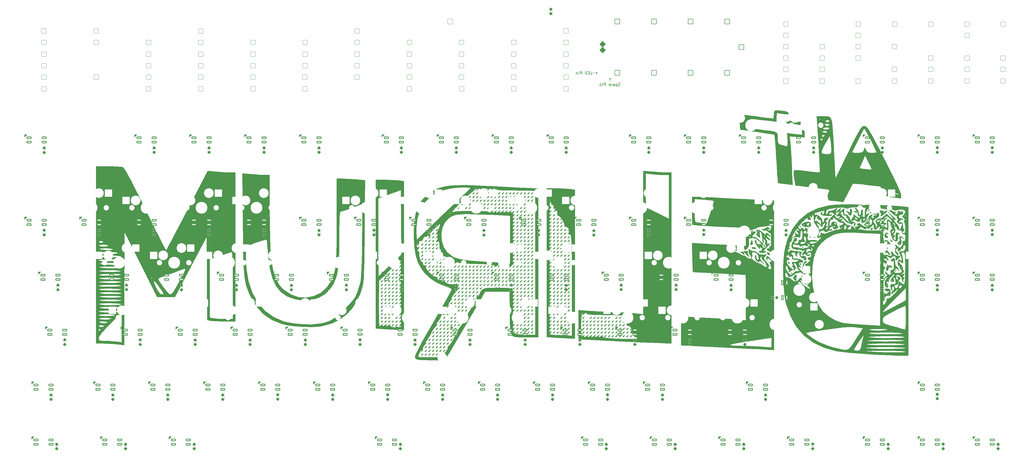
<source format=gbo>
G04 #@! TF.GenerationSoftware,KiCad,Pcbnew,(6.0.2)*
G04 #@! TF.CreationDate,2022-03-10T23:30:07+00:00*
G04 #@! TF.ProjectId,ENV_KB_RGB,454e565f-4b42-45f5-9247-422e6b696361,Rev.1*
G04 #@! TF.SameCoordinates,Original*
G04 #@! TF.FileFunction,Legend,Bot*
G04 #@! TF.FilePolarity,Positive*
%FSLAX46Y46*%
G04 Gerber Fmt 4.6, Leading zero omitted, Abs format (unit mm)*
G04 Created by KiCad (PCBNEW (6.0.2)) date 2022-03-10 23:30:07*
%MOMM*%
%LPD*%
G01*
G04 APERTURE LIST*
G04 Aperture macros list*
%AMRoundRect*
0 Rectangle with rounded corners*
0 $1 Rounding radius*
0 $2 $3 $4 $5 $6 $7 $8 $9 X,Y pos of 4 corners*
0 Add a 4 corners polygon primitive as box body*
4,1,4,$2,$3,$4,$5,$6,$7,$8,$9,$2,$3,0*
0 Add four circle primitives for the rounded corners*
1,1,$1+$1,$2,$3*
1,1,$1+$1,$4,$5*
1,1,$1+$1,$6,$7*
1,1,$1+$1,$8,$9*
0 Add four rect primitives between the rounded corners*
20,1,$1+$1,$2,$3,$4,$5,0*
20,1,$1+$1,$4,$5,$6,$7,0*
20,1,$1+$1,$6,$7,$8,$9,0*
20,1,$1+$1,$8,$9,$2,$3,0*%
G04 Aperture macros list end*
%ADD10C,0.120000*%
%ADD11C,0.100000*%
%ADD12C,0.150000*%
%ADD13C,0.010000*%
%ADD14R,2.550000X2.500000*%
%ADD15C,4.089800*%
%ADD16C,1.852000*%
%ADD17C,3.352000*%
%ADD18RoundRect,0.051000X0.900000X-0.900000X0.900000X0.900000X-0.900000X0.900000X-0.900000X-0.900000X0*%
%ADD19C,1.902000*%
%ADD20R,2.500000X2.550000*%
%ADD21C,1.702000*%
%ADD22O,1.702000X1.702000*%
%ADD23C,4.502000*%
%ADD24O,1.802000X1.802000*%
%ADD25RoundRect,0.051000X0.850000X-0.850000X0.850000X0.850000X-0.850000X0.850000X-0.850000X-0.850000X0*%
%ADD26RoundRect,0.488500X0.437500X-0.437500X0.437500X0.437500X-0.437500X0.437500X-0.437500X-0.437500X0*%
%ADD27RoundRect,0.051000X0.800000X0.800000X-0.800000X0.800000X-0.800000X-0.800000X0.800000X-0.800000X0*%
%ADD28RoundRect,0.133000X0.718000X-0.328000X0.718000X0.328000X-0.718000X0.328000X-0.718000X-0.328000X0*%
%ADD29RoundRect,0.133000X-0.328000X-0.718000X0.328000X-0.718000X0.328000X0.718000X-0.328000X0.718000X0*%
%ADD30C,3.150000*%
%ADD31C,0.752000*%
%ADD32O,1.002000X2.202000*%
%ADD33RoundRect,0.276000X-0.250000X0.225000X-0.250000X-0.225000X0.250000X-0.225000X0.250000X0.225000X0*%
%ADD34RoundRect,0.276000X0.225000X0.250000X-0.225000X0.250000X-0.225000X-0.250000X0.225000X-0.250000X0*%
G04 APERTURE END LIST*
D10*
X245450000Y-85750000D02*
X245450000Y-86800000D01*
D11*
X245450000Y-85350000D02*
X245800000Y-85700000D01*
X245800000Y-85700000D02*
X245100000Y-85700000D01*
X245100000Y-85700000D02*
X245450000Y-85350000D01*
G36*
X245800000Y-85700000D02*
G01*
X245100000Y-85700000D01*
X245450000Y-85350000D01*
X245800000Y-85700000D01*
G37*
X245800000Y-85700000D02*
X245100000Y-85700000D01*
X245450000Y-85350000D01*
X245800000Y-85700000D01*
D10*
X240650000Y-83600000D02*
X239600000Y-83600000D01*
D11*
X241050000Y-83600000D02*
X240700000Y-83950000D01*
X240700000Y-83950000D02*
X240700000Y-83250000D01*
X240700000Y-83250000D02*
X241050000Y-83600000D01*
G36*
X241050000Y-83600000D02*
G01*
X240700000Y-83950000D01*
X240700000Y-83250000D01*
X241050000Y-83600000D01*
G37*
X241050000Y-83600000D02*
X240700000Y-83950000D01*
X240700000Y-83250000D01*
X241050000Y-83600000D01*
D12*
X248950000Y-88054761D02*
X248807142Y-88102380D01*
X248569047Y-88102380D01*
X248473809Y-88054761D01*
X248426190Y-88007142D01*
X248378571Y-87911904D01*
X248378571Y-87816666D01*
X248426190Y-87721428D01*
X248473809Y-87673809D01*
X248569047Y-87626190D01*
X248759523Y-87578571D01*
X248854761Y-87530952D01*
X248902380Y-87483333D01*
X248950000Y-87388095D01*
X248950000Y-87292857D01*
X248902380Y-87197619D01*
X248854761Y-87150000D01*
X248759523Y-87102380D01*
X248521428Y-87102380D01*
X248378571Y-87150000D01*
X247950000Y-87435714D02*
X247950000Y-88435714D01*
X247950000Y-87483333D02*
X247854761Y-87435714D01*
X247664285Y-87435714D01*
X247569047Y-87483333D01*
X247521428Y-87530952D01*
X247473809Y-87626190D01*
X247473809Y-87911904D01*
X247521428Y-88007142D01*
X247569047Y-88054761D01*
X247664285Y-88102380D01*
X247854761Y-88102380D01*
X247950000Y-88054761D01*
X246616666Y-88102380D02*
X246616666Y-87578571D01*
X246664285Y-87483333D01*
X246759523Y-87435714D01*
X246950000Y-87435714D01*
X247045238Y-87483333D01*
X246616666Y-88054761D02*
X246711904Y-88102380D01*
X246950000Y-88102380D01*
X247045238Y-88054761D01*
X247092857Y-87959523D01*
X247092857Y-87864285D01*
X247045238Y-87769047D01*
X246950000Y-87721428D01*
X246711904Y-87721428D01*
X246616666Y-87673809D01*
X246140476Y-88102380D02*
X246140476Y-87435714D01*
X246140476Y-87626190D02*
X246092857Y-87530952D01*
X246045238Y-87483333D01*
X245950000Y-87435714D01*
X245854761Y-87435714D01*
X245140476Y-88054761D02*
X245235714Y-88102380D01*
X245426190Y-88102380D01*
X245521428Y-88054761D01*
X245569047Y-87959523D01*
X245569047Y-87578571D01*
X245521428Y-87483333D01*
X245426190Y-87435714D01*
X245235714Y-87435714D01*
X245140476Y-87483333D01*
X245092857Y-87578571D01*
X245092857Y-87673809D01*
X245569047Y-87769047D01*
X243902380Y-88102380D02*
X243902380Y-87102380D01*
X243521428Y-87102380D01*
X243426190Y-87150000D01*
X243378571Y-87197619D01*
X243330952Y-87292857D01*
X243330952Y-87435714D01*
X243378571Y-87530952D01*
X243426190Y-87578571D01*
X243521428Y-87626190D01*
X243902380Y-87626190D01*
X242902380Y-88102380D02*
X242902380Y-87435714D01*
X242902380Y-87102380D02*
X242950000Y-87150000D01*
X242902380Y-87197619D01*
X242854761Y-87150000D01*
X242902380Y-87102380D01*
X242902380Y-87197619D01*
X242426190Y-87435714D02*
X242426190Y-88102380D01*
X242426190Y-87530952D02*
X242378571Y-87483333D01*
X242283333Y-87435714D01*
X242140476Y-87435714D01*
X242045238Y-87483333D01*
X241997619Y-87578571D01*
X241997619Y-88102380D01*
X238664285Y-84102380D02*
X239140476Y-84102380D01*
X239140476Y-83102380D01*
X238330952Y-83578571D02*
X237997619Y-83578571D01*
X237854761Y-84102380D02*
X238330952Y-84102380D01*
X238330952Y-83102380D01*
X237854761Y-83102380D01*
X237426190Y-84102380D02*
X237426190Y-83102380D01*
X237188095Y-83102380D01*
X237045238Y-83150000D01*
X236950000Y-83245238D01*
X236902380Y-83340476D01*
X236854761Y-83530952D01*
X236854761Y-83673809D01*
X236902380Y-83864285D01*
X236950000Y-83959523D01*
X237045238Y-84054761D01*
X237188095Y-84102380D01*
X237426190Y-84102380D01*
X235664285Y-84102380D02*
X235664285Y-83102380D01*
X235283333Y-83102380D01*
X235188095Y-83150000D01*
X235140476Y-83197619D01*
X235092857Y-83292857D01*
X235092857Y-83435714D01*
X235140476Y-83530952D01*
X235188095Y-83578571D01*
X235283333Y-83626190D01*
X235664285Y-83626190D01*
X234664285Y-84102380D02*
X234664285Y-83435714D01*
X234664285Y-83102380D02*
X234711904Y-83150000D01*
X234664285Y-83197619D01*
X234616666Y-83150000D01*
X234664285Y-83102380D01*
X234664285Y-83197619D01*
X234188095Y-83435714D02*
X234188095Y-84102380D01*
X234188095Y-83530952D02*
X234140476Y-83483333D01*
X234045238Y-83435714D01*
X233902380Y-83435714D01*
X233807142Y-83483333D01*
X233759523Y-83578571D01*
X233759523Y-84102380D01*
D13*
X192145645Y-122567355D02*
X190104755Y-122698700D01*
X190104755Y-122698700D02*
X188415255Y-122931750D01*
X188415255Y-122931750D02*
X186978705Y-123272500D01*
X186978705Y-123272500D02*
X185696665Y-123726940D01*
X185696665Y-123726940D02*
X184612160Y-124228660D01*
X184612160Y-124228660D02*
X182200570Y-125729100D01*
X182200570Y-125729100D02*
X180323110Y-127559690D01*
X180323110Y-127559690D02*
X178943960Y-129804645D01*
X178943960Y-129804645D02*
X178027290Y-132548160D01*
X178027290Y-132548160D02*
X177537275Y-135874450D01*
X177537275Y-135874450D02*
X177438095Y-139867715D01*
X177438095Y-139867715D02*
X177471405Y-141012585D01*
X177471405Y-141012585D02*
X177701825Y-144371160D01*
X177701825Y-144371160D02*
X178143355Y-147076090D01*
X178143355Y-147076090D02*
X178851925Y-149306065D01*
X178851925Y-149306065D02*
X179883485Y-151239765D01*
X179883485Y-151239765D02*
X181213035Y-152964480D01*
X181213035Y-152964480D02*
X183249975Y-154945505D01*
X183249975Y-154945505D02*
X185487180Y-156383985D01*
X185487180Y-156383985D02*
X188238535Y-157480615D01*
X188238535Y-157480615D02*
X188314065Y-157504580D01*
X188314065Y-157504580D02*
X189644930Y-158011795D01*
X189644930Y-158011795D02*
X190439820Y-158496295D01*
X190439820Y-158496295D02*
X190585535Y-158778355D01*
X190585535Y-158778355D02*
X190347510Y-159262625D01*
X190347510Y-159262625D02*
X189735285Y-160382170D01*
X189735285Y-160382170D02*
X188802830Y-162041840D01*
X188802830Y-162041840D02*
X187604125Y-164146505D01*
X187604125Y-164146505D02*
X186193145Y-166601010D01*
X186193145Y-166601010D02*
X184623865Y-169310220D01*
X184623865Y-169310220D02*
X184096950Y-170215645D01*
X184096950Y-170215645D02*
X181947285Y-173946605D01*
X181947285Y-173946605D02*
X180255270Y-176975130D01*
X180255270Y-176975130D02*
X179017040Y-179308610D01*
X179017040Y-179308610D02*
X178228730Y-180954425D01*
X178228730Y-180954425D02*
X177886470Y-181919975D01*
X177886470Y-181919975D02*
X177873080Y-182113910D01*
X177873080Y-182113910D02*
X177966485Y-182525800D01*
X177966485Y-182525800D02*
X178204750Y-182806385D01*
X178204750Y-182806385D02*
X178732300Y-182985805D01*
X178732300Y-182985805D02*
X179693565Y-183094205D01*
X179693565Y-183094205D02*
X181232955Y-183161710D01*
X181232955Y-183161710D02*
X183125330Y-183209950D01*
X183125330Y-183209950D02*
X188238990Y-183328235D01*
X188238990Y-183328235D02*
X195192070Y-171356620D01*
X195192070Y-171356620D02*
X202145150Y-159385000D01*
X202145150Y-159385000D02*
X210608335Y-159385000D01*
X210608335Y-159385000D02*
X210723540Y-167063910D01*
X210723540Y-167063910D02*
X210755055Y-169891340D01*
X210755055Y-169891340D02*
X210805510Y-171984010D01*
X210805510Y-171984010D02*
X210954190Y-173451665D01*
X210954190Y-173451665D02*
X211280395Y-174404055D01*
X211280395Y-174404055D02*
X211863410Y-174950935D01*
X211863410Y-174950935D02*
X212782530Y-175202050D01*
X212782530Y-175202050D02*
X214117050Y-175267150D01*
X214117050Y-175267150D02*
X215946250Y-175255985D01*
X215946250Y-175255985D02*
X216640835Y-175254220D01*
X216640835Y-175254220D02*
X220556670Y-175260000D01*
X220556670Y-175260000D02*
X220556670Y-124460000D01*
X220556670Y-124460000D02*
X219544965Y-124460000D01*
X219544965Y-124460000D02*
X219542395Y-149436670D01*
X219542395Y-149436670D02*
X219539830Y-174413335D01*
X219539830Y-174413335D02*
X216319160Y-174413335D01*
X216319160Y-174413335D02*
X214038110Y-174303295D01*
X214038110Y-174303295D02*
X212540790Y-173976900D01*
X212540790Y-173976900D02*
X211839295Y-173439715D01*
X211839295Y-173439715D02*
X211945725Y-172697305D01*
X211945725Y-172697305D02*
X212105980Y-172472880D01*
X212105980Y-172472880D02*
X212412430Y-171995265D01*
X212412430Y-171995265D02*
X212195835Y-172028720D01*
X212195835Y-172028720D02*
X211730605Y-172117320D01*
X211730605Y-172117320D02*
X211666670Y-171982985D01*
X211666670Y-171982985D02*
X211924340Y-171393590D01*
X211924340Y-171393590D02*
X212195835Y-171049230D01*
X212195835Y-171049230D02*
X212513250Y-170654995D01*
X212513250Y-170654995D02*
X212216575Y-170766220D01*
X212216575Y-170766220D02*
X212195835Y-170777880D01*
X212195835Y-170777880D02*
X211728285Y-170847985D01*
X211728285Y-170847985D02*
X211666670Y-170712985D01*
X211666670Y-170712985D02*
X211924340Y-170123590D01*
X211924340Y-170123590D02*
X212195835Y-169779230D01*
X212195835Y-169779230D02*
X212513250Y-169384995D01*
X212513250Y-169384995D02*
X212216575Y-169496220D01*
X212216575Y-169496220D02*
X212195835Y-169507880D01*
X212195835Y-169507880D02*
X211728285Y-169577985D01*
X211728285Y-169577985D02*
X211666670Y-169442985D01*
X211666670Y-169442985D02*
X211924340Y-168853590D01*
X211924340Y-168853590D02*
X212195835Y-168509230D01*
X212195835Y-168509230D02*
X212513250Y-168114995D01*
X212513250Y-168114995D02*
X212216575Y-168226220D01*
X212216575Y-168226220D02*
X212195835Y-168237880D01*
X212195835Y-168237880D02*
X211728285Y-168307985D01*
X211728285Y-168307985D02*
X211666670Y-168172985D01*
X211666670Y-168172985D02*
X211924340Y-167583590D01*
X211924340Y-167583590D02*
X212195835Y-167239230D01*
X212195835Y-167239230D02*
X212513250Y-166844995D01*
X212513250Y-166844995D02*
X212216575Y-166956220D01*
X212216575Y-166956220D02*
X212195835Y-166967880D01*
X212195835Y-166967880D02*
X211728285Y-167037985D01*
X211728285Y-167037985D02*
X211666670Y-166902985D01*
X211666670Y-166902985D02*
X211924340Y-166313590D01*
X211924340Y-166313590D02*
X212195835Y-165969230D01*
X212195835Y-165969230D02*
X212513250Y-165574995D01*
X212513250Y-165574995D02*
X212216575Y-165686220D01*
X212216575Y-165686220D02*
X212195835Y-165697880D01*
X212195835Y-165697880D02*
X211728285Y-165767985D01*
X211728285Y-165767985D02*
X211666670Y-165632985D01*
X211666670Y-165632985D02*
X211924340Y-165043590D01*
X211924340Y-165043590D02*
X212195835Y-164699230D01*
X212195835Y-164699230D02*
X212513250Y-164304995D01*
X212513250Y-164304995D02*
X212216575Y-164416220D01*
X212216575Y-164416220D02*
X212195835Y-164427880D01*
X212195835Y-164427880D02*
X211728285Y-164497985D01*
X211728285Y-164497985D02*
X211666670Y-164362985D01*
X211666670Y-164362985D02*
X211924340Y-163773590D01*
X211924340Y-163773590D02*
X212195835Y-163429230D01*
X212195835Y-163429230D02*
X212513250Y-163034995D01*
X212513250Y-163034995D02*
X212216575Y-163146220D01*
X212216575Y-163146220D02*
X212195835Y-163157880D01*
X212195835Y-163157880D02*
X211728285Y-163227985D01*
X211728285Y-163227985D02*
X211666670Y-163092985D01*
X211666670Y-163092985D02*
X211924340Y-162503590D01*
X211924340Y-162503590D02*
X212195835Y-162159230D01*
X212195835Y-162159230D02*
X212513250Y-161764995D01*
X212513250Y-161764995D02*
X212216575Y-161876220D01*
X212216575Y-161876220D02*
X212195835Y-161887880D01*
X212195835Y-161887880D02*
X211728285Y-161957985D01*
X211728285Y-161957985D02*
X211666670Y-161822985D01*
X211666670Y-161822985D02*
X211924340Y-161233590D01*
X211924340Y-161233590D02*
X212195835Y-160889230D01*
X212195835Y-160889230D02*
X212513250Y-160494995D01*
X212513250Y-160494995D02*
X212216575Y-160606220D01*
X212216575Y-160606220D02*
X212195835Y-160617880D01*
X212195835Y-160617880D02*
X211728285Y-160687985D01*
X211728285Y-160687985D02*
X211666670Y-160552985D01*
X211666670Y-160552985D02*
X211924340Y-159963590D01*
X211924340Y-159963590D02*
X212195835Y-159619230D01*
X212195835Y-159619230D02*
X212466775Y-159246260D01*
X212466775Y-159246260D02*
X212226315Y-159329045D01*
X212226315Y-159329045D02*
X211710375Y-159237170D01*
X211710375Y-159237170D02*
X211490385Y-158861980D01*
X211490385Y-158861980D02*
X211292460Y-158533925D01*
X211292460Y-158533925D02*
X210847675Y-158316680D01*
X210847675Y-158316680D02*
X210006975Y-158187665D01*
X210006975Y-158187665D02*
X208621300Y-158124310D01*
X208621300Y-158124310D02*
X206541605Y-158104025D01*
X206541605Y-158104025D02*
X206485735Y-158103890D01*
X206485735Y-158103890D02*
X204379090Y-158113530D01*
X204379090Y-158113530D02*
X202949980Y-158171455D01*
X202949980Y-158171455D02*
X202029565Y-158303685D01*
X202029565Y-158303685D02*
X201449010Y-158536240D01*
X201449010Y-158536240D02*
X201039480Y-158895140D01*
X201039480Y-158895140D02*
X200991585Y-158950555D01*
X200991585Y-158950555D02*
X200435890Y-159776780D01*
X200435890Y-159776780D02*
X200250755Y-160312515D01*
X200250755Y-160312515D02*
X199920575Y-160980300D01*
X199920575Y-160980300D02*
X199747925Y-161118760D01*
X199747925Y-161118760D02*
X199462070Y-161172470D01*
X199462070Y-161172470D02*
X199601670Y-160866665D01*
X199601670Y-160866665D02*
X199712185Y-160510520D01*
X199712185Y-160510520D02*
X199473900Y-160603150D01*
X199473900Y-160603150D02*
X199176115Y-161192200D01*
X199176115Y-161192200D02*
X199225525Y-161471995D01*
X199225525Y-161471995D02*
X199104135Y-162139370D01*
X199104135Y-162139370D02*
X198506165Y-162962925D01*
X198506165Y-162962925D02*
X198466205Y-163002360D01*
X198466205Y-163002360D02*
X197980125Y-163537220D01*
X197980125Y-163537220D02*
X198035615Y-163639200D01*
X198035615Y-163639200D02*
X198120000Y-163596100D01*
X198120000Y-163596100D02*
X198281245Y-163665710D01*
X198281245Y-163665710D02*
X197972335Y-164248000D01*
X197972335Y-164248000D02*
X197651750Y-164698010D01*
X197651750Y-164698010D02*
X196883800Y-165836165D01*
X196883800Y-165836165D02*
X196339880Y-166858715D01*
X196339880Y-166858715D02*
X196260965Y-167068060D01*
X196260965Y-167068060D02*
X195775735Y-167974035D01*
X195775735Y-167974035D02*
X194961075Y-169007920D01*
X194961075Y-169007920D02*
X194824220Y-169152005D01*
X194824220Y-169152005D02*
X194245955Y-169797060D01*
X194245955Y-169797060D02*
X194154680Y-170026575D01*
X194154680Y-170026575D02*
X194269580Y-169976040D01*
X194269580Y-169976040D02*
X194616400Y-169907500D01*
X194616400Y-169907500D02*
X194446690Y-170363530D01*
X194446690Y-170363530D02*
X193809460Y-171238585D01*
X193809460Y-171238585D02*
X193526620Y-171576145D01*
X193526620Y-171576145D02*
X192962585Y-172450950D01*
X192962585Y-172450950D02*
X192776355Y-172989110D01*
X192776355Y-172989110D02*
X192429145Y-173832290D01*
X192429145Y-173832290D02*
X192063750Y-174344630D01*
X192063750Y-174344630D02*
X191417285Y-175355840D01*
X191417285Y-175355840D02*
X191170125Y-175958060D01*
X191170125Y-175958060D02*
X190692540Y-176863395D01*
X190692540Y-176863395D02*
X189882080Y-177896750D01*
X189882080Y-177896750D02*
X189744220Y-178042005D01*
X189744220Y-178042005D02*
X189170145Y-178684165D01*
X189170145Y-178684165D02*
X189087405Y-178908480D01*
X189087405Y-178908480D02*
X189207425Y-178855010D01*
X189207425Y-178855010D02*
X189367510Y-178926020D01*
X189367510Y-178926020D02*
X189071685Y-179519550D01*
X189071685Y-179519550D02*
X188784750Y-179946060D01*
X188784750Y-179946060D02*
X188128480Y-180919885D01*
X188128480Y-180919885D02*
X187737180Y-181601655D01*
X187737180Y-181601655D02*
X187696075Y-181715835D01*
X187696075Y-181715835D02*
X187589585Y-182165655D01*
X187589585Y-182165655D02*
X187182640Y-182206105D01*
X187182640Y-182206105D02*
X186147710Y-182227905D01*
X186147710Y-182227905D02*
X184703235Y-182232845D01*
X184703235Y-182232845D02*
X183067645Y-182222710D01*
X183067645Y-182222710D02*
X181459385Y-182199285D01*
X181459385Y-182199285D02*
X180096890Y-182164360D01*
X180096890Y-182164360D02*
X179198590Y-182119710D01*
X179198590Y-182119710D02*
X178996615Y-182095395D01*
X178996615Y-182095395D02*
X178982635Y-181741265D01*
X178982635Y-181741265D02*
X179251645Y-180986395D01*
X179251645Y-180986395D02*
X179654285Y-180158010D01*
X179654285Y-180158010D02*
X180041195Y-179583320D01*
X180041195Y-179583320D02*
X180184325Y-179493335D01*
X180184325Y-179493335D02*
X180196985Y-179773605D01*
X180196985Y-179773605D02*
X180087910Y-179982075D01*
X180087910Y-179982075D02*
X180038290Y-180273145D01*
X180038290Y-180273145D02*
X180256105Y-180180185D01*
X180256105Y-180180185D02*
X180553890Y-179591135D01*
X180553890Y-179591135D02*
X180504480Y-179311340D01*
X180504480Y-179311340D02*
X180625870Y-178643965D01*
X180625870Y-178643965D02*
X181223840Y-177820410D01*
X181223840Y-177820410D02*
X181263800Y-177780975D01*
X181263800Y-177780975D02*
X181749880Y-177246115D01*
X181749880Y-177246115D02*
X181694390Y-177144135D01*
X181694390Y-177144135D02*
X181610000Y-177187235D01*
X181610000Y-177187235D02*
X181448760Y-177117625D01*
X181448760Y-177117625D02*
X181757670Y-176535335D01*
X181757670Y-176535335D02*
X182078255Y-176085325D01*
X182078255Y-176085325D02*
X182846205Y-174947170D01*
X182846205Y-174947170D02*
X183390125Y-173924620D01*
X183390125Y-173924620D02*
X183469040Y-173715275D01*
X183469040Y-173715275D02*
X183954270Y-172809300D01*
X183954270Y-172809300D02*
X184768930Y-171775415D01*
X184768930Y-171775415D02*
X184905785Y-171631330D01*
X184905785Y-171631330D02*
X185484050Y-170986275D01*
X185484050Y-170986275D02*
X185575325Y-170756760D01*
X185575325Y-170756760D02*
X185460425Y-170807295D01*
X185460425Y-170807295D02*
X185113605Y-170875835D01*
X185113605Y-170875835D02*
X185283315Y-170419805D01*
X185283315Y-170419805D02*
X185920545Y-169544750D01*
X185920545Y-169544750D02*
X186203385Y-169207190D01*
X186203385Y-169207190D02*
X186767420Y-168332385D01*
X186767420Y-168332385D02*
X186953650Y-167794225D01*
X186953650Y-167794225D02*
X187302935Y-166968770D01*
X187302935Y-166968770D02*
X187716325Y-166405370D01*
X187716325Y-166405370D02*
X188244370Y-165637870D01*
X188244370Y-165637870D02*
X188383335Y-165197485D01*
X188383335Y-165197485D02*
X188697365Y-164563830D01*
X188697365Y-164563830D02*
X188872080Y-164424575D01*
X188872080Y-164424575D02*
X189157935Y-164370865D01*
X189157935Y-164370865D02*
X189018335Y-164676670D01*
X189018335Y-164676670D02*
X188907820Y-165032815D01*
X188907820Y-165032815D02*
X189146105Y-164940185D01*
X189146105Y-164940185D02*
X189443890Y-164351135D01*
X189443890Y-164351135D02*
X189394480Y-164071340D01*
X189394480Y-164071340D02*
X189515870Y-163403965D01*
X189515870Y-163403965D02*
X190113840Y-162580410D01*
X190113840Y-162580410D02*
X190153800Y-162540975D01*
X190153800Y-162540975D02*
X190639880Y-162006115D01*
X190639880Y-162006115D02*
X190584390Y-161904135D01*
X190584390Y-161904135D02*
X190500000Y-161947235D01*
X190500000Y-161947235D02*
X190348035Y-161871680D01*
X190348035Y-161871680D02*
X190662640Y-161282375D01*
X190662640Y-161282375D02*
X191029170Y-160767735D01*
X191029170Y-160767735D02*
X191733085Y-159740200D01*
X191733085Y-159740200D02*
X192147090Y-158947115D01*
X192147090Y-158947115D02*
X192193335Y-158753265D01*
X192193335Y-158753265D02*
X192442105Y-158464210D01*
X192442105Y-158464210D02*
X192587420Y-158520255D01*
X192587420Y-158520255D02*
X193122710Y-158453515D01*
X193122710Y-158453515D02*
X193287825Y-158268165D01*
X193287825Y-158268165D02*
X193344835Y-157971260D01*
X193344835Y-157971260D02*
X193105410Y-158074575D01*
X193105410Y-158074575D02*
X192680535Y-158139665D01*
X192680535Y-158139665D02*
X192690390Y-157706920D01*
X192690390Y-157706920D02*
X193040000Y-157141335D01*
X193040000Y-157141335D02*
X193246360Y-156843400D01*
X193246360Y-156843400D02*
X192955335Y-157056670D01*
X192955335Y-157056670D02*
X192318580Y-157423545D01*
X192318580Y-157423545D02*
X191907660Y-157420165D01*
X191907660Y-157420165D02*
X191944890Y-157116175D01*
X191944890Y-157116175D02*
X191762720Y-156890115D01*
X191762720Y-156890115D02*
X191068510Y-156873235D01*
X191068510Y-156873235D02*
X189864540Y-156844725D01*
X189864540Y-156844725D02*
X188844325Y-156557160D01*
X188844325Y-156557160D02*
X188241615Y-156108585D01*
X188241615Y-156108585D02*
X188227460Y-155681625D01*
X188227460Y-155681625D02*
X188285685Y-155424205D01*
X188285685Y-155424205D02*
X187829600Y-155732670D01*
X187829600Y-155732670D02*
X187246150Y-156045900D01*
X187246150Y-156045900D02*
X187113335Y-155838500D01*
X187113335Y-155838500D02*
X186896460Y-155422185D01*
X186896460Y-155422185D02*
X186795835Y-155413465D01*
X186795835Y-155413465D02*
X185844875Y-155384885D01*
X185844875Y-155384885D02*
X185517915Y-154958105D01*
X185517915Y-154958105D02*
X185564820Y-154749895D01*
X185564820Y-154749895D02*
X185543490Y-154317410D01*
X185543490Y-154317410D02*
X185220570Y-154358885D01*
X185220570Y-154358885D02*
X184598925Y-154234730D01*
X184598925Y-154234730D02*
X183733675Y-153659270D01*
X183733675Y-153659270D02*
X182820680Y-152828290D01*
X182820680Y-152828290D02*
X182055810Y-151937555D01*
X182055810Y-151937555D02*
X181634940Y-151182850D01*
X181634940Y-151182850D02*
X181672985Y-150813020D01*
X181672985Y-150813020D02*
X181818275Y-150469845D01*
X181818275Y-150469845D02*
X181337660Y-150428680D01*
X181337660Y-150428680D02*
X180697885Y-150204720D01*
X180697885Y-150204720D02*
X180609705Y-149758725D01*
X180609705Y-149758725D02*
X180508665Y-149238560D01*
X180508665Y-149238560D02*
X180333445Y-149229055D01*
X180333445Y-149229055D02*
X179983705Y-149049110D01*
X179983705Y-149049110D02*
X179624825Y-148309660D01*
X179624825Y-148309660D02*
X179354055Y-147291160D01*
X179354055Y-147291160D02*
X179268630Y-146274055D01*
X179268630Y-146274055D02*
X179274630Y-146175470D01*
X179274630Y-146175470D02*
X179203980Y-145535825D01*
X179203980Y-145535825D02*
X178997810Y-145459620D01*
X178997810Y-145459620D02*
X178672380Y-145473520D01*
X178672380Y-145473520D02*
X178739820Y-145031075D01*
X178739820Y-145031075D02*
X179155850Y-144401010D01*
X179155850Y-144401010D02*
X179175835Y-144379230D01*
X179175835Y-144379230D02*
X179448845Y-144005505D01*
X179448845Y-144005505D02*
X179205085Y-144089800D01*
X179205085Y-144089800D02*
X178624260Y-144116060D01*
X178624260Y-144116060D02*
X178362840Y-143648730D01*
X178362840Y-143648730D02*
X178581345Y-143025830D01*
X178581345Y-143025830D02*
X178660995Y-142943950D01*
X178660995Y-142943950D02*
X179013105Y-142679535D01*
X179013105Y-142679535D02*
X178855030Y-143046245D01*
X178855030Y-143046245D02*
X178742150Y-143437295D01*
X178742150Y-143437295D02*
X178986105Y-143350185D01*
X178986105Y-143350185D02*
X179267765Y-142765615D01*
X179267765Y-142765615D02*
X179205700Y-142406355D01*
X179205700Y-142406355D02*
X179220340Y-141917395D01*
X179220340Y-141917395D02*
X179753360Y-141890745D01*
X179753360Y-141890745D02*
X180362645Y-141798480D01*
X180362645Y-141798480D02*
X180434980Y-141605000D01*
X180434980Y-141605000D02*
X180340000Y-141605000D01*
X180340000Y-141605000D02*
X180128335Y-141816670D01*
X180128335Y-141816670D02*
X179916670Y-141605000D01*
X179916670Y-141605000D02*
X180128335Y-141393335D01*
X180128335Y-141393335D02*
X180340000Y-141605000D01*
X180340000Y-141605000D02*
X180434980Y-141605000D01*
X180434980Y-141605000D02*
X180459370Y-141539770D01*
X180459370Y-141539770D02*
X180677000Y-140906625D01*
X180677000Y-140906625D02*
X181069800Y-140481435D01*
X181069800Y-140481435D02*
X181557450Y-140130140D01*
X181557450Y-140130140D02*
X181511840Y-140363590D01*
X181511840Y-140363590D02*
X181410660Y-140546670D01*
X181410660Y-140546670D02*
X181516760Y-140556440D01*
X181516760Y-140556440D02*
X182102285Y-140054440D01*
X182102285Y-140054440D02*
X183058470Y-139137890D01*
X183058470Y-139137890D02*
X183131300Y-139065000D01*
X183131300Y-139065000D02*
X182880000Y-139065000D01*
X182880000Y-139065000D02*
X182668335Y-139276670D01*
X182668335Y-139276670D02*
X182456670Y-139065000D01*
X182456670Y-139065000D02*
X182668335Y-138853335D01*
X182668335Y-138853335D02*
X182880000Y-139065000D01*
X182880000Y-139065000D02*
X183131300Y-139065000D01*
X183131300Y-139065000D02*
X183660035Y-138535835D01*
X183660035Y-138535835D02*
X184403135Y-137795000D01*
X184403135Y-137795000D02*
X184150000Y-137795000D01*
X184150000Y-137795000D02*
X183938335Y-138006670D01*
X183938335Y-138006670D02*
X183726670Y-137795000D01*
X183726670Y-137795000D02*
X183938335Y-137583335D01*
X183938335Y-137583335D02*
X184150000Y-137795000D01*
X184150000Y-137795000D02*
X184403135Y-137795000D01*
X184403135Y-137795000D02*
X184845985Y-137353500D01*
X184845985Y-137353500D02*
X185710080Y-136525000D01*
X185710080Y-136525000D02*
X185420000Y-136525000D01*
X185420000Y-136525000D02*
X185208335Y-136736670D01*
X185208335Y-136736670D02*
X184996670Y-136525000D01*
X184996670Y-136525000D02*
X185208335Y-136313335D01*
X185208335Y-136313335D02*
X185420000Y-136525000D01*
X185420000Y-136525000D02*
X185710080Y-136525000D01*
X185710080Y-136525000D02*
X185794800Y-136443775D01*
X185794800Y-136443775D02*
X186361240Y-135944335D01*
X186361240Y-135944335D02*
X186451090Y-135890000D01*
X186451090Y-135890000D02*
X186505570Y-136224790D01*
X186505570Y-136224790D02*
X186303895Y-137032295D01*
X186303895Y-137032295D02*
X185946295Y-138017215D01*
X185946295Y-138017215D02*
X185532990Y-138884270D01*
X185532990Y-138884270D02*
X185331955Y-139187290D01*
X185331955Y-139187290D02*
X185018210Y-139643955D01*
X185018210Y-139643955D02*
X185289475Y-139559335D01*
X185289475Y-139559335D02*
X185314170Y-139544615D01*
X185314170Y-139544615D02*
X185779400Y-139456015D01*
X185779400Y-139456015D02*
X185843335Y-139590350D01*
X185843335Y-139590350D02*
X185585665Y-140179745D01*
X185585665Y-140179745D02*
X185314170Y-140524105D01*
X185314170Y-140524105D02*
X184996755Y-140918340D01*
X184996755Y-140918340D02*
X185293430Y-140807115D01*
X185293430Y-140807115D02*
X185314170Y-140795455D01*
X185314170Y-140795455D02*
X185781720Y-140725350D01*
X185781720Y-140725350D02*
X185843335Y-140860350D01*
X185843335Y-140860350D02*
X185577525Y-141443220D01*
X185577525Y-141443220D02*
X185314170Y-141757080D01*
X185314170Y-141757080D02*
X185034720Y-142122295D01*
X185034720Y-142122295D02*
X185451195Y-142036150D01*
X185451195Y-142036150D02*
X185525835Y-142008125D01*
X185525835Y-142008125D02*
X186068060Y-141969820D01*
X186068060Y-141969820D02*
X186288285Y-142538750D01*
X186288285Y-142538750D02*
X186316800Y-142935540D01*
X186316800Y-142935540D02*
X186337430Y-143922970D01*
X186337430Y-143922970D02*
X186316800Y-144462500D01*
X186316800Y-144462500D02*
X186593835Y-144763560D01*
X186593835Y-144763560D02*
X186741835Y-144780000D01*
X186741835Y-144780000D02*
X186959925Y-144991465D01*
X186959925Y-144991465D02*
X186681960Y-145424690D01*
X186681960Y-145424690D02*
X186373090Y-145883645D01*
X186373090Y-145883645D02*
X186707560Y-145852600D01*
X186707560Y-145852600D02*
X186841790Y-145802735D01*
X186841790Y-145802735D02*
X187448905Y-145856970D01*
X187448905Y-145856970D02*
X187626670Y-146598880D01*
X187626670Y-146598880D02*
X187576310Y-147033965D01*
X187576310Y-147033965D02*
X187774775Y-147204405D01*
X187774775Y-147204405D02*
X187901545Y-147144460D01*
X187901545Y-147144460D02*
X188437265Y-147198225D01*
X188437265Y-147198225D02*
X188895975Y-147698300D01*
X188895975Y-147698300D02*
X188975895Y-148274705D01*
X188975895Y-148274705D02*
X188908830Y-148379320D01*
X188908830Y-148379320D02*
X188890765Y-148535925D01*
X188890765Y-148535925D02*
X189088645Y-148443175D01*
X189088645Y-148443175D02*
X189816580Y-148337635D01*
X189816580Y-148337635D02*
X190672450Y-148569315D01*
X190672450Y-148569315D02*
X191347040Y-148997495D01*
X191347040Y-148997495D02*
X191531120Y-149481450D01*
X191531120Y-149481450D02*
X191502545Y-149541710D01*
X191502545Y-149541710D02*
X191444320Y-149799130D01*
X191444320Y-149799130D02*
X191900405Y-149490665D01*
X191900405Y-149490665D02*
X192455845Y-149176965D01*
X192455845Y-149176965D02*
X192617300Y-149279000D01*
X192617300Y-149279000D02*
X193015385Y-149421590D01*
X193015385Y-149421590D02*
X194107240Y-149557755D01*
X194107240Y-149557755D02*
X195740000Y-149674450D01*
X195740000Y-149674450D02*
X197760800Y-149758615D01*
X197760800Y-149758615D02*
X198438130Y-149775970D01*
X198438130Y-149775970D02*
X201157920Y-149849465D01*
X201157920Y-149849465D02*
X203129130Y-149942720D01*
X203129130Y-149942720D02*
X204449830Y-150070610D01*
X204449830Y-150070610D02*
X205218100Y-150248015D01*
X205218100Y-150248015D02*
X205532015Y-150489815D01*
X205532015Y-150489815D02*
X205489645Y-150810880D01*
X205489645Y-150810880D02*
X205472380Y-150842980D01*
X205472380Y-150842980D02*
X205425555Y-151079660D01*
X205425555Y-151079660D02*
X205762565Y-150812500D01*
X205762565Y-150812500D02*
X206428440Y-150358795D01*
X206428440Y-150358795D02*
X206696320Y-150283335D01*
X206696320Y-150283335D02*
X206858360Y-150565440D01*
X206858360Y-150565440D02*
X206761215Y-150812500D01*
X206761215Y-150812500D02*
X206634275Y-151129915D01*
X206634275Y-151129915D02*
X207010180Y-150833240D01*
X207010180Y-150833240D02*
X207032565Y-150812500D01*
X207032565Y-150812500D02*
X207698440Y-150358795D01*
X207698440Y-150358795D02*
X207966320Y-150283335D01*
X207966320Y-150283335D02*
X208128360Y-150565440D01*
X208128360Y-150565440D02*
X208031215Y-150812500D01*
X208031215Y-150812500D02*
X207904275Y-151129915D01*
X207904275Y-151129915D02*
X208280180Y-150833240D01*
X208280180Y-150833240D02*
X208302565Y-150812500D01*
X208302565Y-150812500D02*
X208968440Y-150358795D01*
X208968440Y-150358795D02*
X209236320Y-150283335D01*
X209236320Y-150283335D02*
X209398360Y-150565440D01*
X209398360Y-150565440D02*
X209301215Y-150812500D01*
X209301215Y-150812500D02*
X209174275Y-151129915D01*
X209174275Y-151129915D02*
X209550180Y-150833240D01*
X209550180Y-150833240D02*
X209572565Y-150812500D01*
X209572565Y-150812500D02*
X210221965Y-150372690D01*
X210221965Y-150372690D02*
X210652605Y-150324870D01*
X210652605Y-150324870D02*
X210615785Y-150694465D01*
X210615785Y-150694465D02*
X210608335Y-150706670D01*
X210608335Y-150706670D02*
X210436710Y-151115590D01*
X210436710Y-151115590D02*
X210744840Y-150953495D01*
X210744840Y-150953495D02*
X211444530Y-150277260D01*
X211444530Y-150277260D02*
X211698710Y-150003405D01*
X211698710Y-150003405D02*
X212227890Y-149359840D01*
X212227890Y-149359840D02*
X212283195Y-149143025D01*
X212283195Y-149143025D02*
X212195835Y-149181720D01*
X212195835Y-149181720D02*
X211729025Y-149257790D01*
X211729025Y-149257790D02*
X211666670Y-149122985D01*
X211666670Y-149122985D02*
X211924340Y-148533590D01*
X211924340Y-148533590D02*
X212195835Y-148189230D01*
X212195835Y-148189230D02*
X212513250Y-147794995D01*
X212513250Y-147794995D02*
X212216575Y-147906220D01*
X212216575Y-147906220D02*
X212195835Y-147917880D01*
X212195835Y-147917880D02*
X211728285Y-147987985D01*
X211728285Y-147987985D02*
X211666670Y-147852985D01*
X211666670Y-147852985D02*
X211924340Y-147263590D01*
X211924340Y-147263590D02*
X212195835Y-146919230D01*
X212195835Y-146919230D02*
X212513250Y-146524995D01*
X212513250Y-146524995D02*
X212216575Y-146636220D01*
X212216575Y-146636220D02*
X212195835Y-146647880D01*
X212195835Y-146647880D02*
X211728285Y-146717985D01*
X211728285Y-146717985D02*
X211666670Y-146582985D01*
X211666670Y-146582985D02*
X211924340Y-145993590D01*
X211924340Y-145993590D02*
X212195835Y-145649230D01*
X212195835Y-145649230D02*
X212513250Y-145254995D01*
X212513250Y-145254995D02*
X212216575Y-145366220D01*
X212216575Y-145366220D02*
X212195835Y-145377880D01*
X212195835Y-145377880D02*
X211728285Y-145447985D01*
X211728285Y-145447985D02*
X211666670Y-145312985D01*
X211666670Y-145312985D02*
X211924340Y-144723590D01*
X211924340Y-144723590D02*
X212195835Y-144379230D01*
X212195835Y-144379230D02*
X212513250Y-143984995D01*
X212513250Y-143984995D02*
X212216575Y-144096220D01*
X212216575Y-144096220D02*
X212195835Y-144107880D01*
X212195835Y-144107880D02*
X211728285Y-144177985D01*
X211728285Y-144177985D02*
X211666670Y-144042985D01*
X211666670Y-144042985D02*
X211924340Y-143453590D01*
X211924340Y-143453590D02*
X212195835Y-143109230D01*
X212195835Y-143109230D02*
X212513250Y-142714995D01*
X212513250Y-142714995D02*
X212216575Y-142826220D01*
X212216575Y-142826220D02*
X212195835Y-142837880D01*
X212195835Y-142837880D02*
X211728285Y-142907985D01*
X211728285Y-142907985D02*
X211666670Y-142772985D01*
X211666670Y-142772985D02*
X211924340Y-142183590D01*
X211924340Y-142183590D02*
X212195835Y-141839230D01*
X212195835Y-141839230D02*
X212513250Y-141444995D01*
X212513250Y-141444995D02*
X212216575Y-141556220D01*
X212216575Y-141556220D02*
X212195835Y-141567880D01*
X212195835Y-141567880D02*
X211728285Y-141637985D01*
X211728285Y-141637985D02*
X211666670Y-141502985D01*
X211666670Y-141502985D02*
X211924340Y-140913590D01*
X211924340Y-140913590D02*
X212195835Y-140569230D01*
X212195835Y-140569230D02*
X212513250Y-140174995D01*
X212513250Y-140174995D02*
X212216575Y-140286220D01*
X212216575Y-140286220D02*
X212195835Y-140297880D01*
X212195835Y-140297880D02*
X211728285Y-140367985D01*
X211728285Y-140367985D02*
X211666670Y-140232985D01*
X211666670Y-140232985D02*
X211924340Y-139643590D01*
X211924340Y-139643590D02*
X212195835Y-139299230D01*
X212195835Y-139299230D02*
X212513250Y-138904995D01*
X212513250Y-138904995D02*
X212216575Y-139016220D01*
X212216575Y-139016220D02*
X212195835Y-139027880D01*
X212195835Y-139027880D02*
X211728285Y-139097985D01*
X211728285Y-139097985D02*
X211666670Y-138962985D01*
X211666670Y-138962985D02*
X211924340Y-138373590D01*
X211924340Y-138373590D02*
X212195835Y-138029230D01*
X212195835Y-138029230D02*
X212513250Y-137634995D01*
X212513250Y-137634995D02*
X212216575Y-137746220D01*
X212216575Y-137746220D02*
X212195835Y-137757880D01*
X212195835Y-137757880D02*
X211728285Y-137827985D01*
X211728285Y-137827985D02*
X211666670Y-137692985D01*
X211666670Y-137692985D02*
X211924340Y-137103590D01*
X211924340Y-137103590D02*
X212195835Y-136759230D01*
X212195835Y-136759230D02*
X212513250Y-136364995D01*
X212513250Y-136364995D02*
X212216575Y-136476220D01*
X212216575Y-136476220D02*
X212195835Y-136487880D01*
X212195835Y-136487880D02*
X211728285Y-136557985D01*
X211728285Y-136557985D02*
X211666670Y-136422985D01*
X211666670Y-136422985D02*
X211924340Y-135833590D01*
X211924340Y-135833590D02*
X212195835Y-135489230D01*
X212195835Y-135489230D02*
X212513250Y-135094995D01*
X212513250Y-135094995D02*
X212216575Y-135206220D01*
X212216575Y-135206220D02*
X212195835Y-135217880D01*
X212195835Y-135217880D02*
X211728285Y-135287985D01*
X211728285Y-135287985D02*
X211666670Y-135152985D01*
X211666670Y-135152985D02*
X211924340Y-134563590D01*
X211924340Y-134563590D02*
X212195835Y-134219230D01*
X212195835Y-134219230D02*
X212513250Y-133824995D01*
X212513250Y-133824995D02*
X212216575Y-133936220D01*
X212216575Y-133936220D02*
X212195835Y-133947880D01*
X212195835Y-133947880D02*
X211728285Y-134017985D01*
X211728285Y-134017985D02*
X211666670Y-133882985D01*
X211666670Y-133882985D02*
X211924340Y-133293590D01*
X211924340Y-133293590D02*
X212109400Y-133058860D01*
X212109400Y-133058860D02*
X210820000Y-133058860D01*
X210820000Y-133058860D02*
X210820000Y-149496190D01*
X210820000Y-149496190D02*
X204787500Y-149221525D01*
X204787500Y-149221525D02*
X202289875Y-149092435D01*
X202289875Y-149092435D02*
X199792480Y-148936720D01*
X199792480Y-148936720D02*
X197565220Y-148772850D01*
X197565220Y-148772850D02*
X195877995Y-148619275D01*
X195877995Y-148619275D02*
X195707585Y-148600480D01*
X195707585Y-148600480D02*
X193398235Y-148182740D01*
X193398235Y-148182740D02*
X191420430Y-147532715D01*
X191420430Y-147532715D02*
X190844575Y-147252560D01*
X190844575Y-147252560D02*
X189057545Y-145838920D01*
X189057545Y-145838920D02*
X187802840Y-143974315D01*
X187802840Y-143974315D02*
X187086860Y-141828945D01*
X187086860Y-141828945D02*
X186916005Y-139573025D01*
X186916005Y-139573025D02*
X187296685Y-137376750D01*
X187296685Y-137376750D02*
X188235300Y-135410330D01*
X188235300Y-135410330D02*
X189738255Y-133843960D01*
X189738255Y-133843960D02*
X190325765Y-133462800D01*
X190325765Y-133462800D02*
X191025730Y-133109635D01*
X191025730Y-133109635D02*
X191803100Y-132843240D01*
X191803100Y-132843240D02*
X192766715Y-132658340D01*
X192766715Y-132658340D02*
X194025415Y-132549665D01*
X194025415Y-132549665D02*
X195688045Y-132511950D01*
X195688045Y-132511950D02*
X197863445Y-132539915D01*
X197863445Y-132539915D02*
X200660460Y-132628295D01*
X200660460Y-132628295D02*
X204187930Y-132771820D01*
X204187930Y-132771820D02*
X204402695Y-132781095D01*
X204402695Y-132781095D02*
X210820000Y-133058860D01*
X210820000Y-133058860D02*
X212109400Y-133058860D01*
X212109400Y-133058860D02*
X212195835Y-132949230D01*
X212195835Y-132949230D02*
X212513250Y-132554995D01*
X212513250Y-132554995D02*
X212216575Y-132666220D01*
X212216575Y-132666220D02*
X212195835Y-132677880D01*
X212195835Y-132677880D02*
X211737500Y-132737620D01*
X211737500Y-132737620D02*
X211742365Y-132296475D01*
X211742365Y-132296475D02*
X211745370Y-132291670D01*
X211745370Y-132291670D02*
X190076670Y-132291670D01*
X190076670Y-132291670D02*
X189865000Y-132503335D01*
X189865000Y-132503335D02*
X189653335Y-132291670D01*
X189653335Y-132291670D02*
X189865000Y-132080000D01*
X189865000Y-132080000D02*
X190076670Y-132291670D01*
X190076670Y-132291670D02*
X211745370Y-132291670D01*
X211745370Y-132291670D02*
X212090000Y-131741335D01*
X212090000Y-131741335D02*
X212296360Y-131443400D01*
X212296360Y-131443400D02*
X212005335Y-131656670D01*
X212005335Y-131656670D02*
X211326790Y-132045075D01*
X211326790Y-132045075D02*
X210972500Y-131950325D01*
X210972500Y-131950325D02*
X211068790Y-131550835D01*
X211068790Y-131550835D02*
X211195730Y-131233420D01*
X211195730Y-131233420D02*
X210819825Y-131530095D01*
X210819825Y-131530095D02*
X210797440Y-131550835D01*
X210797440Y-131550835D02*
X210118380Y-132009445D01*
X210118380Y-132009445D02*
X209717725Y-132001040D01*
X209717725Y-132001040D02*
X209798790Y-131550835D01*
X209798790Y-131550835D02*
X209925730Y-131233420D01*
X209925730Y-131233420D02*
X209549825Y-131530095D01*
X209549825Y-131530095D02*
X209527440Y-131550835D01*
X209527440Y-131550835D02*
X208861565Y-132004540D01*
X208861565Y-132004540D02*
X208593685Y-132080000D01*
X208593685Y-132080000D02*
X208431645Y-131797895D01*
X208431645Y-131797895D02*
X208528790Y-131550835D01*
X208528790Y-131550835D02*
X208655730Y-131233420D01*
X208655730Y-131233420D02*
X208279825Y-131530095D01*
X208279825Y-131530095D02*
X208257440Y-131550835D01*
X208257440Y-131550835D02*
X207578380Y-132009445D01*
X207578380Y-132009445D02*
X207177725Y-132001040D01*
X207177725Y-132001040D02*
X207258790Y-131550835D01*
X207258790Y-131550835D02*
X207385730Y-131233420D01*
X207385730Y-131233420D02*
X207009825Y-131530095D01*
X207009825Y-131530095D02*
X206987440Y-131550835D01*
X206987440Y-131550835D02*
X206321565Y-132004540D01*
X206321565Y-132004540D02*
X206053685Y-132080000D01*
X206053685Y-132080000D02*
X205891645Y-131797895D01*
X205891645Y-131797895D02*
X205988790Y-131550835D01*
X205988790Y-131550835D02*
X206115730Y-131233420D01*
X206115730Y-131233420D02*
X205739825Y-131530095D01*
X205739825Y-131530095D02*
X205717440Y-131550835D01*
X205717440Y-131550835D02*
X205051565Y-132004540D01*
X205051565Y-132004540D02*
X204783685Y-132080000D01*
X204783685Y-132080000D02*
X204621645Y-131797895D01*
X204621645Y-131797895D02*
X204718790Y-131550835D01*
X204718790Y-131550835D02*
X204845730Y-131233420D01*
X204845730Y-131233420D02*
X204469825Y-131530095D01*
X204469825Y-131530095D02*
X204447440Y-131550835D01*
X204447440Y-131550835D02*
X203824695Y-131971665D01*
X203824695Y-131971665D02*
X203360710Y-132067140D01*
X203360710Y-132067140D02*
X203333510Y-131783825D01*
X203333510Y-131783825D02*
X203346280Y-131762500D01*
X203346280Y-131762500D02*
X203040835Y-131637385D01*
X203040835Y-131637385D02*
X202063850Y-131547425D01*
X202063850Y-131547425D02*
X200589660Y-131491445D01*
X200589660Y-131491445D02*
X198792620Y-131468270D01*
X198792620Y-131468270D02*
X196847065Y-131476715D01*
X196847065Y-131476715D02*
X194927340Y-131515605D01*
X194927340Y-131515605D02*
X193207790Y-131583765D01*
X193207790Y-131583765D02*
X191862755Y-131680010D01*
X191862755Y-131680010D02*
X191066580Y-131803165D01*
X191066580Y-131803165D02*
X190959085Y-131846240D01*
X190959085Y-131846240D02*
X190541620Y-132027960D01*
X190541620Y-132027960D02*
X190716995Y-131687460D01*
X190716995Y-131687460D02*
X191494775Y-130813960D01*
X191494775Y-130813960D02*
X192884525Y-129396680D01*
X192884525Y-129396680D02*
X194794505Y-127523020D01*
X194794505Y-127523020D02*
X196770365Y-125639785D01*
X196770365Y-125639785D02*
X198181610Y-124370740D01*
X198181610Y-124370740D02*
X199038100Y-123708155D01*
X199038100Y-123708155D02*
X199349720Y-123644280D01*
X199349720Y-123644280D02*
X199175155Y-124087580D01*
X199175155Y-124087580D02*
X199017260Y-124451045D01*
X199017260Y-124451045D02*
X199368795Y-124182955D01*
X199368795Y-124182955D02*
X199412565Y-124142500D01*
X199412565Y-124142500D02*
X200091625Y-123683890D01*
X200091625Y-123683890D02*
X200492280Y-123692295D01*
X200492280Y-123692295D02*
X200411215Y-124142500D01*
X200411215Y-124142500D02*
X200284275Y-124459915D01*
X200284275Y-124459915D02*
X200660180Y-124163240D01*
X200660180Y-124163240D02*
X200682565Y-124142500D01*
X200682565Y-124142500D02*
X201348440Y-123688795D01*
X201348440Y-123688795D02*
X201616320Y-123613335D01*
X201616320Y-123613335D02*
X201778360Y-123895440D01*
X201778360Y-123895440D02*
X201681215Y-124142500D01*
X201681215Y-124142500D02*
X201554275Y-124459915D01*
X201554275Y-124459915D02*
X201930180Y-124163240D01*
X201930180Y-124163240D02*
X201952565Y-124142500D01*
X201952565Y-124142500D02*
X202618440Y-123688795D01*
X202618440Y-123688795D02*
X202886320Y-123613335D01*
X202886320Y-123613335D02*
X203048360Y-123895440D01*
X203048360Y-123895440D02*
X202951215Y-124142500D01*
X202951215Y-124142500D02*
X202824275Y-124459915D01*
X202824275Y-124459915D02*
X203200180Y-124163240D01*
X203200180Y-124163240D02*
X203222565Y-124142500D01*
X203222565Y-124142500D02*
X203888440Y-123688795D01*
X203888440Y-123688795D02*
X204156320Y-123613335D01*
X204156320Y-123613335D02*
X204318360Y-123895440D01*
X204318360Y-123895440D02*
X204221215Y-124142500D01*
X204221215Y-124142500D02*
X204094275Y-124459915D01*
X204094275Y-124459915D02*
X204470180Y-124163240D01*
X204470180Y-124163240D02*
X204492565Y-124142500D01*
X204492565Y-124142500D02*
X205115295Y-123721680D01*
X205115295Y-123721680D02*
X205579280Y-123626185D01*
X205579280Y-123626185D02*
X205606490Y-123909465D01*
X205606490Y-123909465D02*
X205593695Y-123930835D01*
X205593695Y-123930835D02*
X205902130Y-124066145D01*
X205902130Y-124066145D02*
X206890030Y-124180825D01*
X206890030Y-124180825D02*
X208390220Y-124260335D01*
X208390220Y-124260335D02*
X209696215Y-124287665D01*
X209696215Y-124287665D02*
X211913795Y-124312325D01*
X211913795Y-124312325D02*
X214180610Y-124344740D01*
X214180610Y-124344740D02*
X216127490Y-124379390D01*
X216127490Y-124379390D02*
X216769985Y-124393500D01*
X216769985Y-124393500D02*
X219544965Y-124460000D01*
X219544965Y-124460000D02*
X220556670Y-124460000D01*
X220556670Y-124460000D02*
X220556670Y-123613335D01*
X220556670Y-123613335D02*
X219633075Y-123613335D01*
X219633075Y-123613335D02*
X218989890Y-123591825D01*
X218989890Y-123591825D02*
X217613595Y-123530955D01*
X217613595Y-123530955D02*
X215616570Y-123436190D01*
X215616570Y-123436190D02*
X214914465Y-123401670D01*
X214914465Y-123401670D02*
X197272465Y-123401670D01*
X197272465Y-123401670D02*
X187853735Y-132441080D01*
X187853735Y-132441080D02*
X178435000Y-141480495D01*
X178435000Y-141480495D02*
X178295420Y-139002750D01*
X178295420Y-139002750D02*
X178310830Y-137099875D01*
X178310830Y-137099875D02*
X178508005Y-135073285D01*
X178508005Y-135073285D02*
X178663030Y-134196670D01*
X178663030Y-134196670D02*
X179678655Y-130992320D01*
X179678655Y-130992320D02*
X181226195Y-128405910D01*
X181226195Y-128405910D02*
X183372045Y-126348150D01*
X183372045Y-126348150D02*
X185440360Y-125084685D01*
X185440360Y-125084685D02*
X187467480Y-124305085D01*
X187467480Y-124305085D02*
X189982950Y-123697540D01*
X189982950Y-123697540D02*
X192635310Y-123326585D01*
X192635310Y-123326585D02*
X195073105Y-123256750D01*
X195073105Y-123256750D02*
X195319890Y-123270680D01*
X195319890Y-123270680D02*
X197272465Y-123401670D01*
X197272465Y-123401670D02*
X214914465Y-123401670D01*
X214914465Y-123401670D02*
X213111185Y-123313010D01*
X213111185Y-123313010D02*
X210209825Y-123166885D01*
X210209825Y-123166885D02*
X207024850Y-123003290D01*
X207024850Y-123003290D02*
X205792080Y-122939170D01*
X205792080Y-122939170D02*
X201361150Y-122723625D01*
X201361150Y-122723625D02*
X197675400Y-122585815D01*
X197675400Y-122585815D02*
X194636380Y-122531725D01*
X194636380Y-122531725D02*
X192145645Y-122567355D01*
X192145645Y-122567355D02*
X192145645Y-122567355D01*
G36*
X216640835Y-175254220D02*
G01*
X215946250Y-175255985D01*
X214117050Y-175267150D01*
X212782530Y-175202050D01*
X211863410Y-174950935D01*
X211280395Y-174404055D01*
X210954190Y-173451665D01*
X210805510Y-171984010D01*
X210755055Y-169891340D01*
X210723540Y-167063910D01*
X210608335Y-159385000D01*
X202145150Y-159385000D01*
X195192070Y-171356620D01*
X188238990Y-183328235D01*
X183125330Y-183209950D01*
X181232955Y-183161710D01*
X179693565Y-183094205D01*
X178732300Y-182985805D01*
X178204750Y-182806385D01*
X177966485Y-182525800D01*
X177873080Y-182113910D01*
X177886470Y-181919975D01*
X178228730Y-180954425D01*
X179017040Y-179308610D01*
X180255270Y-176975130D01*
X181947285Y-173946605D01*
X184096950Y-170215645D01*
X184623865Y-169310220D01*
X186193145Y-166601010D01*
X187604125Y-164146505D01*
X188802830Y-162041840D01*
X189735285Y-160382170D01*
X190347510Y-159262625D01*
X190585535Y-158778355D01*
X190439820Y-158496295D01*
X189644930Y-158011795D01*
X188314065Y-157504580D01*
X188238535Y-157480615D01*
X185487180Y-156383985D01*
X183249975Y-154945505D01*
X181213035Y-152964480D01*
X179883485Y-151239765D01*
X178851925Y-149306065D01*
X178143355Y-147076090D01*
X177701825Y-144371160D01*
X177652262Y-143648730D01*
X178362840Y-143648730D01*
X178624260Y-144116060D01*
X179205085Y-144089800D01*
X179448845Y-144005505D01*
X179175835Y-144379230D01*
X179155850Y-144401010D01*
X178739820Y-145031075D01*
X178672380Y-145473520D01*
X178997810Y-145459620D01*
X179203980Y-145535825D01*
X179274630Y-146175470D01*
X179268630Y-146274055D01*
X179354055Y-147291160D01*
X179624825Y-148309660D01*
X179983705Y-149049110D01*
X180333445Y-149229055D01*
X180508665Y-149238560D01*
X180609705Y-149758725D01*
X180697885Y-150204720D01*
X181337660Y-150428680D01*
X181818275Y-150469845D01*
X181672985Y-150813020D01*
X181634940Y-151182850D01*
X182055810Y-151937555D01*
X182820680Y-152828290D01*
X183733675Y-153659270D01*
X184598925Y-154234730D01*
X185220570Y-154358885D01*
X185543490Y-154317410D01*
X185564820Y-154749895D01*
X185517915Y-154958105D01*
X185844875Y-155384885D01*
X186795835Y-155413465D01*
X186896460Y-155422185D01*
X187113335Y-155838500D01*
X187246150Y-156045900D01*
X187829600Y-155732670D01*
X188285685Y-155424205D01*
X188227460Y-155681625D01*
X188241615Y-156108585D01*
X188844325Y-156557160D01*
X189864540Y-156844725D01*
X191068510Y-156873235D01*
X191762720Y-156890115D01*
X191944890Y-157116175D01*
X191907660Y-157420165D01*
X192318580Y-157423545D01*
X192955335Y-157056670D01*
X193246360Y-156843400D01*
X193040000Y-157141335D01*
X192690390Y-157706920D01*
X192680535Y-158139665D01*
X193105410Y-158074575D01*
X193344835Y-157971260D01*
X193287825Y-158268165D01*
X193122710Y-158453515D01*
X192587420Y-158520255D01*
X192442105Y-158464210D01*
X192193335Y-158753265D01*
X192147090Y-158947115D01*
X191733085Y-159740200D01*
X191029170Y-160767735D01*
X190662640Y-161282375D01*
X190348035Y-161871680D01*
X190500000Y-161947235D01*
X190584390Y-161904135D01*
X190639880Y-162006115D01*
X190153800Y-162540975D01*
X190113840Y-162580410D01*
X189515870Y-163403965D01*
X189394480Y-164071340D01*
X189443890Y-164351135D01*
X189146105Y-164940185D01*
X188907820Y-165032815D01*
X189018335Y-164676670D01*
X189157935Y-164370865D01*
X188872080Y-164424575D01*
X188697365Y-164563830D01*
X188383335Y-165197485D01*
X188244370Y-165637870D01*
X187716325Y-166405370D01*
X187302935Y-166968770D01*
X186953650Y-167794225D01*
X186767420Y-168332385D01*
X186203385Y-169207190D01*
X185920545Y-169544750D01*
X185283315Y-170419805D01*
X185113605Y-170875835D01*
X185460425Y-170807295D01*
X185575325Y-170756760D01*
X185484050Y-170986275D01*
X184905785Y-171631330D01*
X184768930Y-171775415D01*
X183954270Y-172809300D01*
X183469040Y-173715275D01*
X183390125Y-173924620D01*
X182846205Y-174947170D01*
X182078255Y-176085325D01*
X181757670Y-176535335D01*
X181448760Y-177117625D01*
X181610000Y-177187235D01*
X181694390Y-177144135D01*
X181749880Y-177246115D01*
X181263800Y-177780975D01*
X181223840Y-177820410D01*
X180625870Y-178643965D01*
X180504480Y-179311340D01*
X180553890Y-179591135D01*
X180256105Y-180180185D01*
X180038290Y-180273145D01*
X180087910Y-179982075D01*
X180196985Y-179773605D01*
X180184325Y-179493335D01*
X180041195Y-179583320D01*
X179654285Y-180158010D01*
X179251645Y-180986395D01*
X178982635Y-181741265D01*
X178996615Y-182095395D01*
X179198590Y-182119710D01*
X180096890Y-182164360D01*
X181459385Y-182199285D01*
X183067645Y-182222710D01*
X184703235Y-182232845D01*
X186147710Y-182227905D01*
X187182640Y-182206105D01*
X187589585Y-182165655D01*
X187696075Y-181715835D01*
X187737180Y-181601655D01*
X188128480Y-180919885D01*
X188784750Y-179946060D01*
X189071685Y-179519550D01*
X189367510Y-178926020D01*
X189207425Y-178855010D01*
X189087405Y-178908480D01*
X189170145Y-178684165D01*
X189744220Y-178042005D01*
X189882080Y-177896750D01*
X190692540Y-176863395D01*
X191170125Y-175958060D01*
X191417285Y-175355840D01*
X192063750Y-174344630D01*
X192429145Y-173832290D01*
X192776355Y-172989110D01*
X192962585Y-172450950D01*
X193526620Y-171576145D01*
X193809460Y-171238585D01*
X194446690Y-170363530D01*
X194616400Y-169907500D01*
X194269580Y-169976040D01*
X194154680Y-170026575D01*
X194245955Y-169797060D01*
X194824220Y-169152005D01*
X194961075Y-169007920D01*
X195775735Y-167974035D01*
X196260965Y-167068060D01*
X196339880Y-166858715D01*
X196883800Y-165836165D01*
X197651750Y-164698010D01*
X197972335Y-164248000D01*
X198281245Y-163665710D01*
X198120000Y-163596100D01*
X198035615Y-163639200D01*
X197980125Y-163537220D01*
X198466205Y-163002360D01*
X198506165Y-162962925D01*
X199104135Y-162139370D01*
X199225525Y-161471995D01*
X199176115Y-161192200D01*
X199473900Y-160603150D01*
X199712185Y-160510520D01*
X199601670Y-160866665D01*
X199462070Y-161172470D01*
X199747925Y-161118760D01*
X199920575Y-160980300D01*
X200250755Y-160312515D01*
X200435890Y-159776780D01*
X200991585Y-158950555D01*
X201039480Y-158895140D01*
X201449010Y-158536240D01*
X202029565Y-158303685D01*
X202949980Y-158171455D01*
X204379090Y-158113530D01*
X206485735Y-158103890D01*
X206541605Y-158104025D01*
X208621300Y-158124310D01*
X210006975Y-158187665D01*
X210847675Y-158316680D01*
X211292460Y-158533925D01*
X211490385Y-158861980D01*
X211710375Y-159237170D01*
X212226315Y-159329045D01*
X212466775Y-159246260D01*
X212195835Y-159619230D01*
X211924340Y-159963590D01*
X211666670Y-160552985D01*
X211728285Y-160687985D01*
X212195835Y-160617880D01*
X212216575Y-160606220D01*
X212513250Y-160494995D01*
X212195835Y-160889230D01*
X211924340Y-161233590D01*
X211666670Y-161822985D01*
X211728285Y-161957985D01*
X212195835Y-161887880D01*
X212216575Y-161876220D01*
X212513250Y-161764995D01*
X212195835Y-162159230D01*
X211924340Y-162503590D01*
X211666670Y-163092985D01*
X211728285Y-163227985D01*
X212195835Y-163157880D01*
X212216575Y-163146220D01*
X212513250Y-163034995D01*
X212195835Y-163429230D01*
X211924340Y-163773590D01*
X211666670Y-164362985D01*
X211728285Y-164497985D01*
X212195835Y-164427880D01*
X212216575Y-164416220D01*
X212513250Y-164304995D01*
X212195835Y-164699230D01*
X211924340Y-165043590D01*
X211666670Y-165632985D01*
X211728285Y-165767985D01*
X212195835Y-165697880D01*
X212216575Y-165686220D01*
X212513250Y-165574995D01*
X212195835Y-165969230D01*
X211924340Y-166313590D01*
X211666670Y-166902985D01*
X211728285Y-167037985D01*
X212195835Y-166967880D01*
X212216575Y-166956220D01*
X212513250Y-166844995D01*
X212195835Y-167239230D01*
X211924340Y-167583590D01*
X211666670Y-168172985D01*
X211728285Y-168307985D01*
X212195835Y-168237880D01*
X212216575Y-168226220D01*
X212513250Y-168114995D01*
X212195835Y-168509230D01*
X211924340Y-168853590D01*
X211666670Y-169442985D01*
X211728285Y-169577985D01*
X212195835Y-169507880D01*
X212216575Y-169496220D01*
X212513250Y-169384995D01*
X212195835Y-169779230D01*
X211924340Y-170123590D01*
X211666670Y-170712985D01*
X211728285Y-170847985D01*
X212195835Y-170777880D01*
X212216575Y-170766220D01*
X212513250Y-170654995D01*
X212195835Y-171049230D01*
X211924340Y-171393590D01*
X211666670Y-171982985D01*
X211730605Y-172117320D01*
X212195835Y-172028720D01*
X212412430Y-171995265D01*
X212105980Y-172472880D01*
X211945725Y-172697305D01*
X211839295Y-173439715D01*
X212540790Y-173976900D01*
X214038110Y-174303295D01*
X216319160Y-174413335D01*
X219539830Y-174413335D01*
X219542395Y-149436670D01*
X219544965Y-124460000D01*
X216769985Y-124393500D01*
X216127490Y-124379390D01*
X214180610Y-124344740D01*
X211913795Y-124312325D01*
X209696215Y-124287665D01*
X208390220Y-124260335D01*
X206890030Y-124180825D01*
X205902130Y-124066145D01*
X205593695Y-123930835D01*
X205606490Y-123909465D01*
X205579280Y-123626185D01*
X205115295Y-123721680D01*
X204492565Y-124142500D01*
X204470180Y-124163240D01*
X204094275Y-124459915D01*
X204221215Y-124142500D01*
X204318360Y-123895440D01*
X204156320Y-123613335D01*
X203888440Y-123688795D01*
X203222565Y-124142500D01*
X203200180Y-124163240D01*
X202824275Y-124459915D01*
X202951215Y-124142500D01*
X203048360Y-123895440D01*
X202886320Y-123613335D01*
X202618440Y-123688795D01*
X201952565Y-124142500D01*
X201930180Y-124163240D01*
X201554275Y-124459915D01*
X201681215Y-124142500D01*
X201778360Y-123895440D01*
X201616320Y-123613335D01*
X201348440Y-123688795D01*
X200682565Y-124142500D01*
X200660180Y-124163240D01*
X200284275Y-124459915D01*
X200411215Y-124142500D01*
X200492280Y-123692295D01*
X200091625Y-123683890D01*
X199412565Y-124142500D01*
X199368795Y-124182955D01*
X199017260Y-124451045D01*
X199175155Y-124087580D01*
X199349720Y-123644280D01*
X199038100Y-123708155D01*
X198181610Y-124370740D01*
X196770365Y-125639785D01*
X194794505Y-127523020D01*
X192884525Y-129396680D01*
X191494775Y-130813960D01*
X190716995Y-131687460D01*
X190541620Y-132027960D01*
X190959085Y-131846240D01*
X191066580Y-131803165D01*
X191862755Y-131680010D01*
X193207790Y-131583765D01*
X194927340Y-131515605D01*
X196847065Y-131476715D01*
X198792620Y-131468270D01*
X200589660Y-131491445D01*
X202063850Y-131547425D01*
X203040835Y-131637385D01*
X203346280Y-131762500D01*
X203333510Y-131783825D01*
X203360710Y-132067140D01*
X203824695Y-131971665D01*
X204447440Y-131550835D01*
X204469825Y-131530095D01*
X204845730Y-131233420D01*
X204718790Y-131550835D01*
X204621645Y-131797895D01*
X204783685Y-132080000D01*
X205051565Y-132004540D01*
X205717440Y-131550835D01*
X205739825Y-131530095D01*
X206115730Y-131233420D01*
X205988790Y-131550835D01*
X205891645Y-131797895D01*
X206053685Y-132080000D01*
X206321565Y-132004540D01*
X206987440Y-131550835D01*
X207009825Y-131530095D01*
X207385730Y-131233420D01*
X207258790Y-131550835D01*
X207177725Y-132001040D01*
X207578380Y-132009445D01*
X208257440Y-131550835D01*
X208279825Y-131530095D01*
X208655730Y-131233420D01*
X208528790Y-131550835D01*
X208431645Y-131797895D01*
X208593685Y-132080000D01*
X208861565Y-132004540D01*
X209527440Y-131550835D01*
X209549825Y-131530095D01*
X209925730Y-131233420D01*
X209798790Y-131550835D01*
X209717725Y-132001040D01*
X210118380Y-132009445D01*
X210797440Y-131550835D01*
X210819825Y-131530095D01*
X211195730Y-131233420D01*
X211068790Y-131550835D01*
X210972500Y-131950325D01*
X211326790Y-132045075D01*
X212005335Y-131656670D01*
X212296360Y-131443400D01*
X212090000Y-131741335D01*
X211745370Y-132291670D01*
X211742365Y-132296475D01*
X211737500Y-132737620D01*
X212195835Y-132677880D01*
X212216575Y-132666220D01*
X212513250Y-132554995D01*
X212195835Y-132949230D01*
X212109400Y-133058860D01*
X211924340Y-133293590D01*
X211666670Y-133882985D01*
X211728285Y-134017985D01*
X212195835Y-133947880D01*
X212216575Y-133936220D01*
X212513250Y-133824995D01*
X212195835Y-134219230D01*
X211924340Y-134563590D01*
X211666670Y-135152985D01*
X211728285Y-135287985D01*
X212195835Y-135217880D01*
X212216575Y-135206220D01*
X212513250Y-135094995D01*
X212195835Y-135489230D01*
X211924340Y-135833590D01*
X211666670Y-136422985D01*
X211728285Y-136557985D01*
X212195835Y-136487880D01*
X212216575Y-136476220D01*
X212513250Y-136364995D01*
X212195835Y-136759230D01*
X211924340Y-137103590D01*
X211666670Y-137692985D01*
X211728285Y-137827985D01*
X212195835Y-137757880D01*
X212216575Y-137746220D01*
X212513250Y-137634995D01*
X212195835Y-138029230D01*
X211924340Y-138373590D01*
X211666670Y-138962985D01*
X211728285Y-139097985D01*
X212195835Y-139027880D01*
X212216575Y-139016220D01*
X212513250Y-138904995D01*
X212195835Y-139299230D01*
X211924340Y-139643590D01*
X211666670Y-140232985D01*
X211728285Y-140367985D01*
X212195835Y-140297880D01*
X212216575Y-140286220D01*
X212513250Y-140174995D01*
X212195835Y-140569230D01*
X211924340Y-140913590D01*
X211666670Y-141502985D01*
X211728285Y-141637985D01*
X212195835Y-141567880D01*
X212216575Y-141556220D01*
X212513250Y-141444995D01*
X212195835Y-141839230D01*
X211924340Y-142183590D01*
X211666670Y-142772985D01*
X211728285Y-142907985D01*
X212195835Y-142837880D01*
X212216575Y-142826220D01*
X212513250Y-142714995D01*
X212195835Y-143109230D01*
X211924340Y-143453590D01*
X211666670Y-144042985D01*
X211728285Y-144177985D01*
X212195835Y-144107880D01*
X212216575Y-144096220D01*
X212513250Y-143984995D01*
X212195835Y-144379230D01*
X211924340Y-144723590D01*
X211666670Y-145312985D01*
X211728285Y-145447985D01*
X212195835Y-145377880D01*
X212216575Y-145366220D01*
X212513250Y-145254995D01*
X212195835Y-145649230D01*
X211924340Y-145993590D01*
X211666670Y-146582985D01*
X211728285Y-146717985D01*
X212195835Y-146647880D01*
X212216575Y-146636220D01*
X212513250Y-146524995D01*
X212195835Y-146919230D01*
X211924340Y-147263590D01*
X211666670Y-147852985D01*
X211728285Y-147987985D01*
X212195835Y-147917880D01*
X212216575Y-147906220D01*
X212513250Y-147794995D01*
X212195835Y-148189230D01*
X211924340Y-148533590D01*
X211666670Y-149122985D01*
X211729025Y-149257790D01*
X212195835Y-149181720D01*
X212283195Y-149143025D01*
X212227890Y-149359840D01*
X211698710Y-150003405D01*
X211444530Y-150277260D01*
X210744840Y-150953495D01*
X210436710Y-151115590D01*
X210608335Y-150706670D01*
X210615785Y-150694465D01*
X210652605Y-150324870D01*
X210221965Y-150372690D01*
X209572565Y-150812500D01*
X209550180Y-150833240D01*
X209174275Y-151129915D01*
X209301215Y-150812500D01*
X209398360Y-150565440D01*
X209236320Y-150283335D01*
X208968440Y-150358795D01*
X208302565Y-150812500D01*
X208280180Y-150833240D01*
X207904275Y-151129915D01*
X208031215Y-150812500D01*
X208128360Y-150565440D01*
X207966320Y-150283335D01*
X207698440Y-150358795D01*
X207032565Y-150812500D01*
X207010180Y-150833240D01*
X206634275Y-151129915D01*
X206761215Y-150812500D01*
X206858360Y-150565440D01*
X206696320Y-150283335D01*
X206428440Y-150358795D01*
X205762565Y-150812500D01*
X205425555Y-151079660D01*
X205472380Y-150842980D01*
X205489645Y-150810880D01*
X205532015Y-150489815D01*
X205218100Y-150248015D01*
X204449830Y-150070610D01*
X203129130Y-149942720D01*
X201157920Y-149849465D01*
X198438130Y-149775970D01*
X197760800Y-149758615D01*
X195740000Y-149674450D01*
X194107240Y-149557755D01*
X193015385Y-149421590D01*
X192617300Y-149279000D01*
X192455845Y-149176965D01*
X191900405Y-149490665D01*
X191444320Y-149799130D01*
X191502545Y-149541710D01*
X191531120Y-149481450D01*
X191347040Y-148997495D01*
X190672450Y-148569315D01*
X189816580Y-148337635D01*
X189088645Y-148443175D01*
X188890765Y-148535925D01*
X188908830Y-148379320D01*
X188975895Y-148274705D01*
X188895975Y-147698300D01*
X188437265Y-147198225D01*
X187901545Y-147144460D01*
X187774775Y-147204405D01*
X187576310Y-147033965D01*
X187626670Y-146598880D01*
X187448905Y-145856970D01*
X186841790Y-145802735D01*
X186707560Y-145852600D01*
X186373090Y-145883645D01*
X186681960Y-145424690D01*
X186959925Y-144991465D01*
X186741835Y-144780000D01*
X186593835Y-144763560D01*
X186316800Y-144462500D01*
X186337430Y-143922970D01*
X186316800Y-142935540D01*
X186288285Y-142538750D01*
X186068060Y-141969820D01*
X185525835Y-142008125D01*
X185451195Y-142036150D01*
X185034720Y-142122295D01*
X185314170Y-141757080D01*
X185577525Y-141443220D01*
X185843335Y-140860350D01*
X185781720Y-140725350D01*
X185314170Y-140795455D01*
X185293430Y-140807115D01*
X184996755Y-140918340D01*
X185314170Y-140524105D01*
X185585665Y-140179745D01*
X185843335Y-139590350D01*
X185835089Y-139573025D01*
X186916005Y-139573025D01*
X187086860Y-141828945D01*
X187802840Y-143974315D01*
X189057545Y-145838920D01*
X190844575Y-147252560D01*
X191420430Y-147532715D01*
X193398235Y-148182740D01*
X195707585Y-148600480D01*
X195877995Y-148619275D01*
X197565220Y-148772850D01*
X199792480Y-148936720D01*
X202289875Y-149092435D01*
X204787500Y-149221525D01*
X210820000Y-149496190D01*
X210820000Y-133058860D01*
X204402695Y-132781095D01*
X204187930Y-132771820D01*
X200660460Y-132628295D01*
X197863445Y-132539915D01*
X195688045Y-132511950D01*
X194025415Y-132549665D01*
X192766715Y-132658340D01*
X191803100Y-132843240D01*
X191025730Y-133109635D01*
X190325765Y-133462800D01*
X189738255Y-133843960D01*
X188235300Y-135410330D01*
X187296685Y-137376750D01*
X186916005Y-139573025D01*
X185835089Y-139573025D01*
X185779400Y-139456015D01*
X185314170Y-139544615D01*
X185289475Y-139559335D01*
X185018210Y-139643955D01*
X185331955Y-139187290D01*
X185532990Y-138884270D01*
X185946295Y-138017215D01*
X186303895Y-137032295D01*
X186505570Y-136224790D01*
X186451090Y-135890000D01*
X186361240Y-135944335D01*
X185794800Y-136443775D01*
X185710080Y-136525000D01*
X184845985Y-137353500D01*
X184403135Y-137795000D01*
X183660035Y-138535835D01*
X183131300Y-139065000D01*
X183058470Y-139137890D01*
X182102285Y-140054440D01*
X181516760Y-140556440D01*
X181410660Y-140546670D01*
X181511840Y-140363590D01*
X181557450Y-140130140D01*
X181069800Y-140481435D01*
X180677000Y-140906625D01*
X180459370Y-141539770D01*
X180434980Y-141605000D01*
X180362645Y-141798480D01*
X179753360Y-141890745D01*
X179220340Y-141917395D01*
X179205700Y-142406355D01*
X179267765Y-142765615D01*
X178986105Y-143350185D01*
X178742150Y-143437295D01*
X178855030Y-143046245D01*
X179013105Y-142679535D01*
X178660995Y-142943950D01*
X178581345Y-143025830D01*
X178362840Y-143648730D01*
X177652262Y-143648730D01*
X177512049Y-141605000D01*
X179916670Y-141605000D01*
X180128335Y-141816670D01*
X180340000Y-141605000D01*
X180128335Y-141393335D01*
X179916670Y-141605000D01*
X177512049Y-141605000D01*
X177471405Y-141012585D01*
X177438095Y-139867715D01*
X177459578Y-139002750D01*
X178295420Y-139002750D01*
X178435000Y-141480495D01*
X180951856Y-139065000D01*
X182456670Y-139065000D01*
X182668335Y-139276670D01*
X182880000Y-139065000D01*
X182668335Y-138853335D01*
X182456670Y-139065000D01*
X180951856Y-139065000D01*
X182275149Y-137795000D01*
X183726670Y-137795000D01*
X183938335Y-138006670D01*
X184150000Y-137795000D01*
X183938335Y-137583335D01*
X183726670Y-137795000D01*
X182275149Y-137795000D01*
X183598442Y-136525000D01*
X184996670Y-136525000D01*
X185208335Y-136736670D01*
X185420000Y-136525000D01*
X185208335Y-136313335D01*
X184996670Y-136525000D01*
X183598442Y-136525000D01*
X187853735Y-132441080D01*
X188009415Y-132291670D01*
X189653335Y-132291670D01*
X189865000Y-132503335D01*
X190076670Y-132291670D01*
X189865000Y-132080000D01*
X189653335Y-132291670D01*
X188009415Y-132291670D01*
X197272465Y-123401670D01*
X195319890Y-123270680D01*
X195073105Y-123256750D01*
X192635310Y-123326585D01*
X189982950Y-123697540D01*
X187467480Y-124305085D01*
X185440360Y-125084685D01*
X183372045Y-126348150D01*
X181226195Y-128405910D01*
X179678655Y-130992320D01*
X178663030Y-134196670D01*
X178508005Y-135073285D01*
X178310830Y-137099875D01*
X178295420Y-139002750D01*
X177459578Y-139002750D01*
X177537275Y-135874450D01*
X178027290Y-132548160D01*
X178943960Y-129804645D01*
X180323110Y-127559690D01*
X182200570Y-125729100D01*
X184612160Y-124228660D01*
X185696665Y-123726940D01*
X186978705Y-123272500D01*
X188415255Y-122931750D01*
X190104755Y-122698700D01*
X192145645Y-122567355D01*
X194636380Y-122531725D01*
X197675400Y-122585815D01*
X201361150Y-122723625D01*
X205792080Y-122939170D01*
X207024850Y-123003290D01*
X210209825Y-123166885D01*
X213111185Y-123313010D01*
X214914465Y-123401670D01*
X215616570Y-123436190D01*
X217613595Y-123530955D01*
X218989890Y-123591825D01*
X219633075Y-123613335D01*
X220556670Y-123613335D01*
X220556670Y-175260000D01*
X216640835Y-175254220D01*
G37*
X216640835Y-175254220D02*
X215946250Y-175255985D01*
X214117050Y-175267150D01*
X212782530Y-175202050D01*
X211863410Y-174950935D01*
X211280395Y-174404055D01*
X210954190Y-173451665D01*
X210805510Y-171984010D01*
X210755055Y-169891340D01*
X210723540Y-167063910D01*
X210608335Y-159385000D01*
X202145150Y-159385000D01*
X195192070Y-171356620D01*
X188238990Y-183328235D01*
X183125330Y-183209950D01*
X181232955Y-183161710D01*
X179693565Y-183094205D01*
X178732300Y-182985805D01*
X178204750Y-182806385D01*
X177966485Y-182525800D01*
X177873080Y-182113910D01*
X177886470Y-181919975D01*
X178228730Y-180954425D01*
X179017040Y-179308610D01*
X180255270Y-176975130D01*
X181947285Y-173946605D01*
X184096950Y-170215645D01*
X184623865Y-169310220D01*
X186193145Y-166601010D01*
X187604125Y-164146505D01*
X188802830Y-162041840D01*
X189735285Y-160382170D01*
X190347510Y-159262625D01*
X190585535Y-158778355D01*
X190439820Y-158496295D01*
X189644930Y-158011795D01*
X188314065Y-157504580D01*
X188238535Y-157480615D01*
X185487180Y-156383985D01*
X183249975Y-154945505D01*
X181213035Y-152964480D01*
X179883485Y-151239765D01*
X178851925Y-149306065D01*
X178143355Y-147076090D01*
X177701825Y-144371160D01*
X177652262Y-143648730D01*
X178362840Y-143648730D01*
X178624260Y-144116060D01*
X179205085Y-144089800D01*
X179448845Y-144005505D01*
X179175835Y-144379230D01*
X179155850Y-144401010D01*
X178739820Y-145031075D01*
X178672380Y-145473520D01*
X178997810Y-145459620D01*
X179203980Y-145535825D01*
X179274630Y-146175470D01*
X179268630Y-146274055D01*
X179354055Y-147291160D01*
X179624825Y-148309660D01*
X179983705Y-149049110D01*
X180333445Y-149229055D01*
X180508665Y-149238560D01*
X180609705Y-149758725D01*
X180697885Y-150204720D01*
X181337660Y-150428680D01*
X181818275Y-150469845D01*
X181672985Y-150813020D01*
X181634940Y-151182850D01*
X182055810Y-151937555D01*
X182820680Y-152828290D01*
X183733675Y-153659270D01*
X184598925Y-154234730D01*
X185220570Y-154358885D01*
X185543490Y-154317410D01*
X185564820Y-154749895D01*
X185517915Y-154958105D01*
X185844875Y-155384885D01*
X186795835Y-155413465D01*
X186896460Y-155422185D01*
X187113335Y-155838500D01*
X187246150Y-156045900D01*
X187829600Y-155732670D01*
X188285685Y-155424205D01*
X188227460Y-155681625D01*
X188241615Y-156108585D01*
X188844325Y-156557160D01*
X189864540Y-156844725D01*
X191068510Y-156873235D01*
X191762720Y-156890115D01*
X191944890Y-157116175D01*
X191907660Y-157420165D01*
X192318580Y-157423545D01*
X192955335Y-157056670D01*
X193246360Y-156843400D01*
X193040000Y-157141335D01*
X192690390Y-157706920D01*
X192680535Y-158139665D01*
X193105410Y-158074575D01*
X193344835Y-157971260D01*
X193287825Y-158268165D01*
X193122710Y-158453515D01*
X192587420Y-158520255D01*
X192442105Y-158464210D01*
X192193335Y-158753265D01*
X192147090Y-158947115D01*
X191733085Y-159740200D01*
X191029170Y-160767735D01*
X190662640Y-161282375D01*
X190348035Y-161871680D01*
X190500000Y-161947235D01*
X190584390Y-161904135D01*
X190639880Y-162006115D01*
X190153800Y-162540975D01*
X190113840Y-162580410D01*
X189515870Y-163403965D01*
X189394480Y-164071340D01*
X189443890Y-164351135D01*
X189146105Y-164940185D01*
X188907820Y-165032815D01*
X189018335Y-164676670D01*
X189157935Y-164370865D01*
X188872080Y-164424575D01*
X188697365Y-164563830D01*
X188383335Y-165197485D01*
X188244370Y-165637870D01*
X187716325Y-166405370D01*
X187302935Y-166968770D01*
X186953650Y-167794225D01*
X186767420Y-168332385D01*
X186203385Y-169207190D01*
X185920545Y-169544750D01*
X185283315Y-170419805D01*
X185113605Y-170875835D01*
X185460425Y-170807295D01*
X185575325Y-170756760D01*
X185484050Y-170986275D01*
X184905785Y-171631330D01*
X184768930Y-171775415D01*
X183954270Y-172809300D01*
X183469040Y-173715275D01*
X183390125Y-173924620D01*
X182846205Y-174947170D01*
X182078255Y-176085325D01*
X181757670Y-176535335D01*
X181448760Y-177117625D01*
X181610000Y-177187235D01*
X181694390Y-177144135D01*
X181749880Y-177246115D01*
X181263800Y-177780975D01*
X181223840Y-177820410D01*
X180625870Y-178643965D01*
X180504480Y-179311340D01*
X180553890Y-179591135D01*
X180256105Y-180180185D01*
X180038290Y-180273145D01*
X180087910Y-179982075D01*
X180196985Y-179773605D01*
X180184325Y-179493335D01*
X180041195Y-179583320D01*
X179654285Y-180158010D01*
X179251645Y-180986395D01*
X178982635Y-181741265D01*
X178996615Y-182095395D01*
X179198590Y-182119710D01*
X180096890Y-182164360D01*
X181459385Y-182199285D01*
X183067645Y-182222710D01*
X184703235Y-182232845D01*
X186147710Y-182227905D01*
X187182640Y-182206105D01*
X187589585Y-182165655D01*
X187696075Y-181715835D01*
X187737180Y-181601655D01*
X188128480Y-180919885D01*
X188784750Y-179946060D01*
X189071685Y-179519550D01*
X189367510Y-178926020D01*
X189207425Y-178855010D01*
X189087405Y-178908480D01*
X189170145Y-178684165D01*
X189744220Y-178042005D01*
X189882080Y-177896750D01*
X190692540Y-176863395D01*
X191170125Y-175958060D01*
X191417285Y-175355840D01*
X192063750Y-174344630D01*
X192429145Y-173832290D01*
X192776355Y-172989110D01*
X192962585Y-172450950D01*
X193526620Y-171576145D01*
X193809460Y-171238585D01*
X194446690Y-170363530D01*
X194616400Y-169907500D01*
X194269580Y-169976040D01*
X194154680Y-170026575D01*
X194245955Y-169797060D01*
X194824220Y-169152005D01*
X194961075Y-169007920D01*
X195775735Y-167974035D01*
X196260965Y-167068060D01*
X196339880Y-166858715D01*
X196883800Y-165836165D01*
X197651750Y-164698010D01*
X197972335Y-164248000D01*
X198281245Y-163665710D01*
X198120000Y-163596100D01*
X198035615Y-163639200D01*
X197980125Y-163537220D01*
X198466205Y-163002360D01*
X198506165Y-162962925D01*
X199104135Y-162139370D01*
X199225525Y-161471995D01*
X199176115Y-161192200D01*
X199473900Y-160603150D01*
X199712185Y-160510520D01*
X199601670Y-160866665D01*
X199462070Y-161172470D01*
X199747925Y-161118760D01*
X199920575Y-160980300D01*
X200250755Y-160312515D01*
X200435890Y-159776780D01*
X200991585Y-158950555D01*
X201039480Y-158895140D01*
X201449010Y-158536240D01*
X202029565Y-158303685D01*
X202949980Y-158171455D01*
X204379090Y-158113530D01*
X206485735Y-158103890D01*
X206541605Y-158104025D01*
X208621300Y-158124310D01*
X210006975Y-158187665D01*
X210847675Y-158316680D01*
X211292460Y-158533925D01*
X211490385Y-158861980D01*
X211710375Y-159237170D01*
X212226315Y-159329045D01*
X212466775Y-159246260D01*
X212195835Y-159619230D01*
X211924340Y-159963590D01*
X211666670Y-160552985D01*
X211728285Y-160687985D01*
X212195835Y-160617880D01*
X212216575Y-160606220D01*
X212513250Y-160494995D01*
X212195835Y-160889230D01*
X211924340Y-161233590D01*
X211666670Y-161822985D01*
X211728285Y-161957985D01*
X212195835Y-161887880D01*
X212216575Y-161876220D01*
X212513250Y-161764995D01*
X212195835Y-162159230D01*
X211924340Y-162503590D01*
X211666670Y-163092985D01*
X211728285Y-163227985D01*
X212195835Y-163157880D01*
X212216575Y-163146220D01*
X212513250Y-163034995D01*
X212195835Y-163429230D01*
X211924340Y-163773590D01*
X211666670Y-164362985D01*
X211728285Y-164497985D01*
X212195835Y-164427880D01*
X212216575Y-164416220D01*
X212513250Y-164304995D01*
X212195835Y-164699230D01*
X211924340Y-165043590D01*
X211666670Y-165632985D01*
X211728285Y-165767985D01*
X212195835Y-165697880D01*
X212216575Y-165686220D01*
X212513250Y-165574995D01*
X212195835Y-165969230D01*
X211924340Y-166313590D01*
X211666670Y-166902985D01*
X211728285Y-167037985D01*
X212195835Y-166967880D01*
X212216575Y-166956220D01*
X212513250Y-166844995D01*
X212195835Y-167239230D01*
X211924340Y-167583590D01*
X211666670Y-168172985D01*
X211728285Y-168307985D01*
X212195835Y-168237880D01*
X212216575Y-168226220D01*
X212513250Y-168114995D01*
X212195835Y-168509230D01*
X211924340Y-168853590D01*
X211666670Y-169442985D01*
X211728285Y-169577985D01*
X212195835Y-169507880D01*
X212216575Y-169496220D01*
X212513250Y-169384995D01*
X212195835Y-169779230D01*
X211924340Y-170123590D01*
X211666670Y-170712985D01*
X211728285Y-170847985D01*
X212195835Y-170777880D01*
X212216575Y-170766220D01*
X212513250Y-170654995D01*
X212195835Y-171049230D01*
X211924340Y-171393590D01*
X211666670Y-171982985D01*
X211730605Y-172117320D01*
X212195835Y-172028720D01*
X212412430Y-171995265D01*
X212105980Y-172472880D01*
X211945725Y-172697305D01*
X211839295Y-173439715D01*
X212540790Y-173976900D01*
X214038110Y-174303295D01*
X216319160Y-174413335D01*
X219539830Y-174413335D01*
X219542395Y-149436670D01*
X219544965Y-124460000D01*
X216769985Y-124393500D01*
X216127490Y-124379390D01*
X214180610Y-124344740D01*
X211913795Y-124312325D01*
X209696215Y-124287665D01*
X208390220Y-124260335D01*
X206890030Y-124180825D01*
X205902130Y-124066145D01*
X205593695Y-123930835D01*
X205606490Y-123909465D01*
X205579280Y-123626185D01*
X205115295Y-123721680D01*
X204492565Y-124142500D01*
X204470180Y-124163240D01*
X204094275Y-124459915D01*
X204221215Y-124142500D01*
X204318360Y-123895440D01*
X204156320Y-123613335D01*
X203888440Y-123688795D01*
X203222565Y-124142500D01*
X203200180Y-124163240D01*
X202824275Y-124459915D01*
X202951215Y-124142500D01*
X203048360Y-123895440D01*
X202886320Y-123613335D01*
X202618440Y-123688795D01*
X201952565Y-124142500D01*
X201930180Y-124163240D01*
X201554275Y-124459915D01*
X201681215Y-124142500D01*
X201778360Y-123895440D01*
X201616320Y-123613335D01*
X201348440Y-123688795D01*
X200682565Y-124142500D01*
X200660180Y-124163240D01*
X200284275Y-124459915D01*
X200411215Y-124142500D01*
X200492280Y-123692295D01*
X200091625Y-123683890D01*
X199412565Y-124142500D01*
X199368795Y-124182955D01*
X199017260Y-124451045D01*
X199175155Y-124087580D01*
X199349720Y-123644280D01*
X199038100Y-123708155D01*
X198181610Y-124370740D01*
X196770365Y-125639785D01*
X194794505Y-127523020D01*
X192884525Y-129396680D01*
X191494775Y-130813960D01*
X190716995Y-131687460D01*
X190541620Y-132027960D01*
X190959085Y-131846240D01*
X191066580Y-131803165D01*
X191862755Y-131680010D01*
X193207790Y-131583765D01*
X194927340Y-131515605D01*
X196847065Y-131476715D01*
X198792620Y-131468270D01*
X200589660Y-131491445D01*
X202063850Y-131547425D01*
X203040835Y-131637385D01*
X203346280Y-131762500D01*
X203333510Y-131783825D01*
X203360710Y-132067140D01*
X203824695Y-131971665D01*
X204447440Y-131550835D01*
X204469825Y-131530095D01*
X204845730Y-131233420D01*
X204718790Y-131550835D01*
X204621645Y-131797895D01*
X204783685Y-132080000D01*
X205051565Y-132004540D01*
X205717440Y-131550835D01*
X205739825Y-131530095D01*
X206115730Y-131233420D01*
X205988790Y-131550835D01*
X205891645Y-131797895D01*
X206053685Y-132080000D01*
X206321565Y-132004540D01*
X206987440Y-131550835D01*
X207009825Y-131530095D01*
X207385730Y-131233420D01*
X207258790Y-131550835D01*
X207177725Y-132001040D01*
X207578380Y-132009445D01*
X208257440Y-131550835D01*
X208279825Y-131530095D01*
X208655730Y-131233420D01*
X208528790Y-131550835D01*
X208431645Y-131797895D01*
X208593685Y-132080000D01*
X208861565Y-132004540D01*
X209527440Y-131550835D01*
X209549825Y-131530095D01*
X209925730Y-131233420D01*
X209798790Y-131550835D01*
X209717725Y-132001040D01*
X210118380Y-132009445D01*
X210797440Y-131550835D01*
X210819825Y-131530095D01*
X211195730Y-131233420D01*
X211068790Y-131550835D01*
X210972500Y-131950325D01*
X211326790Y-132045075D01*
X212005335Y-131656670D01*
X212296360Y-131443400D01*
X212090000Y-131741335D01*
X211745370Y-132291670D01*
X211742365Y-132296475D01*
X211737500Y-132737620D01*
X212195835Y-132677880D01*
X212216575Y-132666220D01*
X212513250Y-132554995D01*
X212195835Y-132949230D01*
X212109400Y-133058860D01*
X211924340Y-133293590D01*
X211666670Y-133882985D01*
X211728285Y-134017985D01*
X212195835Y-133947880D01*
X212216575Y-133936220D01*
X212513250Y-133824995D01*
X212195835Y-134219230D01*
X211924340Y-134563590D01*
X211666670Y-135152985D01*
X211728285Y-135287985D01*
X212195835Y-135217880D01*
X212216575Y-135206220D01*
X212513250Y-135094995D01*
X212195835Y-135489230D01*
X211924340Y-135833590D01*
X211666670Y-136422985D01*
X211728285Y-136557985D01*
X212195835Y-136487880D01*
X212216575Y-136476220D01*
X212513250Y-136364995D01*
X212195835Y-136759230D01*
X211924340Y-137103590D01*
X211666670Y-137692985D01*
X211728285Y-137827985D01*
X212195835Y-137757880D01*
X212216575Y-137746220D01*
X212513250Y-137634995D01*
X212195835Y-138029230D01*
X211924340Y-138373590D01*
X211666670Y-138962985D01*
X211728285Y-139097985D01*
X212195835Y-139027880D01*
X212216575Y-139016220D01*
X212513250Y-138904995D01*
X212195835Y-139299230D01*
X211924340Y-139643590D01*
X211666670Y-140232985D01*
X211728285Y-140367985D01*
X212195835Y-140297880D01*
X212216575Y-140286220D01*
X212513250Y-140174995D01*
X212195835Y-140569230D01*
X211924340Y-140913590D01*
X211666670Y-141502985D01*
X211728285Y-141637985D01*
X212195835Y-141567880D01*
X212216575Y-141556220D01*
X212513250Y-141444995D01*
X212195835Y-141839230D01*
X211924340Y-142183590D01*
X211666670Y-142772985D01*
X211728285Y-142907985D01*
X212195835Y-142837880D01*
X212216575Y-142826220D01*
X212513250Y-142714995D01*
X212195835Y-143109230D01*
X211924340Y-143453590D01*
X211666670Y-144042985D01*
X211728285Y-144177985D01*
X212195835Y-144107880D01*
X212216575Y-144096220D01*
X212513250Y-143984995D01*
X212195835Y-144379230D01*
X211924340Y-144723590D01*
X211666670Y-145312985D01*
X211728285Y-145447985D01*
X212195835Y-145377880D01*
X212216575Y-145366220D01*
X212513250Y-145254995D01*
X212195835Y-145649230D01*
X211924340Y-145993590D01*
X211666670Y-146582985D01*
X211728285Y-146717985D01*
X212195835Y-146647880D01*
X212216575Y-146636220D01*
X212513250Y-146524995D01*
X212195835Y-146919230D01*
X211924340Y-147263590D01*
X211666670Y-147852985D01*
X211728285Y-147987985D01*
X212195835Y-147917880D01*
X212216575Y-147906220D01*
X212513250Y-147794995D01*
X212195835Y-148189230D01*
X211924340Y-148533590D01*
X211666670Y-149122985D01*
X211729025Y-149257790D01*
X212195835Y-149181720D01*
X212283195Y-149143025D01*
X212227890Y-149359840D01*
X211698710Y-150003405D01*
X211444530Y-150277260D01*
X210744840Y-150953495D01*
X210436710Y-151115590D01*
X210608335Y-150706670D01*
X210615785Y-150694465D01*
X210652605Y-150324870D01*
X210221965Y-150372690D01*
X209572565Y-150812500D01*
X209550180Y-150833240D01*
X209174275Y-151129915D01*
X209301215Y-150812500D01*
X209398360Y-150565440D01*
X209236320Y-150283335D01*
X208968440Y-150358795D01*
X208302565Y-150812500D01*
X208280180Y-150833240D01*
X207904275Y-151129915D01*
X208031215Y-150812500D01*
X208128360Y-150565440D01*
X207966320Y-150283335D01*
X207698440Y-150358795D01*
X207032565Y-150812500D01*
X207010180Y-150833240D01*
X206634275Y-151129915D01*
X206761215Y-150812500D01*
X206858360Y-150565440D01*
X206696320Y-150283335D01*
X206428440Y-150358795D01*
X205762565Y-150812500D01*
X205425555Y-151079660D01*
X205472380Y-150842980D01*
X205489645Y-150810880D01*
X205532015Y-150489815D01*
X205218100Y-150248015D01*
X204449830Y-150070610D01*
X203129130Y-149942720D01*
X201157920Y-149849465D01*
X198438130Y-149775970D01*
X197760800Y-149758615D01*
X195740000Y-149674450D01*
X194107240Y-149557755D01*
X193015385Y-149421590D01*
X192617300Y-149279000D01*
X192455845Y-149176965D01*
X191900405Y-149490665D01*
X191444320Y-149799130D01*
X191502545Y-149541710D01*
X191531120Y-149481450D01*
X191347040Y-148997495D01*
X190672450Y-148569315D01*
X189816580Y-148337635D01*
X189088645Y-148443175D01*
X188890765Y-148535925D01*
X188908830Y-148379320D01*
X188975895Y-148274705D01*
X188895975Y-147698300D01*
X188437265Y-147198225D01*
X187901545Y-147144460D01*
X187774775Y-147204405D01*
X187576310Y-147033965D01*
X187626670Y-146598880D01*
X187448905Y-145856970D01*
X186841790Y-145802735D01*
X186707560Y-145852600D01*
X186373090Y-145883645D01*
X186681960Y-145424690D01*
X186959925Y-144991465D01*
X186741835Y-144780000D01*
X186593835Y-144763560D01*
X186316800Y-144462500D01*
X186337430Y-143922970D01*
X186316800Y-142935540D01*
X186288285Y-142538750D01*
X186068060Y-141969820D01*
X185525835Y-142008125D01*
X185451195Y-142036150D01*
X185034720Y-142122295D01*
X185314170Y-141757080D01*
X185577525Y-141443220D01*
X185843335Y-140860350D01*
X185781720Y-140725350D01*
X185314170Y-140795455D01*
X185293430Y-140807115D01*
X184996755Y-140918340D01*
X185314170Y-140524105D01*
X185585665Y-140179745D01*
X185843335Y-139590350D01*
X185835089Y-139573025D01*
X186916005Y-139573025D01*
X187086860Y-141828945D01*
X187802840Y-143974315D01*
X189057545Y-145838920D01*
X190844575Y-147252560D01*
X191420430Y-147532715D01*
X193398235Y-148182740D01*
X195707585Y-148600480D01*
X195877995Y-148619275D01*
X197565220Y-148772850D01*
X199792480Y-148936720D01*
X202289875Y-149092435D01*
X204787500Y-149221525D01*
X210820000Y-149496190D01*
X210820000Y-133058860D01*
X204402695Y-132781095D01*
X204187930Y-132771820D01*
X200660460Y-132628295D01*
X197863445Y-132539915D01*
X195688045Y-132511950D01*
X194025415Y-132549665D01*
X192766715Y-132658340D01*
X191803100Y-132843240D01*
X191025730Y-133109635D01*
X190325765Y-133462800D01*
X189738255Y-133843960D01*
X188235300Y-135410330D01*
X187296685Y-137376750D01*
X186916005Y-139573025D01*
X185835089Y-139573025D01*
X185779400Y-139456015D01*
X185314170Y-139544615D01*
X185289475Y-139559335D01*
X185018210Y-139643955D01*
X185331955Y-139187290D01*
X185532990Y-138884270D01*
X185946295Y-138017215D01*
X186303895Y-137032295D01*
X186505570Y-136224790D01*
X186451090Y-135890000D01*
X186361240Y-135944335D01*
X185794800Y-136443775D01*
X185710080Y-136525000D01*
X184845985Y-137353500D01*
X184403135Y-137795000D01*
X183660035Y-138535835D01*
X183131300Y-139065000D01*
X183058470Y-139137890D01*
X182102285Y-140054440D01*
X181516760Y-140556440D01*
X181410660Y-140546670D01*
X181511840Y-140363590D01*
X181557450Y-140130140D01*
X181069800Y-140481435D01*
X180677000Y-140906625D01*
X180459370Y-141539770D01*
X180434980Y-141605000D01*
X180362645Y-141798480D01*
X179753360Y-141890745D01*
X179220340Y-141917395D01*
X179205700Y-142406355D01*
X179267765Y-142765615D01*
X178986105Y-143350185D01*
X178742150Y-143437295D01*
X178855030Y-143046245D01*
X179013105Y-142679535D01*
X178660995Y-142943950D01*
X178581345Y-143025830D01*
X178362840Y-143648730D01*
X177652262Y-143648730D01*
X177512049Y-141605000D01*
X179916670Y-141605000D01*
X180128335Y-141816670D01*
X180340000Y-141605000D01*
X180128335Y-141393335D01*
X179916670Y-141605000D01*
X177512049Y-141605000D01*
X177471405Y-141012585D01*
X177438095Y-139867715D01*
X177459578Y-139002750D01*
X178295420Y-139002750D01*
X178435000Y-141480495D01*
X180951856Y-139065000D01*
X182456670Y-139065000D01*
X182668335Y-139276670D01*
X182880000Y-139065000D01*
X182668335Y-138853335D01*
X182456670Y-139065000D01*
X180951856Y-139065000D01*
X182275149Y-137795000D01*
X183726670Y-137795000D01*
X183938335Y-138006670D01*
X184150000Y-137795000D01*
X183938335Y-137583335D01*
X183726670Y-137795000D01*
X182275149Y-137795000D01*
X183598442Y-136525000D01*
X184996670Y-136525000D01*
X185208335Y-136736670D01*
X185420000Y-136525000D01*
X185208335Y-136313335D01*
X184996670Y-136525000D01*
X183598442Y-136525000D01*
X187853735Y-132441080D01*
X188009415Y-132291670D01*
X189653335Y-132291670D01*
X189865000Y-132503335D01*
X190076670Y-132291670D01*
X189865000Y-132080000D01*
X189653335Y-132291670D01*
X188009415Y-132291670D01*
X197272465Y-123401670D01*
X195319890Y-123270680D01*
X195073105Y-123256750D01*
X192635310Y-123326585D01*
X189982950Y-123697540D01*
X187467480Y-124305085D01*
X185440360Y-125084685D01*
X183372045Y-126348150D01*
X181226195Y-128405910D01*
X179678655Y-130992320D01*
X178663030Y-134196670D01*
X178508005Y-135073285D01*
X178310830Y-137099875D01*
X178295420Y-139002750D01*
X177459578Y-139002750D01*
X177537275Y-135874450D01*
X178027290Y-132548160D01*
X178943960Y-129804645D01*
X180323110Y-127559690D01*
X182200570Y-125729100D01*
X184612160Y-124228660D01*
X185696665Y-123726940D01*
X186978705Y-123272500D01*
X188415255Y-122931750D01*
X190104755Y-122698700D01*
X192145645Y-122567355D01*
X194636380Y-122531725D01*
X197675400Y-122585815D01*
X201361150Y-122723625D01*
X205792080Y-122939170D01*
X207024850Y-123003290D01*
X210209825Y-123166885D01*
X213111185Y-123313010D01*
X214914465Y-123401670D01*
X215616570Y-123436190D01*
X217613595Y-123530955D01*
X218989890Y-123591825D01*
X219633075Y-123613335D01*
X220556670Y-123613335D01*
X220556670Y-175260000D01*
X216640835Y-175254220D01*
X326561045Y-129233055D02*
X324062825Y-129302655D01*
X324062825Y-129302655D02*
X322165980Y-129424895D01*
X322165980Y-129424895D02*
X321386300Y-129523210D01*
X321386300Y-129523210D02*
X317405235Y-130573460D01*
X317405235Y-130573460D02*
X313965875Y-132272905D01*
X313965875Y-132272905D02*
X311080235Y-134610235D01*
X311080235Y-134610235D02*
X308760330Y-137574150D01*
X308760330Y-137574150D02*
X307018165Y-141153330D01*
X307018165Y-141153330D02*
X306196455Y-143823720D01*
X306196455Y-143823720D02*
X305811070Y-146050045D01*
X305811070Y-146050045D02*
X305570545Y-148871565D01*
X305570545Y-148871565D02*
X305472155Y-152049770D01*
X305472155Y-152049770D02*
X305513185Y-155346155D01*
X305513185Y-155346155D02*
X305690905Y-158522205D01*
X305690905Y-158522205D02*
X306002600Y-161339420D01*
X306002600Y-161339420D02*
X306420665Y-163467425D01*
X306420665Y-163467425D02*
X307935015Y-167821800D01*
X307935015Y-167821800D02*
X309991240Y-171526865D01*
X309991240Y-171526865D02*
X312599545Y-174592250D01*
X312599545Y-174592250D02*
X315770150Y-177027580D01*
X315770150Y-177027580D02*
X319513265Y-178842480D01*
X319513265Y-178842480D02*
X323839115Y-180046575D01*
X323839115Y-180046575D02*
X324061670Y-180089190D01*
X324061670Y-180089190D02*
X325418675Y-180283205D01*
X325418675Y-180283205D02*
X327455430Y-180496710D01*
X327455430Y-180496710D02*
X330005560Y-180718680D01*
X330005560Y-180718680D02*
X332902700Y-180938095D01*
X332902700Y-180938095D02*
X335980470Y-181143915D01*
X335980470Y-181143915D02*
X339072510Y-181325125D01*
X339072510Y-181325125D02*
X342012440Y-181470695D01*
X342012440Y-181470695D02*
X344633900Y-181569595D01*
X344633900Y-181569595D02*
X346770515Y-181610800D01*
X346770515Y-181610800D02*
X347027500Y-181611330D01*
X347027500Y-181611330D02*
X348826670Y-181610000D01*
X348826670Y-181610000D02*
X348826670Y-180329290D01*
X348826670Y-180329290D02*
X347980000Y-180329290D01*
X347980000Y-180329290D02*
X347585475Y-180427725D01*
X347585475Y-180427725D02*
X346515255Y-180489790D01*
X346515255Y-180489790D02*
X344939405Y-180518580D01*
X344939405Y-180518580D02*
X343027985Y-180517205D01*
X343027985Y-180517205D02*
X340951050Y-180488765D01*
X340951050Y-180488765D02*
X338878660Y-180436360D01*
X338878660Y-180436360D02*
X336980870Y-180363095D01*
X336980870Y-180363095D02*
X335427740Y-180272070D01*
X335427740Y-180272070D02*
X334389325Y-180166390D01*
X334389325Y-180166390D02*
X334045280Y-180075080D01*
X334045280Y-180075080D02*
X334385050Y-180022745D01*
X334385050Y-180022745D02*
X335437240Y-179977700D01*
X335437240Y-179977700D02*
X337067615Y-179943040D01*
X337067615Y-179943040D02*
X339141950Y-179921855D01*
X339141950Y-179921855D02*
X340924445Y-179916670D01*
X340924445Y-179916670D02*
X343591200Y-179940590D01*
X343591200Y-179940590D02*
X345699900Y-180009075D01*
X345699900Y-180009075D02*
X347166305Y-180117195D01*
X347166305Y-180117195D02*
X347906175Y-180260025D01*
X347906175Y-180260025D02*
X347980000Y-180329290D01*
X347980000Y-180329290D02*
X348826670Y-180329290D01*
X348826670Y-180329290D02*
X348826670Y-179002915D01*
X348826670Y-179002915D02*
X347980000Y-179002915D01*
X347980000Y-179002915D02*
X347584995Y-179119030D01*
X347584995Y-179119030D02*
X346512245Y-179206250D01*
X346512245Y-179206250D02*
X344930165Y-179265185D01*
X344930165Y-179265185D02*
X343007170Y-179296445D01*
X343007170Y-179296445D02*
X340911665Y-179300645D01*
X340911665Y-179300645D02*
X338812060Y-179278385D01*
X338812060Y-179278385D02*
X336876775Y-179230280D01*
X336876775Y-179230280D02*
X335274210Y-179156935D01*
X335274210Y-179156935D02*
X334172785Y-179058970D01*
X334172785Y-179058970D02*
X333750305Y-178951415D01*
X333750305Y-178951415D02*
X334048115Y-178852300D01*
X334048115Y-178852300D02*
X335063320Y-178766660D01*
X335063320Y-178766660D02*
X336666685Y-178700150D01*
X336666685Y-178700150D02*
X338728970Y-178658425D01*
X338728970Y-178658425D02*
X340712780Y-178646670D01*
X340712780Y-178646670D02*
X343086660Y-178666300D01*
X343086660Y-178666300D02*
X345135630Y-178720730D01*
X345135630Y-178720730D02*
X346722900Y-178803255D01*
X346722900Y-178803255D02*
X347711695Y-178907165D01*
X347711695Y-178907165D02*
X347980000Y-179002915D01*
X347980000Y-179002915D02*
X348826670Y-179002915D01*
X348826670Y-179002915D02*
X348826670Y-177753360D01*
X348826670Y-177753360D02*
X347617640Y-177753360D01*
X347617640Y-177753360D02*
X347005530Y-177880500D01*
X347005530Y-177880500D02*
X345747895Y-177972985D01*
X345747895Y-177972985D02*
X344027490Y-178031615D01*
X344027490Y-178031615D02*
X342027065Y-178057200D01*
X342027065Y-178057200D02*
X339929375Y-178050535D01*
X339929375Y-178050535D02*
X337917180Y-178012440D01*
X337917180Y-178012440D02*
X336173225Y-177943710D01*
X336173225Y-177943710D02*
X334880275Y-177845155D01*
X334880275Y-177845155D02*
X334221080Y-177717580D01*
X334221080Y-177717580D02*
X334186270Y-177694170D01*
X334186270Y-177694170D02*
X334478910Y-177590575D01*
X334478910Y-177590575D02*
X335488410Y-177501900D01*
X335488410Y-177501900D02*
X337085010Y-177434035D01*
X337085010Y-177434035D02*
X339138955Y-177392875D01*
X339138955Y-177392875D02*
X341030280Y-177383150D01*
X341030280Y-177383150D02*
X343485680Y-177405345D01*
X343485680Y-177405345D02*
X345460415Y-177463380D01*
X345460415Y-177463380D02*
X346855190Y-177551680D01*
X346855190Y-177551680D02*
X347570710Y-177664665D01*
X347570710Y-177664665D02*
X347617640Y-177753360D01*
X347617640Y-177753360D02*
X348826670Y-177753360D01*
X348826670Y-177753360D02*
X348826670Y-176424170D01*
X348826670Y-176424170D02*
X347833740Y-176424170D01*
X347833740Y-176424170D02*
X347367825Y-176540300D01*
X347367825Y-176540300D02*
X346245860Y-176629735D01*
X346245860Y-176629735D02*
X344641455Y-176692435D01*
X344641455Y-176692435D02*
X342728220Y-176728375D01*
X342728220Y-176728375D02*
X340679760Y-176737515D01*
X340679760Y-176737515D02*
X338669685Y-176719825D01*
X338669685Y-176719825D02*
X336871600Y-176675275D01*
X336871600Y-176675275D02*
X335459120Y-176603830D01*
X335459120Y-176603830D02*
X334605855Y-176505460D01*
X334605855Y-176505460D02*
X334433335Y-176426640D01*
X334433335Y-176426640D02*
X334833075Y-176318790D01*
X334833075Y-176318790D02*
X335938020Y-176226455D01*
X335938020Y-176226455D02*
X337606745Y-176156285D01*
X337606745Y-176156285D02*
X339697835Y-176114935D01*
X339697835Y-176114935D02*
X341231655Y-176106670D01*
X341231655Y-176106670D02*
X343504740Y-176125220D01*
X343504740Y-176125220D02*
X345430585Y-176176520D01*
X345430585Y-176176520D02*
X346873155Y-176254025D01*
X346873155Y-176254025D02*
X347696425Y-176351190D01*
X347696425Y-176351190D02*
X347833740Y-176424170D01*
X347833740Y-176424170D02*
X348826670Y-176424170D01*
X348826670Y-176424170D02*
X348826670Y-175199085D01*
X348826670Y-175199085D02*
X347612620Y-175199085D01*
X347612620Y-175199085D02*
X347567645Y-175244260D01*
X347567645Y-175244260D02*
X346956160Y-175379940D01*
X346956160Y-175379940D02*
X345729635Y-175478255D01*
X345729635Y-175478255D02*
X344066070Y-175540195D01*
X344066070Y-175540195D02*
X342143470Y-175566775D01*
X342143470Y-175566775D02*
X340139830Y-175559000D01*
X340139830Y-175559000D02*
X338233155Y-175517870D01*
X338233155Y-175517870D02*
X336601440Y-175444395D01*
X336601440Y-175444395D02*
X335422680Y-175339585D01*
X335422680Y-175339585D02*
X334874885Y-175204435D01*
X334874885Y-175204435D02*
X334856670Y-175172445D01*
X334856670Y-175172445D02*
X335256170Y-175058625D01*
X335256170Y-175058625D02*
X336359485Y-174962150D01*
X336359485Y-174962150D02*
X338023810Y-174890080D01*
X338023810Y-174890080D02*
X340106355Y-174849465D01*
X340106355Y-174849465D02*
X341524170Y-174843150D01*
X341524170Y-174843150D02*
X344186305Y-174868695D01*
X344186305Y-174868695D02*
X346110500Y-174938000D01*
X346110500Y-174938000D02*
X347263640Y-175048865D01*
X347263640Y-175048865D02*
X347612620Y-175199085D01*
X347612620Y-175199085D02*
X348826670Y-175199085D01*
X348826670Y-175199085D02*
X348826670Y-174528580D01*
X348826670Y-174528580D02*
X333403015Y-174528580D01*
X333403015Y-174528580D02*
X333402530Y-174625000D01*
X333402530Y-174625000D02*
X333145565Y-175521415D01*
X333145565Y-175521415D02*
X332825130Y-176869880D01*
X332825130Y-176869880D02*
X332649980Y-177694170D01*
X332649980Y-177694170D02*
X332350965Y-178984775D01*
X332350965Y-178984775D02*
X332027130Y-179646715D01*
X332027130Y-179646715D02*
X331520970Y-179887525D01*
X331520970Y-179887525D02*
X330963245Y-179916670D01*
X330963245Y-179916670D02*
X330116075Y-179806550D01*
X330116075Y-179806550D02*
X330014575Y-179447060D01*
X330014575Y-179447060D02*
X330047445Y-179387500D01*
X330047445Y-179387500D02*
X330877365Y-178061510D01*
X330877365Y-178061510D02*
X331732875Y-176763580D01*
X331732875Y-176763580D02*
X332508985Y-175642755D01*
X332508985Y-175642755D02*
X333100700Y-174848075D01*
X333100700Y-174848075D02*
X333403015Y-174528580D01*
X333403015Y-174528580D02*
X348826670Y-174528580D01*
X348826670Y-174528580D02*
X348826670Y-173929835D01*
X348826670Y-173929835D02*
X346884485Y-173929835D01*
X346884485Y-173929835D02*
X346580250Y-174056670D01*
X346580250Y-174056670D02*
X345608270Y-174149530D01*
X345608270Y-174149530D02*
X344146750Y-174209155D01*
X344146750Y-174209155D02*
X342373900Y-174236275D01*
X342373900Y-174236275D02*
X340467930Y-174231640D01*
X340467930Y-174231640D02*
X338607045Y-174195990D01*
X338607045Y-174195990D02*
X336969460Y-174130055D01*
X336969460Y-174130055D02*
X335733380Y-174034580D01*
X335733380Y-174034580D02*
X335077010Y-173910300D01*
X335077010Y-173910300D02*
X335029555Y-173880665D01*
X335029555Y-173880665D02*
X335311420Y-173768825D01*
X335311420Y-173768825D02*
X336299420Y-173674560D01*
X336299420Y-173674560D02*
X337853070Y-173605665D01*
X337853070Y-173605665D02*
X339831900Y-173569930D01*
X339831900Y-173569930D02*
X340687795Y-173566670D01*
X340687795Y-173566670D02*
X342849960Y-173591075D01*
X342849960Y-173591075D02*
X344695965Y-173658110D01*
X344695965Y-173658110D02*
X346067290Y-173758475D01*
X346067290Y-173758475D02*
X346805410Y-173882880D01*
X346805410Y-173882880D02*
X346884485Y-173929835D01*
X346884485Y-173929835D02*
X348826670Y-173929835D01*
X348826670Y-173929835D02*
X348826670Y-168531960D01*
X348826670Y-168531960D02*
X347980000Y-168531960D01*
X347980000Y-168531960D02*
X347962010Y-170490985D01*
X347962010Y-170490985D02*
X347894620Y-171735120D01*
X347894620Y-171735120D02*
X347757730Y-172395655D01*
X347757730Y-172395655D02*
X347531235Y-172603855D01*
X347531235Y-172603855D02*
X347495275Y-172597350D01*
X347495275Y-172597350D02*
X341808820Y-172597350D01*
X341808820Y-172597350D02*
X341665185Y-172667145D01*
X341665185Y-172667145D02*
X340670010Y-172837265D01*
X340670010Y-172837265D02*
X339323395Y-172935290D01*
X339323395Y-172935290D02*
X337868345Y-172962170D01*
X337868345Y-172962170D02*
X336547885Y-172918840D01*
X336547885Y-172918840D02*
X335605025Y-172806235D01*
X335605025Y-172806235D02*
X335280000Y-172642460D01*
X335280000Y-172642460D02*
X335671210Y-172492705D01*
X335671210Y-172492705D02*
X336717190Y-172385840D01*
X336717190Y-172385840D02*
X338226500Y-172337555D01*
X338226500Y-172337555D02*
X338984170Y-172338865D01*
X338984170Y-172338865D02*
X340522045Y-172385770D01*
X340522045Y-172385770D02*
X341501770Y-172476605D01*
X341501770Y-172476605D02*
X341808820Y-172597350D01*
X341808820Y-172597350D02*
X347495275Y-172597350D01*
X347495275Y-172597350D02*
X347361065Y-172573075D01*
X347361065Y-172573075D02*
X346681070Y-172355170D01*
X346681070Y-172355170D02*
X345758715Y-172085000D01*
X345758715Y-172085000D02*
X333143810Y-172085000D01*
X333143810Y-172085000D02*
X330630875Y-175993710D01*
X330630875Y-175993710D02*
X329564545Y-177665240D01*
X329564545Y-177665240D02*
X328767920Y-178789140D01*
X328767920Y-178789140D02*
X328048310Y-179434210D01*
X328048310Y-179434210D02*
X327213005Y-179669255D01*
X327213005Y-179669255D02*
X326069315Y-179563070D01*
X326069315Y-179563070D02*
X324424535Y-179184460D01*
X324424535Y-179184460D02*
X322821895Y-178781820D01*
X322821895Y-178781820D02*
X320980140Y-178223860D01*
X320980140Y-178223860D02*
X319065205Y-177489050D01*
X319065205Y-177489050D02*
X318165230Y-177073760D01*
X318165230Y-177073760D02*
X316802960Y-176324500D01*
X316802960Y-176324500D02*
X315465255Y-175491665D01*
X315465255Y-175491665D02*
X314330215Y-174699595D01*
X314330215Y-174699595D02*
X313575935Y-174072620D01*
X313575935Y-174072620D02*
X313380505Y-173735080D01*
X313380505Y-173735080D02*
X313381520Y-173734040D01*
X313381520Y-173734040D02*
X313824730Y-173629775D01*
X313824730Y-173629775D02*
X314966845Y-173427060D01*
X314966845Y-173427060D02*
X316668840Y-173148765D01*
X316668840Y-173148765D02*
X318791690Y-172817755D01*
X318791690Y-172817755D02*
X320695540Y-172530955D01*
X320695540Y-172530955D02*
X323866065Y-172089305D01*
X323866065Y-172089305D02*
X326353790Y-171813845D01*
X326353790Y-171813845D02*
X328303790Y-171693405D01*
X328303790Y-171693405D02*
X329861145Y-171716810D01*
X329861145Y-171716810D02*
X330507740Y-171775385D01*
X330507740Y-171775385D02*
X333143810Y-172085000D01*
X333143810Y-172085000D02*
X345758715Y-172085000D01*
X345758715Y-172085000D02*
X345422045Y-171986385D01*
X345422045Y-171986385D02*
X343822475Y-171536095D01*
X343822475Y-171536095D02*
X343339400Y-171403035D01*
X343339400Y-171403035D02*
X342762020Y-171238335D01*
X342762020Y-171238335D02*
X339090200Y-171238335D01*
X339090200Y-171238335D02*
X333330880Y-170952450D01*
X333330880Y-170952450D02*
X330996870Y-170807215D01*
X330996870Y-170807215D02*
X328773800Y-170616635D01*
X328773800Y-170616635D02*
X326897900Y-170404300D01*
X326897900Y-170404300D02*
X325605405Y-170193790D01*
X325605405Y-170193790D02*
X325506935Y-170171270D01*
X325506935Y-170171270D02*
X323492670Y-169413685D01*
X323492670Y-169413685D02*
X321389330Y-168181145D01*
X321389330Y-168181145D02*
X319572480Y-166706470D01*
X319572480Y-166706470D02*
X319086670Y-166191205D01*
X319086670Y-166191205D02*
X317584420Y-163888665D01*
X317584420Y-163888665D02*
X316457820Y-161013030D01*
X316457820Y-161013030D02*
X315809240Y-158136990D01*
X315809240Y-158136990D02*
X314698195Y-158136990D01*
X314698195Y-158136990D02*
X314698055Y-158550040D01*
X314698055Y-158550040D02*
X314162820Y-158345990D01*
X314162820Y-158345990D02*
X313266670Y-157657445D01*
X313266670Y-157657445D02*
X312534225Y-157185140D01*
X312534225Y-157185140D02*
X312208335Y-157081770D01*
X312208335Y-157081770D02*
X311175140Y-156858945D01*
X311175140Y-156858945D02*
X310573895Y-156472890D01*
X310573895Y-156472890D02*
X310546545Y-156158965D01*
X310546545Y-156158965D02*
X311042885Y-156032725D01*
X311042885Y-156032725D02*
X311505190Y-156295280D01*
X311505190Y-156295280D02*
X311974425Y-156633190D01*
X311974425Y-156633190D02*
X311853475Y-156397305D01*
X311853475Y-156397305D02*
X311627335Y-156104170D01*
X311627335Y-156104170D02*
X311320780Y-155511335D01*
X311320780Y-155511335D02*
X311506605Y-155363335D01*
X311506605Y-155363335D02*
X312045995Y-155695505D01*
X312045995Y-155695505D02*
X312430890Y-156230345D01*
X312430890Y-156230345D02*
X313072840Y-156866910D01*
X313072840Y-156866910D02*
X313821620Y-156837615D01*
X313821620Y-156837615D02*
X314409340Y-156714925D01*
X314409340Y-156714925D02*
X314258130Y-156917910D01*
X314258130Y-156917910D02*
X314113335Y-157022455D01*
X314113335Y-157022455D02*
X313796715Y-157385405D01*
X313796715Y-157385405D02*
X313962210Y-157473520D01*
X313962210Y-157473520D02*
X314516820Y-157820090D01*
X314516820Y-157820090D02*
X314698195Y-158136990D01*
X314698195Y-158136990D02*
X315809240Y-158136990D01*
X315809240Y-158136990D02*
X315723800Y-157758125D01*
X315723800Y-157758125D02*
X315459250Y-154953390D01*
X315459250Y-154953390D02*
X314489150Y-154953390D01*
X314489150Y-154953390D02*
X314321265Y-155236030D01*
X314321265Y-155236030D02*
X314146920Y-155469170D01*
X314146920Y-155469170D02*
X313614730Y-156060150D01*
X313614730Y-156060150D02*
X313132465Y-156098870D01*
X313132465Y-156098870D02*
X312421925Y-155560560D01*
X312421925Y-155560560D02*
X312129785Y-155289540D01*
X312129785Y-155289540D02*
X311443410Y-154521210D01*
X311443410Y-154521210D02*
X311150145Y-153947860D01*
X311150145Y-153947860D02*
X311150000Y-153940340D01*
X311150000Y-153940340D02*
X311411055Y-153922890D01*
X311411055Y-153922890D02*
X312063815Y-154398575D01*
X312063815Y-154398575D02*
X312336315Y-154648155D01*
X312336315Y-154648155D02*
X313186600Y-155355240D01*
X313186600Y-155355240D02*
X313754055Y-155477910D01*
X313754055Y-155477910D02*
X314115065Y-155256525D01*
X314115065Y-155256525D02*
X314489150Y-154953390D01*
X314489150Y-154953390D02*
X315459250Y-154953390D01*
X315459250Y-154953390D02*
X315399295Y-154317770D01*
X315399295Y-154317770D02*
X315430365Y-153271650D01*
X315430365Y-153271650D02*
X314536670Y-153271650D01*
X314536670Y-153271650D02*
X314284930Y-153538235D01*
X314284930Y-153538235D02*
X314157695Y-153485750D01*
X314157695Y-153485750D02*
X313706720Y-153594845D01*
X313706720Y-153594845D02*
X313544255Y-153862540D01*
X313544255Y-153862540D02*
X313570565Y-154294890D01*
X313570565Y-154294890D02*
X314029060Y-154251480D01*
X314029060Y-154251480D02*
X314460905Y-154154385D01*
X314460905Y-154154385D02*
X314176325Y-154393055D01*
X314176325Y-154393055D02*
X313972310Y-154525435D01*
X313972310Y-154525435D02*
X313279140Y-154772595D01*
X313279140Y-154772595D02*
X312582205Y-154427850D01*
X312582205Y-154427850D02*
X312272430Y-154153550D01*
X312272430Y-154153550D02*
X311394895Y-153574710D01*
X311394895Y-153574710D02*
X310720125Y-153689485D01*
X310720125Y-153689485D02*
X310306000Y-154079960D01*
X310306000Y-154079960D02*
X310644395Y-154467975D01*
X310644395Y-154467975D02*
X310726670Y-154524710D01*
X310726670Y-154524710D02*
X311110995Y-154922175D01*
X311110995Y-154922175D02*
X310827790Y-155353710D01*
X310827790Y-155353710D02*
X310558470Y-155569485D01*
X310558470Y-155569485D02*
X309824700Y-155951050D01*
X309824700Y-155951050D02*
X309095395Y-155789215D01*
X309095395Y-155789215D02*
X308186670Y-155117445D01*
X308186670Y-155117445D02*
X307458010Y-154628560D01*
X307458010Y-154628560D02*
X306605630Y-154516825D01*
X306605630Y-154516825D02*
X306546250Y-154516670D01*
X306546250Y-154516670D02*
X306264520Y-154155090D01*
X306264520Y-154155090D02*
X306175835Y-153491075D01*
X306175835Y-153491075D02*
X306262815Y-152808295D01*
X306262815Y-152808295D02*
X306590540Y-152859810D01*
X306590540Y-152859810D02*
X306704875Y-152959680D01*
X306704875Y-152959680D02*
X307074705Y-153622830D01*
X307074705Y-153622830D02*
X307056620Y-153915900D01*
X307056620Y-153915900D02*
X307172765Y-154278210D01*
X307172765Y-154278210D02*
X307764795Y-154291900D01*
X307764795Y-154291900D02*
X308561365Y-154006460D01*
X308561365Y-154006460D02*
X309247440Y-153516375D01*
X309247440Y-153516375D02*
X310027150Y-153027095D01*
X310027150Y-153027095D02*
X310569585Y-152997370D01*
X310569585Y-152997370D02*
X311078915Y-152944555D01*
X311078915Y-152944555D02*
X311150000Y-152744435D01*
X311150000Y-152744435D02*
X311397275Y-152606390D01*
X311397275Y-152606390D02*
X311900505Y-152947975D01*
X311900505Y-152947975D02*
X312764135Y-153382905D01*
X312764135Y-153382905D02*
X313276340Y-153231735D01*
X313276340Y-153231735D02*
X314153710Y-152851295D01*
X314153710Y-152851295D02*
X314525030Y-153129940D01*
X314525030Y-153129940D02*
X314536670Y-153271650D01*
X314536670Y-153271650D02*
X315430365Y-153271650D01*
X315430365Y-153271650D02*
X315501230Y-150885790D01*
X315501230Y-150885790D02*
X316046545Y-147656010D01*
X316046545Y-147656010D02*
X316457675Y-146497470D01*
X316457675Y-146497470D02*
X315206200Y-146497470D01*
X315206200Y-146497470D02*
X315085150Y-147165345D01*
X315085150Y-147165345D02*
X314758305Y-147561425D01*
X314758305Y-147561425D02*
X314536670Y-147531670D01*
X314536670Y-147531670D02*
X314123350Y-147665915D01*
X314123350Y-147665915D02*
X313967585Y-147935875D01*
X313967585Y-147935875D02*
X313987790Y-148362845D01*
X313987790Y-148362845D02*
X314351365Y-148309640D01*
X314351365Y-148309640D02*
X314780430Y-148319325D01*
X314780430Y-148319325D02*
X314714030Y-148738420D01*
X314714030Y-148738420D02*
X314123345Y-149418150D01*
X314123345Y-149418150D02*
X313644745Y-149662700D01*
X313644745Y-149662700D02*
X313085345Y-150021830D01*
X313085345Y-150021830D02*
X313062415Y-150295325D01*
X313062415Y-150295325D02*
X313596360Y-150499060D01*
X313596360Y-150499060D02*
X313915225Y-150431220D01*
X313915225Y-150431220D02*
X314450575Y-150457170D01*
X314450575Y-150457170D02*
X314536670Y-150661375D01*
X314536670Y-150661375D02*
X314227265Y-151031395D01*
X314227265Y-151031395D02*
X314060420Y-151024170D01*
X314060420Y-151024170D02*
X313503955Y-151249400D01*
X313503955Y-151249400D02*
X313390045Y-151447790D01*
X313390045Y-151447790D02*
X313482595Y-151794060D01*
X313482595Y-151794060D02*
X313866295Y-151719995D01*
X313866295Y-151719995D02*
X314433460Y-151729535D01*
X314433460Y-151729535D02*
X314536670Y-151956360D01*
X314536670Y-151956360D02*
X314304865Y-152268965D01*
X314304865Y-152268965D02*
X314161300Y-152217980D01*
X314161300Y-152217980D02*
X313618810Y-152298275D01*
X313618810Y-152298275D02*
X313285875Y-152588525D01*
X313285875Y-152588525D02*
X312838205Y-152923860D01*
X312838205Y-152923860D02*
X312281505Y-152718985D01*
X312281505Y-152718985D02*
X311807115Y-152336830D01*
X311807115Y-152336830D02*
X311133760Y-152336830D01*
X311133760Y-152336830D02*
X310950375Y-152396200D01*
X310950375Y-152396200D02*
X310660610Y-152296145D01*
X310660610Y-152296145D02*
X309818850Y-152388320D01*
X309818850Y-152388320D02*
X309219165Y-152851885D01*
X309219165Y-152851885D02*
X308512180Y-153514150D01*
X308512180Y-153514150D02*
X307956145Y-153540775D01*
X307956145Y-153540775D02*
X307257515Y-152909660D01*
X307257515Y-152909660D02*
X307063565Y-152689595D01*
X307063565Y-152689595D02*
X306467420Y-151793645D01*
X306467420Y-151793645D02*
X306227155Y-151009450D01*
X306227155Y-151009450D02*
X306375850Y-150559680D01*
X306375850Y-150559680D02*
X306748830Y-150570395D01*
X306748830Y-150570395D02*
X307099845Y-151070450D01*
X307099845Y-151070450D02*
X307054470Y-151381505D01*
X307054470Y-151381505D02*
X307104185Y-151835695D01*
X307104185Y-151835695D02*
X307398700Y-151839185D01*
X307398700Y-151839185D02*
X307738700Y-151802365D01*
X307738700Y-151802365D02*
X307657500Y-151869660D01*
X307657500Y-151869660D02*
X307346160Y-152397495D01*
X307346160Y-152397495D02*
X307340000Y-152487115D01*
X307340000Y-152487115D02*
X307597550Y-152617180D01*
X307597550Y-152617180D02*
X308040065Y-152346000D01*
X308040065Y-152346000D02*
X308656585Y-151924925D01*
X308656585Y-151924925D02*
X308886735Y-151870835D01*
X308886735Y-151870835D02*
X309468500Y-151949955D01*
X309468500Y-151949955D02*
X309762770Y-151374775D01*
X309762770Y-151374775D02*
X309763605Y-151130000D01*
X309763605Y-151130000D02*
X309571360Y-150440700D01*
X309571360Y-150440700D02*
X309366580Y-150283335D01*
X309366580Y-150283335D02*
X309046995Y-149954435D01*
X309046995Y-149954435D02*
X309033335Y-149824725D01*
X309033335Y-149824725D02*
X309337420Y-149511965D01*
X309337420Y-149511965D02*
X309562500Y-149543665D01*
X309562500Y-149543665D02*
X310040600Y-150064425D01*
X310040600Y-150064425D02*
X310098050Y-150368235D01*
X310098050Y-150368235D02*
X310356810Y-151198040D01*
X310356810Y-151198040D02*
X310733050Y-151786885D01*
X310733050Y-151786885D02*
X311133760Y-152336830D01*
X311133760Y-152336830D02*
X311807115Y-152336830D01*
X311807115Y-152336830D02*
X311756245Y-152295855D01*
X311756245Y-152295855D02*
X311041565Y-151569610D01*
X311041565Y-151569610D02*
X310727340Y-151042750D01*
X310727340Y-151042750D02*
X310726670Y-151028675D01*
X310726670Y-151028675D02*
X311004050Y-150868445D01*
X311004050Y-150868445D02*
X311255835Y-150974615D01*
X311255835Y-150974615D02*
X311530135Y-151054295D01*
X311530135Y-151054295D02*
X311219390Y-150594805D01*
X311219390Y-150594805D02*
X310875450Y-149814145D01*
X310875450Y-149814145D02*
X311105900Y-149293295D01*
X311105900Y-149293295D02*
X311797220Y-149288270D01*
X311797220Y-149288270D02*
X311798560Y-149288780D01*
X311798560Y-149288780D02*
X312336360Y-149311585D01*
X312336360Y-149311585D02*
X312420000Y-149160460D01*
X312420000Y-149160460D02*
X312051790Y-148575990D01*
X312051790Y-148575990D02*
X311945075Y-148521420D01*
X311945075Y-148521420D02*
X310808040Y-148521420D01*
X310808040Y-148521420D02*
X310628795Y-148760355D01*
X310628795Y-148760355D02*
X309831925Y-149151390D01*
X309831925Y-149151390D02*
X309160785Y-149194820D01*
X309160785Y-149194820D02*
X308488375Y-149209815D01*
X308488375Y-149209815D02*
X308496695Y-149626480D01*
X308496695Y-149626480D02*
X308657610Y-149948955D01*
X308657610Y-149948955D02*
X308912170Y-150548975D01*
X308912170Y-150548975D02*
X308665215Y-150572165D01*
X308665215Y-150572165D02*
X308546405Y-150514695D01*
X308546405Y-150514695D02*
X308366415Y-150497095D01*
X308366415Y-150497095D02*
X308709255Y-150822965D01*
X308709255Y-150822965D02*
X309172795Y-151400490D01*
X309172795Y-151400490D02*
X309154300Y-151714595D01*
X309154300Y-151714595D02*
X308677450Y-151686955D01*
X308677450Y-151686955D02*
X307985710Y-151154065D01*
X307985710Y-151154065D02*
X307280105Y-150348125D01*
X307280105Y-150348125D02*
X306761650Y-149501350D01*
X306761650Y-149501350D02*
X306631370Y-148845955D01*
X306631370Y-148845955D02*
X306642190Y-148812705D01*
X306642190Y-148812705D02*
X307058685Y-148345375D01*
X307058685Y-148345375D02*
X307332165Y-148373490D01*
X307332165Y-148373490D02*
X307576310Y-148308950D01*
X307576310Y-148308950D02*
X307502460Y-147979420D01*
X307502460Y-147979420D02*
X307104280Y-147532775D01*
X307104280Y-147532775D02*
X306872310Y-147559085D01*
X306872310Y-147559085D02*
X306514050Y-147508600D01*
X306514050Y-147508600D02*
X306493335Y-147390275D01*
X306493335Y-147390275D02*
X306831760Y-146908270D01*
X306831760Y-146908270D02*
X307150325Y-146735140D01*
X307150325Y-146735140D02*
X307587855Y-146701615D01*
X307587855Y-146701615D02*
X307504210Y-146973455D01*
X307504210Y-146973455D02*
X307489955Y-147284995D01*
X307489955Y-147284995D02*
X307922560Y-147187035D01*
X307922560Y-147187035D02*
X308473015Y-147155295D01*
X308473015Y-147155295D02*
X308521175Y-147644260D01*
X308521175Y-147644260D02*
X308609830Y-148150045D01*
X308609830Y-148150045D02*
X309241935Y-148312130D01*
X309241935Y-148312130D02*
X309765885Y-148299235D01*
X309765885Y-148299235D02*
X310643895Y-148307140D01*
X310643895Y-148307140D02*
X310808040Y-148521420D01*
X310808040Y-148521420D02*
X311945075Y-148521420D01*
X311945075Y-148521420D02*
X311167450Y-148123785D01*
X311167450Y-148123785D02*
X310097455Y-147947970D01*
X310097455Y-147947970D02*
X309718440Y-147982230D01*
X309718440Y-147982230D02*
X308948620Y-148015300D01*
X308948620Y-148015300D02*
X308833435Y-147661955D01*
X308833435Y-147661955D02*
X308861395Y-147580795D01*
X308861395Y-147580795D02*
X308817905Y-146893515D01*
X308817905Y-146893515D02*
X308638865Y-146702835D01*
X308638865Y-146702835D02*
X308201565Y-146205485D01*
X308201565Y-146205485D02*
X308539210Y-145868095D01*
X308539210Y-145868095D02*
X309043815Y-145808095D01*
X309043815Y-145808095D02*
X309665390Y-146011695D01*
X309665390Y-146011695D02*
X309697305Y-146338825D01*
X309697305Y-146338825D02*
X309796890Y-147004805D01*
X309796890Y-147004805D02*
X309963900Y-147160185D01*
X309963900Y-147160185D02*
X310238070Y-147190660D01*
X310238070Y-147190660D02*
X310161740Y-147010045D01*
X310161740Y-147010045D02*
X310225785Y-146431195D01*
X310225785Y-146431195D02*
X310598925Y-145992135D01*
X310598925Y-145992135D02*
X311106435Y-145638900D01*
X311106435Y-145638900D02*
X311123260Y-145897955D01*
X311123260Y-145897955D02*
X311046145Y-146116060D01*
X311046145Y-146116060D02*
X311100880Y-146818090D01*
X311100880Y-146818090D02*
X311558920Y-147512525D01*
X311558920Y-147512525D02*
X312170845Y-147925965D01*
X312170845Y-147925965D02*
X312628060Y-147850090D01*
X312628060Y-147850090D02*
X312780205Y-147836660D01*
X312780205Y-147836660D02*
X312674555Y-148060835D01*
X312674555Y-148060835D02*
X312660830Y-148504875D01*
X312660830Y-148504875D02*
X313059335Y-148562945D01*
X313059335Y-148562945D02*
X313425420Y-148252290D01*
X313425420Y-148252290D02*
X313443090Y-147642905D01*
X313443090Y-147642905D02*
X313030510Y-147128100D01*
X313030510Y-147128100D02*
X312483180Y-147069730D01*
X312483180Y-147069730D02*
X312467335Y-147079085D01*
X312467335Y-147079085D02*
X311761560Y-147220285D01*
X311761560Y-147220285D02*
X311398555Y-146837230D01*
X311398555Y-146837230D02*
X311604615Y-146223980D01*
X311604615Y-146223980D02*
X311874515Y-145861515D01*
X311874515Y-145861515D02*
X311801590Y-145662275D01*
X311801590Y-145662275D02*
X311223775Y-145558490D01*
X311223775Y-145558490D02*
X309979005Y-145482405D01*
X309979005Y-145482405D02*
X309810060Y-145473635D01*
X309810060Y-145473635D02*
X308853950Y-145322760D01*
X308853950Y-145322760D02*
X308370250Y-145104080D01*
X308370250Y-145104080D02*
X307913250Y-145135815D01*
X307913250Y-145135815D02*
X307553875Y-145483580D01*
X307553875Y-145483580D02*
X307169140Y-145927525D01*
X307169140Y-145927525D02*
X307093115Y-145619890D01*
X307093115Y-145619890D02*
X307108725Y-145363720D01*
X307108725Y-145363720D02*
X307322800Y-144398500D01*
X307322800Y-144398500D02*
X307490860Y-144031725D01*
X307490860Y-144031725D02*
X307647550Y-143332115D01*
X307647550Y-143332115D02*
X307581315Y-143134635D01*
X307581315Y-143134635D02*
X307664965Y-142595135D01*
X307664965Y-142595135D02*
X307975000Y-142240000D01*
X307975000Y-142240000D02*
X308406315Y-141670300D01*
X308406315Y-141670300D02*
X308404275Y-141402945D01*
X308404275Y-141402945D02*
X308448710Y-140845385D01*
X308448710Y-140845385D02*
X308804415Y-139888095D01*
X308804415Y-139888095D02*
X309325075Y-138827690D01*
X309325075Y-138827690D02*
X309864400Y-137960790D01*
X309864400Y-137960790D02*
X310276080Y-137584015D01*
X310276080Y-137584015D02*
X310288230Y-137583335D01*
X310288230Y-137583335D02*
X310840525Y-137893965D01*
X310840525Y-137893965D02*
X310982800Y-138078610D01*
X310982800Y-138078610D02*
X311004810Y-138389090D01*
X311004810Y-138389090D02*
X310502350Y-138272055D01*
X310502350Y-138272055D02*
X309976875Y-138099235D01*
X309976875Y-138099235D02*
X310026940Y-138297245D01*
X310026940Y-138297245D02*
X310498515Y-138835115D01*
X310498515Y-138835115D02*
X310922200Y-139495145D01*
X310922200Y-139495145D02*
X310740815Y-139696600D01*
X310740815Y-139696600D02*
X310110545Y-139351500D01*
X310110545Y-139351500D02*
X309902565Y-139170835D01*
X309902565Y-139170835D02*
X309513405Y-138859705D01*
X309513405Y-138859705D02*
X309637070Y-139176785D01*
X309637070Y-139176785D02*
X309660465Y-139218165D01*
X309660465Y-139218165D02*
X309659710Y-139929090D01*
X309659710Y-139929090D02*
X309405070Y-140202895D01*
X309405070Y-140202895D02*
X309055880Y-140496205D01*
X309055880Y-140496205D02*
X309448695Y-140426775D01*
X309448695Y-140426775D02*
X309456670Y-140424435D01*
X309456670Y-140424435D02*
X310376745Y-140440775D01*
X310376745Y-140440775D02*
X310748545Y-140573830D01*
X310748545Y-140573830D02*
X311207040Y-140647935D01*
X311207040Y-140647935D02*
X311375790Y-140115420D01*
X311375790Y-140115420D02*
X311383545Y-139601695D01*
X311383545Y-139601695D02*
X311493745Y-138642720D01*
X311493745Y-138642720D02*
X311789890Y-138148670D01*
X311789890Y-138148670D02*
X311797385Y-138145940D01*
X311797385Y-138145940D02*
X312064375Y-138396300D01*
X312064375Y-138396300D02*
X312183460Y-139170045D01*
X312183460Y-139170045D02*
X312150605Y-140156200D01*
X312150605Y-140156200D02*
X311961785Y-141043795D01*
X311961785Y-141043795D02*
X311838325Y-141307055D01*
X311838325Y-141307055D02*
X311272395Y-141616510D01*
X311272395Y-141616510D02*
X311014920Y-141544035D01*
X311014920Y-141544035D02*
X310739800Y-141472340D01*
X310739800Y-141472340D02*
X310828830Y-141604015D01*
X310828830Y-141604015D02*
X310902025Y-142155395D01*
X310902025Y-142155395D02*
X310461385Y-142667960D01*
X310461385Y-142667960D02*
X309799750Y-142845790D01*
X309799750Y-142845790D02*
X309639815Y-142805480D01*
X309639815Y-142805480D02*
X309236590Y-142402775D01*
X309236590Y-142402775D02*
X309276685Y-142188735D01*
X309276685Y-142188735D02*
X309726985Y-141954790D01*
X309726985Y-141954790D02*
X309821375Y-141992100D01*
X309821375Y-141992100D02*
X310097265Y-141808725D01*
X310097265Y-141808725D02*
X310187335Y-141388085D01*
X310187335Y-141388085D02*
X310030840Y-140812490D01*
X310030840Y-140812490D02*
X309621955Y-140834710D01*
X309621955Y-140834710D02*
X309185945Y-141147285D01*
X309185945Y-141147285D02*
X309206585Y-141284360D01*
X309206585Y-141284360D02*
X309131495Y-141708570D01*
X309131495Y-141708570D02*
X308858050Y-142052430D01*
X308858050Y-142052430D02*
X308433950Y-142840920D01*
X308433950Y-142840920D02*
X308379645Y-143744795D01*
X308379645Y-143744795D02*
X308671425Y-144422360D01*
X308671425Y-144422360D02*
X309033335Y-144579525D01*
X309033335Y-144579525D02*
X309971105Y-144804985D01*
X309971105Y-144804985D02*
X310197500Y-144922005D01*
X310197500Y-144922005D02*
X310675595Y-144951345D01*
X310675595Y-144951345D02*
X310760090Y-144699150D01*
X310760090Y-144699150D02*
X310848860Y-144377370D01*
X310848860Y-144377370D02*
X311007915Y-144676805D01*
X311007915Y-144676805D02*
X311424125Y-145020280D01*
X311424125Y-145020280D02*
X311609495Y-144969320D01*
X311609495Y-144969320D02*
X311961135Y-145066200D01*
X311961135Y-145066200D02*
X312003150Y-145284185D01*
X312003150Y-145284185D02*
X312120005Y-145561835D01*
X312120005Y-145561835D02*
X312420000Y-145203335D01*
X312420000Y-145203335D02*
X312759845Y-144877885D01*
X312759845Y-144877885D02*
X312836855Y-145072515D01*
X312836855Y-145072515D02*
X312535295Y-145747720D01*
X312535295Y-145747720D02*
X312420000Y-145838335D01*
X312420000Y-145838335D02*
X312011695Y-146446340D01*
X312011695Y-146446340D02*
X311996670Y-146582985D01*
X311996670Y-146582985D02*
X312144020Y-146841190D01*
X312144020Y-146841190D02*
X312489940Y-146572730D01*
X312489940Y-146572730D02*
X313026510Y-146327165D01*
X313026510Y-146327165D02*
X313442440Y-146691835D01*
X313442440Y-146691835D02*
X314021395Y-147072110D01*
X314021395Y-147072110D02*
X314536670Y-146848835D01*
X314536670Y-146848835D02*
X314920000Y-146528670D01*
X314920000Y-146528670D02*
X314554515Y-146592635D01*
X314554515Y-146592635D02*
X314430835Y-146631780D01*
X314430835Y-146631780D02*
X313818405Y-146659730D01*
X313818405Y-146659730D02*
X313690000Y-146485030D01*
X313690000Y-146485030D02*
X314015985Y-145906235D01*
X314015985Y-145906235D02*
X314675275Y-145755415D01*
X314675275Y-145755415D02*
X315010765Y-145931430D01*
X315010765Y-145931430D02*
X315206200Y-146497470D01*
X315206200Y-146497470D02*
X316457675Y-146497470D01*
X316457675Y-146497470D02*
X317034585Y-144871805D01*
X317034585Y-144871805D02*
X315690530Y-144871805D01*
X315690530Y-144871805D02*
X315393595Y-145357630D01*
X315393595Y-145357630D02*
X314777600Y-145367650D01*
X314777600Y-145367650D02*
X314098570Y-145423645D01*
X314098570Y-145423645D02*
X313919505Y-145597805D01*
X313919505Y-145597805D02*
X313583325Y-146011090D01*
X313583325Y-146011090D02*
X313429990Y-145689630D01*
X313429990Y-145689630D02*
X313386990Y-145255410D01*
X313386990Y-145255410D02*
X313639540Y-144656690D01*
X313639540Y-144656690D02*
X314296920Y-144522205D01*
X314296920Y-144522205D02*
X315024810Y-144903260D01*
X315024810Y-144903260D02*
X315105770Y-144991670D01*
X315105770Y-144991670D02*
X315284020Y-145020470D01*
X315284020Y-145020470D02*
X315186520Y-144568335D01*
X315186520Y-144568335D02*
X315070955Y-144016520D01*
X315070955Y-144016520D02*
X315355710Y-144164900D01*
X315355710Y-144164900D02*
X315406035Y-144213950D01*
X315406035Y-144213950D02*
X315690530Y-144871805D01*
X315690530Y-144871805D02*
X317034585Y-144871805D01*
X317034585Y-144871805D02*
X317052170Y-144822255D01*
X317052170Y-144822255D02*
X317194985Y-144536520D01*
X317194985Y-144536520D02*
X317943635Y-143510000D01*
X317943635Y-143510000D02*
X316230000Y-143510000D01*
X316230000Y-143510000D02*
X315907855Y-143921035D01*
X315907855Y-143921035D02*
X315806670Y-143933335D01*
X315806670Y-143933335D02*
X315787145Y-143918030D01*
X315787145Y-143918030D02*
X314521130Y-143918030D01*
X314521130Y-143918030D02*
X314462125Y-143887680D01*
X314462125Y-143887680D02*
X313973390Y-144172145D01*
X313973390Y-144172145D02*
X313782440Y-144193675D01*
X313782440Y-144193675D02*
X312914775Y-144332555D01*
X312914775Y-144332555D02*
X312562610Y-144496280D01*
X312562610Y-144496280D02*
X312019555Y-144555635D01*
X312019555Y-144555635D02*
X311623510Y-144421460D01*
X311623510Y-144421460D02*
X310667415Y-144179380D01*
X310667415Y-144179380D02*
X309864885Y-144137255D01*
X309864885Y-144137255D02*
X309008275Y-143971125D01*
X309008275Y-143971125D02*
X308791430Y-143456220D01*
X308791430Y-143456220D02*
X308986855Y-142958490D01*
X308986855Y-142958490D02*
X309441550Y-143063120D01*
X309441550Y-143063120D02*
X310298150Y-143255725D01*
X310298150Y-143255725D02*
X310620835Y-143205850D01*
X310620835Y-143205850D02*
X311097010Y-143323565D01*
X311097010Y-143323565D02*
X311150000Y-143526560D01*
X311150000Y-143526560D02*
X311377675Y-143808270D01*
X311377675Y-143808270D02*
X311679170Y-143660985D01*
X311679170Y-143660985D02*
X312835440Y-143319265D01*
X312835440Y-143319265D02*
X314109260Y-143705800D01*
X314109260Y-143705800D02*
X314113335Y-143708285D01*
X314113335Y-143708285D02*
X314462125Y-143887680D01*
X314462125Y-143887680D02*
X314495050Y-143868515D01*
X314495050Y-143868515D02*
X314521130Y-143918030D01*
X314521130Y-143918030D02*
X315787145Y-143918030D01*
X315787145Y-143918030D02*
X315395635Y-143611190D01*
X315395635Y-143611190D02*
X315383335Y-143510000D01*
X315383335Y-143510000D02*
X315619930Y-143208120D01*
X315619930Y-143208120D02*
X314692210Y-143208120D01*
X314692210Y-143208120D02*
X314620995Y-143795210D01*
X314620995Y-143795210D02*
X314495050Y-143868515D01*
X314495050Y-143868515D02*
X314375595Y-143641735D01*
X314375595Y-143641735D02*
X314113335Y-143310755D01*
X314113335Y-143310755D02*
X313704420Y-142747315D01*
X313704420Y-142747315D02*
X313858510Y-142660285D01*
X313858510Y-142660285D02*
X314113335Y-142735600D01*
X314113335Y-142735600D02*
X314692210Y-143208120D01*
X314692210Y-143208120D02*
X315619930Y-143208120D01*
X315619930Y-143208120D02*
X315705480Y-143098970D01*
X315705480Y-143098970D02*
X315806670Y-143086670D01*
X315806670Y-143086670D02*
X316217700Y-143408815D01*
X316217700Y-143408815D02*
X316230000Y-143510000D01*
X316230000Y-143510000D02*
X317943635Y-143510000D01*
X317943635Y-143510000D02*
X318557285Y-142668595D01*
X318557285Y-142668595D02*
X320492135Y-141014765D01*
X320492135Y-141014765D02*
X321528985Y-140446380D01*
X321528985Y-140446380D02*
X318847975Y-140446380D01*
X318847975Y-140446380D02*
X318501055Y-140904220D01*
X318501055Y-140904220D02*
X318015660Y-141445855D01*
X318015660Y-141445855D02*
X316899295Y-142385775D01*
X316899295Y-142385775D02*
X315829785Y-142852125D01*
X315829785Y-142852125D02*
X314999885Y-142792215D01*
X314999885Y-142792215D02*
X314649235Y-142366030D01*
X314649235Y-142366030D02*
X314896225Y-142087315D01*
X314896225Y-142087315D02*
X315770685Y-142071405D01*
X315770685Y-142071405D02*
X316744730Y-142058040D01*
X316744730Y-142058040D02*
X317285240Y-141821675D01*
X317285240Y-141821675D02*
X317072805Y-141606615D01*
X317072805Y-141606615D02*
X316187940Y-141553195D01*
X316187940Y-141553195D02*
X315638460Y-141585970D01*
X315638460Y-141585970D02*
X314477530Y-141652235D01*
X314477530Y-141652235D02*
X314401990Y-141632490D01*
X314401990Y-141632490D02*
X313463335Y-141632490D01*
X313463335Y-141632490D02*
X313195155Y-142460915D01*
X313195155Y-142460915D02*
X313191980Y-142465570D01*
X313191980Y-142465570D02*
X312647060Y-142839820D01*
X312647060Y-142839820D02*
X311921505Y-142967395D01*
X311921505Y-142967395D02*
X311364315Y-142835980D01*
X311364315Y-142835980D02*
X311275310Y-142533240D01*
X311275310Y-142533240D02*
X311780960Y-142183615D01*
X311780960Y-142183615D02*
X312466670Y-142135450D01*
X312466670Y-142135450D02*
X313059675Y-142110990D01*
X313059675Y-142110990D02*
X313013200Y-141923780D01*
X313013200Y-141923780D02*
X312648780Y-141384385D01*
X312648780Y-141384385D02*
X312573290Y-140709295D01*
X312573290Y-140709295D02*
X312785690Y-140266135D01*
X312785690Y-140266135D02*
X313017930Y-140252090D01*
X313017930Y-140252090D02*
X313393100Y-140754250D01*
X313393100Y-140754250D02*
X313463335Y-141632490D01*
X313463335Y-141632490D02*
X314401990Y-141632490D01*
X314401990Y-141632490D02*
X313940515Y-141511870D01*
X313940515Y-141511870D02*
X313809905Y-141052425D01*
X313809905Y-141052425D02*
X313830315Y-140651160D01*
X313830315Y-140651160D02*
X314073440Y-139765750D01*
X314073440Y-139765750D02*
X314437590Y-139380250D01*
X314437590Y-139380250D02*
X314779690Y-139500090D01*
X314779690Y-139500090D02*
X314719765Y-139833475D01*
X314719765Y-139833475D02*
X314693340Y-140500120D01*
X314693340Y-140500120D02*
X314831525Y-140678930D01*
X314831525Y-140678930D02*
X315056085Y-140455700D01*
X315056085Y-140455700D02*
X315172925Y-139629510D01*
X315172925Y-139629510D02*
X315177885Y-139345920D01*
X315177885Y-139345920D02*
X315043340Y-138213460D01*
X315043340Y-138213460D02*
X314978090Y-138147780D01*
X314978090Y-138147780D02*
X314818890Y-138147780D01*
X314818890Y-138147780D02*
X314787695Y-138566690D01*
X314787695Y-138566690D02*
X314256860Y-139046805D01*
X314256860Y-139046805D02*
X313530485Y-139383170D01*
X313530485Y-139383170D02*
X312966905Y-139395950D01*
X312966905Y-139395950D02*
X312464515Y-139001545D01*
X312464515Y-139001545D02*
X312420000Y-138853335D01*
X312420000Y-138853335D02*
X312754770Y-138428675D01*
X312754770Y-138428675D02*
X313033445Y-138285185D01*
X313033445Y-138285185D02*
X313467115Y-138308645D01*
X313467115Y-138308645D02*
X313422220Y-138769060D01*
X313422220Y-138769060D02*
X313344535Y-139187490D01*
X313344535Y-139187490D02*
X313635255Y-138944520D01*
X313635255Y-138944520D02*
X313862735Y-138672570D01*
X313862735Y-138672570D02*
X314461545Y-138159350D01*
X314461545Y-138159350D02*
X314818890Y-138147780D01*
X314818890Y-138147780D02*
X314978090Y-138147780D01*
X314978090Y-138147780D02*
X314624500Y-137791890D01*
X314624500Y-137791890D02*
X314536670Y-137783810D01*
X314536670Y-137783810D02*
X313610135Y-137555620D01*
X313610135Y-137555620D02*
X313307095Y-137400905D01*
X313307095Y-137400905D02*
X312914270Y-137251540D01*
X312914270Y-137251540D02*
X313014580Y-137517925D01*
X313014580Y-137517925D02*
X313056725Y-137954265D01*
X313056725Y-137954265D02*
X312903595Y-138006670D01*
X312903595Y-138006670D02*
X312369615Y-137679855D01*
X312369615Y-137679855D02*
X312243615Y-137477500D01*
X312243615Y-137477500D02*
X311964940Y-137174350D01*
X311964940Y-137174350D02*
X311743835Y-137495170D01*
X311743835Y-137495170D02*
X311378865Y-137820835D01*
X311378865Y-137820835D02*
X310898445Y-137550225D01*
X310898445Y-137550225D02*
X310654890Y-137166425D01*
X310654890Y-137166425D02*
X310865210Y-136636595D01*
X310865210Y-136636595D02*
X311615690Y-135793290D01*
X311615690Y-135793290D02*
X311998430Y-135415890D01*
X311998430Y-135415890D02*
X313113595Y-134388165D01*
X313113595Y-134388165D02*
X313830060Y-133841270D01*
X313830060Y-133841270D02*
X314077475Y-133820850D01*
X314077475Y-133820850D02*
X313917505Y-134171045D01*
X313917505Y-134171045D02*
X314053415Y-134463010D01*
X314053415Y-134463010D02*
X314505940Y-134505920D01*
X314505940Y-134505920D02*
X315065060Y-134337035D01*
X315065060Y-134337035D02*
X314878095Y-133886310D01*
X314878095Y-133886310D02*
X314614355Y-133276485D01*
X314614355Y-133276485D02*
X314688010Y-133057550D01*
X314688010Y-133057550D02*
X314935770Y-133115170D01*
X314935770Y-133115170D02*
X314960000Y-133304430D01*
X314960000Y-133304430D02*
X315211935Y-133620660D01*
X315211935Y-133620660D02*
X315390240Y-133557400D01*
X315390240Y-133557400D02*
X315612240Y-133028205D01*
X315612240Y-133028205D02*
X315536500Y-132832005D01*
X315536500Y-132832005D02*
X315515645Y-132573915D01*
X315515645Y-132573915D02*
X315744630Y-132676660D01*
X315744630Y-132676660D02*
X316042400Y-133274470D01*
X316042400Y-133274470D02*
X316033265Y-134102920D01*
X316033265Y-134102920D02*
X316189375Y-135429315D01*
X316189375Y-135429315D02*
X316642470Y-136090100D01*
X316642470Y-136090100D02*
X317283345Y-137239410D01*
X317283345Y-137239410D02*
X317125575Y-138366000D01*
X317125575Y-138366000D02*
X316648300Y-138963455D01*
X316648300Y-138963455D02*
X316318440Y-139214735D01*
X316318440Y-139214735D02*
X316527985Y-138873210D01*
X316527985Y-138873210D02*
X316673750Y-138678660D01*
X316673750Y-138678660D02*
X317063885Y-138098930D01*
X317063885Y-138098930D02*
X316902110Y-138005905D01*
X316902110Y-138005905D02*
X316659800Y-138076780D01*
X316659800Y-138076780D02*
X316186405Y-138598610D01*
X316186405Y-138598610D02*
X315944895Y-139509650D01*
X315944895Y-139509650D02*
X315998665Y-140391765D01*
X315998665Y-140391765D02*
X316251200Y-140771435D01*
X316251200Y-140771435D02*
X316475085Y-140688450D01*
X316475085Y-140688450D02*
X316412490Y-140411615D01*
X316412490Y-140411615D02*
X316542315Y-139779880D01*
X316542315Y-139779880D02*
X316887805Y-139538160D01*
X316887805Y-139538160D02*
X317393545Y-139490305D01*
X317393545Y-139490305D02*
X317353960Y-139893310D01*
X317353960Y-139893310D02*
X317357735Y-140589210D01*
X317357735Y-140589210D02*
X317886075Y-140825120D01*
X317886075Y-140825120D02*
X318682715Y-140495710D01*
X318682715Y-140495710D02*
X318847975Y-140446380D01*
X318847975Y-140446380D02*
X321528985Y-140446380D01*
X321528985Y-140446380D02*
X322725405Y-139790525D01*
X322725405Y-139790525D02*
X323640355Y-139469535D01*
X323640355Y-139469535D02*
X324736425Y-139198345D01*
X324736425Y-139198345D02*
X325912380Y-139028275D01*
X325912380Y-139028275D02*
X327346530Y-138951645D01*
X327346530Y-138951645D02*
X329217190Y-138960775D01*
X329217190Y-138960775D02*
X331702670Y-139047990D01*
X331702670Y-139047990D02*
X332547860Y-139086045D01*
X332547860Y-139086045D02*
X339090000Y-139390185D01*
X339090000Y-139390185D02*
X339090200Y-171238335D01*
X339090200Y-171238335D02*
X342762020Y-171238335D01*
X342762020Y-171238335D02*
X341671440Y-170927245D01*
X341671440Y-170927245D02*
X340661000Y-170557025D01*
X340661000Y-170557025D02*
X340144455Y-170191615D01*
X340144455Y-170191615D02*
X339958180Y-169730275D01*
X339958180Y-169730275D02*
X339936670Y-169307865D01*
X339936670Y-169307865D02*
X340010255Y-168740280D01*
X340010255Y-168740280D02*
X340321960Y-168242845D01*
X340321960Y-168242845D02*
X341008190Y-167705815D01*
X341008190Y-167705815D02*
X342205355Y-167019460D01*
X342205355Y-167019460D02*
X343800790Y-166199280D01*
X343800790Y-166199280D02*
X345426645Y-165387780D01*
X345426645Y-165387780D02*
X346747695Y-164742135D01*
X346747695Y-164742135D02*
X347597335Y-164342950D01*
X347597335Y-164342950D02*
X347822455Y-164253335D01*
X347822455Y-164253335D02*
X347888270Y-164646940D01*
X347888270Y-164646940D02*
X347940595Y-165708925D01*
X347940595Y-165708925D02*
X347972865Y-167261010D01*
X347972865Y-167261010D02*
X347980000Y-168531960D01*
X347980000Y-168531960D02*
X348826670Y-168531960D01*
X348826670Y-168531960D02*
X348826670Y-162498120D01*
X348826670Y-162498120D02*
X347980005Y-162498120D01*
X347980005Y-162498120D02*
X344071330Y-164617610D01*
X344071330Y-164617610D02*
X342446250Y-165471385D01*
X342446250Y-165471385D02*
X341111570Y-166120970D01*
X341111570Y-166120970D02*
X340229835Y-166490415D01*
X340229835Y-166490415D02*
X339962825Y-166537265D01*
X339962825Y-166537265D02*
X340171635Y-166183485D01*
X340171635Y-166183485D02*
X340882665Y-165350955D01*
X340882665Y-165350955D02*
X341993000Y-164153095D01*
X341993000Y-164153095D02*
X343399740Y-162703340D01*
X343399740Y-162703340D02*
X343871500Y-162228930D01*
X343871500Y-162228930D02*
X347679585Y-158420845D01*
X347679585Y-158420845D02*
X345402255Y-158420845D01*
X345402255Y-158420845D02*
X345292825Y-158718030D01*
X345292825Y-158718030D02*
X344741050Y-159425615D01*
X344741050Y-159425615D02*
X343777935Y-160461775D01*
X343777935Y-160461775D02*
X343751920Y-160488085D01*
X343751920Y-160488085D02*
X342684470Y-161432170D01*
X342684470Y-161432170D02*
X341871510Y-161892850D01*
X341871510Y-161892850D02*
X341569845Y-161887820D01*
X341569845Y-161887820D02*
X341273540Y-161832775D01*
X341273540Y-161832775D02*
X341368370Y-162055820D01*
X341368370Y-162055820D02*
X341308145Y-162629255D01*
X341308145Y-162629255D02*
X340850290Y-163441785D01*
X340850290Y-163441785D02*
X340202545Y-164140560D01*
X340202545Y-164140560D02*
X340095420Y-164218055D01*
X340095420Y-164218055D02*
X340055585Y-163883730D01*
X340055585Y-163883730D02*
X340042500Y-163202720D01*
X340042500Y-163202720D02*
X340183080Y-162493815D01*
X340183080Y-162493815D02*
X340478330Y-162421465D01*
X340478330Y-162421465D02*
X340703205Y-162423760D01*
X340703205Y-162423760D02*
X340542020Y-162096245D01*
X340542020Y-162096245D02*
X340387180Y-161452945D01*
X340387180Y-161452945D02*
X340269620Y-160212275D01*
X340269620Y-160212275D02*
X340191120Y-158579390D01*
X340191120Y-158579390D02*
X340153450Y-156759430D01*
X340153450Y-156759430D02*
X340158395Y-154957555D01*
X340158395Y-154957555D02*
X340207725Y-153378905D01*
X340207725Y-153378905D02*
X340303225Y-152228630D01*
X340303225Y-152228630D02*
X340446665Y-151711880D01*
X340446665Y-151711880D02*
X340452040Y-151708120D01*
X340452040Y-151708120D02*
X340779195Y-151149305D01*
X340779195Y-151149305D02*
X340783335Y-151080035D01*
X340783335Y-151080035D02*
X340547470Y-150821635D01*
X340547470Y-150821635D02*
X340447880Y-150864025D01*
X340447880Y-150864025D02*
X340150250Y-150694650D01*
X340150250Y-150694650D02*
X340051485Y-150262340D01*
X340051485Y-150262340D02*
X340213720Y-149449045D01*
X340213720Y-149449045D02*
X340452350Y-149167930D01*
X340452350Y-149167930D02*
X340713540Y-149145450D01*
X340713540Y-149145450D02*
X340615090Y-149366410D01*
X340615090Y-149366410D02*
X340606705Y-149676640D01*
X340606705Y-149676640D02*
X340977535Y-149596460D01*
X340977535Y-149596460D02*
X341478515Y-149608705D01*
X341478515Y-149608705D02*
X341516445Y-150130475D01*
X341516445Y-150130475D02*
X341254730Y-151065110D01*
X341254730Y-151065110D02*
X341091020Y-151403140D01*
X341091020Y-151403140D02*
X341130785Y-151948010D01*
X341130785Y-151948010D02*
X341368150Y-152110500D01*
X341368150Y-152110500D02*
X341837840Y-152005390D01*
X341837840Y-152005390D02*
X341894885Y-151625690D01*
X341894885Y-151625690D02*
X342156910Y-151061610D01*
X342156910Y-151061610D02*
X342688335Y-150992875D01*
X342688335Y-150992875D02*
X343270235Y-151001880D01*
X343270235Y-151001880D02*
X343102710Y-150756020D01*
X343102710Y-150756020D02*
X342794170Y-150522870D01*
X342794170Y-150522870D02*
X342765590Y-150495000D01*
X342765590Y-150495000D02*
X342053335Y-150495000D01*
X342053335Y-150495000D02*
X341841670Y-150706670D01*
X341841670Y-150706670D02*
X341630000Y-150495000D01*
X341630000Y-150495000D02*
X341841670Y-150283335D01*
X341841670Y-150283335D02*
X342053335Y-150495000D01*
X342053335Y-150495000D02*
X342765590Y-150495000D01*
X342765590Y-150495000D02*
X342174455Y-149918555D01*
X342174455Y-149918555D02*
X342123370Y-149544740D01*
X342123370Y-149544740D02*
X342656965Y-149578430D01*
X342656965Y-149578430D02*
X342710325Y-149598195D01*
X342710325Y-149598195D02*
X343150005Y-149633335D01*
X343150005Y-149633335D02*
X343126750Y-149461070D01*
X343126750Y-149461070D02*
X343182745Y-148921805D01*
X343182745Y-148921805D02*
X343316430Y-148805935D01*
X343316430Y-148805935D02*
X343647525Y-148734590D01*
X343647525Y-148734590D02*
X343802515Y-149174585D01*
X343802515Y-149174585D02*
X343840745Y-150283335D01*
X343840745Y-150283335D02*
X343799115Y-151410600D01*
X343799115Y-151410600D02*
X343622775Y-151877910D01*
X343622775Y-151877910D02*
X343234540Y-151870025D01*
X343234540Y-151870025D02*
X343185480Y-151851905D01*
X343185480Y-151851905D02*
X342754470Y-151976505D01*
X342754470Y-151976505D02*
X342704170Y-152547445D01*
X342704170Y-152547445D02*
X342683300Y-153528660D01*
X342683300Y-153528660D02*
X342346045Y-153751525D01*
X342346045Y-153751525D02*
X341639605Y-153230720D01*
X341639605Y-153230720D02*
X341342485Y-152926005D01*
X341342485Y-152926005D02*
X340779230Y-152361645D01*
X340779230Y-152361645D02*
X340658195Y-152324480D01*
X340658195Y-152324480D02*
X340748185Y-152464665D01*
X340748185Y-152464665D02*
X341008860Y-153104445D01*
X341008860Y-153104445D02*
X340906840Y-153347785D01*
X340906840Y-153347785D02*
X340899270Y-153440490D01*
X340899270Y-153440490D02*
X341100835Y-153402240D01*
X341100835Y-153402240D02*
X341588400Y-153439275D01*
X341588400Y-153439275D02*
X341428895Y-153869825D01*
X341428895Y-153869825D02*
X340889170Y-154387520D01*
X340889170Y-154387520D02*
X340450330Y-154773570D01*
X340450330Y-154773570D02*
X340662920Y-154749720D01*
X340662920Y-154749720D02*
X341206670Y-154516670D01*
X341206670Y-154516670D02*
X341903045Y-154227285D01*
X341903045Y-154227285D02*
X341896185Y-154331620D01*
X341896185Y-154331620D02*
X341490700Y-154670290D01*
X341490700Y-154670290D02*
X340814825Y-155607675D01*
X340814825Y-155607675D02*
X340607155Y-156736320D01*
X340607155Y-156736320D02*
X340922985Y-157685265D01*
X340922985Y-157685265D02*
X341024995Y-157794885D01*
X341024995Y-157794885D02*
X341525805Y-158047640D01*
X341525805Y-158047640D02*
X341785125Y-157686365D01*
X341785125Y-157686365D02*
X341775745Y-157268335D01*
X341775745Y-157268335D02*
X341630000Y-157268335D01*
X341630000Y-157268335D02*
X341418335Y-157480000D01*
X341418335Y-157480000D02*
X341206670Y-157268335D01*
X341206670Y-157268335D02*
X341418335Y-157056670D01*
X341418335Y-157056670D02*
X341630000Y-157268335D01*
X341630000Y-157268335D02*
X341775745Y-157268335D01*
X341775745Y-157268335D02*
X341770025Y-157013425D01*
X341770025Y-157013425D02*
X341611515Y-156833575D01*
X341611515Y-156833575D02*
X341218470Y-156268675D01*
X341218470Y-156268675D02*
X341206670Y-156160035D01*
X341206670Y-156160035D02*
X341475345Y-155948385D01*
X341475345Y-155948385D02*
X341695410Y-156038760D01*
X341695410Y-156038760D02*
X341992010Y-156090910D01*
X341992010Y-156090910D02*
X341929730Y-155929155D01*
X341929730Y-155929155D02*
X342023965Y-155438655D01*
X342023965Y-155438655D02*
X342500665Y-154686390D01*
X342500665Y-154686390D02*
X343144275Y-153931615D01*
X343144275Y-153931615D02*
X343739240Y-153433590D01*
X343739240Y-153433590D02*
X344036450Y-153395335D01*
X344036450Y-153395335D02*
X343917215Y-153798180D01*
X343917215Y-153798180D02*
X343348055Y-154491705D01*
X343348055Y-154491705D02*
X343316280Y-154523725D01*
X343316280Y-154523725D02*
X342711585Y-155368320D01*
X342711585Y-155368320D02*
X342820785Y-155876780D01*
X342820785Y-155876780D02*
X343451580Y-156146100D01*
X343451580Y-156146100D02*
X343878770Y-155851585D01*
X343878770Y-155851585D02*
X343846880Y-155575000D01*
X343846880Y-155575000D02*
X343323335Y-155575000D01*
X343323335Y-155575000D02*
X343111670Y-155786670D01*
X343111670Y-155786670D02*
X342900000Y-155575000D01*
X342900000Y-155575000D02*
X343111670Y-155363335D01*
X343111670Y-155363335D02*
X343323335Y-155575000D01*
X343323335Y-155575000D02*
X343846880Y-155575000D01*
X343846880Y-155575000D02*
X343808670Y-155243655D01*
X343808670Y-155243655D02*
X343715390Y-155113980D01*
X343715390Y-155113980D02*
X343446845Y-154618225D01*
X343446845Y-154618225D02*
X343694835Y-154516670D01*
X343694835Y-154516670D02*
X344171035Y-154740655D01*
X344171035Y-154740655D02*
X344201460Y-154834170D01*
X344201460Y-154834170D02*
X344298755Y-155473050D01*
X344298755Y-155473050D02*
X344401390Y-156044665D01*
X344401390Y-156044665D02*
X344375730Y-156702760D01*
X344375730Y-156702760D02*
X343797440Y-156847230D01*
X343797440Y-156847230D02*
X343565140Y-156827370D01*
X343565140Y-156827370D02*
X342826795Y-156884440D01*
X342826795Y-156884440D02*
X342650035Y-157446940D01*
X342650035Y-157446940D02*
X342673515Y-157747405D01*
X342673515Y-157747405D02*
X342887290Y-158663335D01*
X342887290Y-158663335D02*
X343122425Y-159081365D01*
X343122425Y-159081365D02*
X343286205Y-159025890D01*
X343286205Y-159025890D02*
X343197605Y-158657725D01*
X343197605Y-158657725D02*
X343151695Y-157966875D01*
X343151695Y-157966875D02*
X343438620Y-157658780D01*
X343438620Y-157658780D02*
X343818080Y-157932035D01*
X343818080Y-157932035D02*
X343888815Y-158086480D01*
X343888815Y-158086480D02*
X343800085Y-158829385D01*
X343800085Y-158829385D02*
X343509840Y-159194220D01*
X343509840Y-159194220D02*
X342989600Y-159842240D01*
X342989600Y-159842240D02*
X342900000Y-160151040D01*
X342900000Y-160151040D02*
X343162330Y-160173225D01*
X343162330Y-160173225D02*
X343823135Y-159700125D01*
X343823135Y-159700125D02*
X344170000Y-159385000D01*
X344170000Y-159385000D02*
X345038320Y-158615890D01*
X345038320Y-158615890D02*
X345402255Y-158420845D01*
X345402255Y-158420845D02*
X347679585Y-158420845D01*
X347679585Y-158420845D02*
X347980000Y-158120430D01*
X347980000Y-158120430D02*
X347980000Y-160309275D01*
X347980000Y-160309275D02*
X347980005Y-162498120D01*
X347980005Y-162498120D02*
X348826670Y-162498120D01*
X348826670Y-162498120D02*
X348826670Y-157692915D01*
X348826670Y-157692915D02*
X346600810Y-157692915D01*
X346600810Y-157692915D02*
X346197260Y-158198960D01*
X346197260Y-158198960D02*
X345838350Y-158326670D01*
X345838350Y-158326670D02*
X345447930Y-158007335D01*
X345447930Y-158007335D02*
X345440000Y-157928320D01*
X345440000Y-157928320D02*
X345721230Y-157393990D01*
X345721230Y-157393990D02*
X346273460Y-157112695D01*
X346273460Y-157112695D02*
X346568890Y-157197780D01*
X346568890Y-157197780D02*
X346600810Y-157692915D01*
X346600810Y-157692915D02*
X348826670Y-157692915D01*
X348826670Y-157692915D02*
X348826670Y-151185295D01*
X348826670Y-151185295D02*
X347768335Y-151185295D01*
X347768335Y-151185295D02*
X347744800Y-153243075D01*
X347744800Y-153243075D02*
X347680530Y-154988835D01*
X347680530Y-154988835D02*
X347585020Y-156250915D01*
X347585020Y-156250915D02*
X347467770Y-156857650D01*
X347467770Y-156857650D02*
X347453430Y-156877540D01*
X347453430Y-156877540D02*
X346954855Y-156857100D01*
X346954855Y-156857100D02*
X346246820Y-156385605D01*
X346246820Y-156385605D02*
X345624675Y-155904165D01*
X345624675Y-155904165D02*
X345445425Y-156037595D01*
X345445425Y-156037595D02*
X345464325Y-156211810D01*
X345464325Y-156211810D02*
X345405205Y-157079925D01*
X345405205Y-157079925D02*
X345073845Y-157913495D01*
X345073845Y-157913495D02*
X344630355Y-158323770D01*
X344630355Y-158323770D02*
X344593335Y-158326670D01*
X344593335Y-158326670D02*
X344170665Y-157991155D01*
X344170665Y-157991155D02*
X344018865Y-157696745D01*
X344018865Y-157696745D02*
X343959775Y-157176535D01*
X343959775Y-157176535D02*
X344079405Y-157111875D01*
X344079405Y-157111875D02*
X344978255Y-157067200D01*
X344978255Y-157067200D02*
X345233670Y-156624165D01*
X345233670Y-156624165D02*
X345195785Y-156489490D01*
X345195785Y-156489490D02*
X345303460Y-155790355D01*
X345303460Y-155790355D02*
X345652440Y-155362695D01*
X345652440Y-155362695D02*
X346079595Y-154848800D01*
X346079595Y-154848800D02*
X345787470Y-154461020D01*
X345787470Y-154461020D02*
X345777540Y-154454685D01*
X345777540Y-154454685D02*
X345022485Y-154136025D01*
X345022485Y-154136025D02*
X344805000Y-154106300D01*
X344805000Y-154106300D02*
X344726945Y-154277420D01*
X344726945Y-154277420D02*
X345004410Y-154500130D01*
X345004410Y-154500130D02*
X345376945Y-154982715D01*
X345376945Y-154982715D02*
X345298890Y-155222225D01*
X345298890Y-155222225D02*
X344868660Y-155295615D01*
X344868660Y-155295615D02*
X344556270Y-154842685D01*
X344556270Y-154842685D02*
X344499420Y-154183540D01*
X344499420Y-154183540D02*
X344678250Y-153779350D01*
X344678250Y-153779350D02*
X345151050Y-153469005D01*
X345151050Y-153469005D02*
X345757115Y-153790625D01*
X345757115Y-153790625D02*
X345926925Y-153939215D01*
X345926925Y-153939215D02*
X346494615Y-154717205D01*
X346494615Y-154717205D02*
X346607060Y-155281810D01*
X346607060Y-155281810D02*
X346801160Y-155902460D01*
X346801160Y-155902460D02*
X347038085Y-156028500D01*
X347038085Y-156028500D02*
X347275440Y-156016070D01*
X347275440Y-156016070D02*
X347126250Y-155925415D01*
X347126250Y-155925415D02*
X346920850Y-155512295D01*
X346920850Y-155512295D02*
X347167500Y-155110500D01*
X347167500Y-155110500D02*
X347441590Y-154626160D01*
X347441590Y-154626160D02*
X347133335Y-154516670D01*
X347133335Y-154516670D02*
X346845690Y-154362065D01*
X346845690Y-154362065D02*
X347187335Y-153802405D01*
X347187335Y-153802405D02*
X347535095Y-153293515D01*
X347535095Y-153293515D02*
X347227985Y-153280355D01*
X347227985Y-153280355D02*
X346921670Y-153380110D01*
X346921670Y-153380110D02*
X346341680Y-153555025D01*
X346341680Y-153555025D02*
X346476970Y-153365355D01*
X346476970Y-153365355D02*
X346841170Y-153076680D01*
X346841170Y-153076680D02*
X346874720Y-153035000D01*
X346874720Y-153035000D02*
X343323335Y-153035000D01*
X343323335Y-153035000D02*
X343111670Y-153246670D01*
X343111670Y-153246670D02*
X342900000Y-153035000D01*
X342900000Y-153035000D02*
X343111670Y-152823335D01*
X343111670Y-152823335D02*
X343323335Y-153035000D01*
X343323335Y-153035000D02*
X346874720Y-153035000D01*
X346874720Y-153035000D02*
X347297080Y-152510330D01*
X347297080Y-152510330D02*
X347177155Y-152215415D01*
X347177155Y-152215415D02*
X346907955Y-151647030D01*
X346907955Y-151647030D02*
X346955090Y-151407235D01*
X346955090Y-151407235D02*
X346859905Y-150918335D01*
X346859905Y-150918335D02*
X346710000Y-150918335D01*
X346710000Y-150918335D02*
X346498335Y-151130000D01*
X346498335Y-151130000D02*
X346286670Y-150918335D01*
X346286670Y-150918335D02*
X346498335Y-150706670D01*
X346498335Y-150706670D02*
X346710000Y-150918335D01*
X346710000Y-150918335D02*
X346859905Y-150918335D01*
X346859905Y-150918335D02*
X346827870Y-150753795D01*
X346827870Y-150753795D02*
X346301600Y-150085180D01*
X346301600Y-150085180D02*
X345662385Y-149366460D01*
X345662385Y-149366460D02*
X345440000Y-148882110D01*
X345440000Y-148882110D02*
X345695090Y-148801035D01*
X345695090Y-148801035D02*
X346223210Y-149167570D01*
X346223210Y-149167570D02*
X346741820Y-149577385D01*
X346741820Y-149577385D02*
X346943090Y-149420130D01*
X346943090Y-149420130D02*
X346949375Y-148565250D01*
X346949375Y-148565250D02*
X346942425Y-148400175D01*
X346942425Y-148400175D02*
X346821310Y-147326370D01*
X346821310Y-147326370D02*
X346610335Y-146661985D01*
X346610335Y-146661985D02*
X346582555Y-146628110D01*
X346582555Y-146628110D02*
X346307665Y-146075080D01*
X346307665Y-146075080D02*
X346810105Y-145817800D01*
X346810105Y-145817800D02*
X347027500Y-145808095D01*
X347027500Y-145808095D02*
X347334525Y-145883430D01*
X347334525Y-145883430D02*
X347543395Y-146198860D01*
X347543395Y-146198860D02*
X347672595Y-146888525D01*
X347672595Y-146888525D02*
X347740610Y-148086565D01*
X347740610Y-148086565D02*
X347765920Y-149927115D01*
X347765920Y-149927115D02*
X347768335Y-151185295D01*
X347768335Y-151185295D02*
X348826670Y-151185295D01*
X348826670Y-151185295D02*
X348826670Y-144223305D01*
X348826670Y-144223305D02*
X347840820Y-144223305D01*
X347840820Y-144223305D02*
X347570655Y-145141570D01*
X347570655Y-145141570D02*
X347123235Y-145472005D01*
X347123235Y-145472005D02*
X346140030Y-145558875D01*
X346140030Y-145558875D02*
X345917335Y-145577835D01*
X345917335Y-145577835D02*
X345553795Y-145730020D01*
X345553795Y-145730020D02*
X345826225Y-146216120D01*
X345826225Y-146216120D02*
X345884120Y-146286715D01*
X345884120Y-146286715D02*
X346362515Y-147226205D01*
X346362515Y-147226205D02*
X346545335Y-148010620D01*
X346545335Y-148010620D02*
X346552110Y-148724645D01*
X346552110Y-148724645D02*
X346265465Y-148732635D01*
X346265465Y-148732635D02*
X346049380Y-148568740D01*
X346049380Y-148568740D02*
X345606190Y-148232510D01*
X345606190Y-148232510D02*
X345391775Y-148337875D01*
X345391775Y-148337875D02*
X345264330Y-149049950D01*
X345264330Y-149049950D02*
X345204680Y-149552275D01*
X345204680Y-149552275D02*
X345217260Y-150368500D01*
X345217260Y-150368500D02*
X345553830Y-150446175D01*
X345553830Y-150446175D02*
X345570450Y-150436905D01*
X345570450Y-150436905D02*
X345847415Y-150364195D01*
X345847415Y-150364195D02*
X345756580Y-150498610D01*
X345756580Y-150498610D02*
X345763720Y-151032585D01*
X345763720Y-151032585D02*
X346163080Y-151650660D01*
X346163080Y-151650660D02*
X346616735Y-152327710D01*
X346616735Y-152327710D02*
X346410665Y-152745040D01*
X346410665Y-152745040D02*
X346361065Y-152777355D01*
X346361065Y-152777355D02*
X345467350Y-153023550D01*
X345467350Y-153023550D02*
X344450650Y-152957645D01*
X344450650Y-152957645D02*
X343906635Y-152701075D01*
X343906635Y-152701075D02*
X343906180Y-152196750D01*
X343906180Y-152196750D02*
X344165410Y-151770535D01*
X344165410Y-151770535D02*
X344645420Y-151355175D01*
X344645420Y-151355175D02*
X345093750Y-151613870D01*
X345093750Y-151613870D02*
X345307420Y-151866140D01*
X345307420Y-151866140D02*
X345707355Y-152329160D01*
X345707355Y-152329160D02*
X345666160Y-152119955D01*
X345666160Y-152119955D02*
X345448460Y-151659170D01*
X345448460Y-151659170D02*
X344985535Y-150934895D01*
X344985535Y-150934895D02*
X344669155Y-150706670D01*
X344669155Y-150706670D02*
X344376530Y-150350150D01*
X344376530Y-150350150D02*
X344270795Y-149860000D01*
X344270795Y-149860000D02*
X344117605Y-148480930D01*
X344117605Y-148480930D02*
X343914435Y-147848015D01*
X343914435Y-147848015D02*
X343536005Y-147864105D01*
X343536005Y-147864105D02*
X342857050Y-148432045D01*
X342857050Y-148432045D02*
X342663425Y-148613400D01*
X342663425Y-148613400D02*
X341953660Y-149178455D01*
X341953660Y-149178455D02*
X341463635Y-149155735D01*
X341463635Y-149155735D02*
X341099040Y-148845230D01*
X341099040Y-148845230D02*
X340482230Y-148410355D01*
X340482230Y-148410355D02*
X340195205Y-148394965D01*
X340195205Y-148394965D02*
X340181715Y-148310760D01*
X340181715Y-148310760D02*
X340384975Y-148057305D01*
X340384975Y-148057305D02*
X340847975Y-147805405D01*
X340847975Y-147805405D02*
X341378940Y-148263275D01*
X341378940Y-148263275D02*
X341446835Y-148353410D01*
X341446835Y-148353410D02*
X341897310Y-148824370D01*
X341897310Y-148824370D02*
X342053335Y-148755580D01*
X342053335Y-148755580D02*
X341784315Y-148114965D01*
X341784315Y-148114965D02*
X341552390Y-147835055D01*
X341552390Y-147835055D02*
X341242685Y-147282795D01*
X341242685Y-147282795D02*
X341298020Y-147087540D01*
X341298020Y-147087540D02*
X341740900Y-147144245D01*
X341740900Y-147144245D02*
X342111065Y-147447380D01*
X342111065Y-147447380D02*
X342634645Y-147834715D01*
X342634645Y-147834715D02*
X343078510Y-147503340D01*
X343078510Y-147503340D02*
X343147880Y-147410555D01*
X343147880Y-147410555D02*
X343759725Y-147034875D01*
X343759725Y-147034875D02*
X344315775Y-147234205D01*
X344315775Y-147234205D02*
X344468565Y-147848615D01*
X344468565Y-147848615D02*
X344423815Y-147997820D01*
X344423815Y-147997820D02*
X344371585Y-148524270D01*
X344371585Y-148524270D02*
X344759000Y-148467535D01*
X344759000Y-148467535D02*
X345447095Y-147862535D01*
X345447095Y-147862535D02*
X345585440Y-147705965D01*
X345585440Y-147705965D02*
X346086705Y-147083640D01*
X346086705Y-147083640D02*
X346024780Y-146937070D01*
X346024780Y-146937070D02*
X345573685Y-147053765D01*
X345573685Y-147053765D02*
X344645110Y-147000300D01*
X344645110Y-147000300D02*
X344007935Y-146685845D01*
X344007935Y-146685845D02*
X343402930Y-145892060D01*
X343402930Y-145892060D02*
X343089870Y-144842965D01*
X343089870Y-144842965D02*
X343130410Y-143888135D01*
X343130410Y-143888135D02*
X343435555Y-143440645D01*
X343435555Y-143440645D02*
X344163855Y-143328410D01*
X344163855Y-143328410D02*
X344579235Y-143826585D01*
X344579235Y-143826585D02*
X344593335Y-143983300D01*
X344593335Y-143983300D02*
X344347645Y-144235170D01*
X344347645Y-144235170D02*
X344242195Y-144189620D01*
X344242195Y-144189620D02*
X343986790Y-144351450D01*
X343986790Y-144351450D02*
X343952955Y-144812775D01*
X343952955Y-144812775D02*
X344166580Y-145509405D01*
X344166580Y-145509405D02*
X344595850Y-146204690D01*
X344595850Y-146204690D02*
X345062075Y-146689795D01*
X345062075Y-146689795D02*
X345386580Y-146755875D01*
X345386580Y-146755875D02*
X345440000Y-146550760D01*
X345440000Y-146550760D02*
X345100905Y-145948090D01*
X345100905Y-145948090D02*
X344831735Y-145790015D01*
X344831735Y-145790015D02*
X344465795Y-145316350D01*
X344465795Y-145316350D02*
X344557535Y-144682400D01*
X344557535Y-144682400D02*
X345036015Y-144356815D01*
X345036015Y-144356815D02*
X345048675Y-144356670D01*
X345048675Y-144356670D02*
X345241825Y-144669135D01*
X345241825Y-144669135D02*
X345167915Y-144996470D01*
X345167915Y-144996470D02*
X345160260Y-145442910D01*
X345160260Y-145442910D02*
X345604535Y-145374510D01*
X345604535Y-145374510D02*
X346193700Y-144947890D01*
X346193700Y-144947890D02*
X346286670Y-144709725D01*
X346286670Y-144709725D02*
X346541805Y-144485755D01*
X346541805Y-144485755D02*
X346662205Y-144538795D01*
X346662205Y-144538795D02*
X346952395Y-144412555D01*
X346952395Y-144412555D02*
X346979705Y-144080175D01*
X346979705Y-144080175D02*
X347190860Y-143383000D01*
X347190860Y-143383000D02*
X347427590Y-143210535D01*
X347427590Y-143210535D02*
X347790565Y-143413810D01*
X347790565Y-143413810D02*
X347840820Y-144223305D01*
X347840820Y-144223305D02*
X348826670Y-144223305D01*
X348826670Y-144223305D02*
X348826670Y-140452270D01*
X348826670Y-140452270D02*
X347842300Y-140452270D01*
X347842300Y-140452270D02*
X347840545Y-140766835D01*
X347840545Y-140766835D02*
X347689465Y-141740215D01*
X347689465Y-141740215D02*
X347292050Y-141947770D01*
X347292050Y-141947770D02*
X347252100Y-141934105D01*
X347252100Y-141934105D02*
X346868885Y-142011350D01*
X346868885Y-142011350D02*
X346904950Y-142298700D01*
X346904950Y-142298700D02*
X346831250Y-143055940D01*
X346831250Y-143055940D02*
X346489500Y-143692525D01*
X346489500Y-143692525D02*
X346018780Y-144225775D01*
X346018780Y-144225775D02*
X345604685Y-144205255D01*
X345604685Y-144205255D02*
X344913920Y-143614765D01*
X344913920Y-143614765D02*
X344071305Y-143021035D01*
X344071305Y-143021035D02*
X343348410Y-143070965D01*
X343348410Y-143070965D02*
X343185750Y-143153545D01*
X343185750Y-143153545D02*
X342458955Y-143400865D01*
X342458955Y-143400865D02*
X342162695Y-143337140D01*
X342162695Y-143337140D02*
X342239890Y-143107590D01*
X342239890Y-143107590D02*
X342422605Y-143086670D01*
X342422605Y-143086670D02*
X342524160Y-142875000D01*
X342524160Y-142875000D02*
X342053335Y-142875000D01*
X342053335Y-142875000D02*
X341841670Y-143086670D01*
X341841670Y-143086670D02*
X341630000Y-142875000D01*
X341630000Y-142875000D02*
X341841670Y-142663335D01*
X341841670Y-142663335D02*
X342053335Y-142875000D01*
X342053335Y-142875000D02*
X342524160Y-142875000D01*
X342524160Y-142875000D02*
X342543735Y-142834210D01*
X342543735Y-142834210D02*
X342108110Y-142201820D01*
X342108110Y-142201820D02*
X342067490Y-142157670D01*
X342067490Y-142157670D02*
X341366985Y-141557450D01*
X341366985Y-141557450D02*
X340858725Y-141601670D01*
X340858725Y-141601670D02*
X340675165Y-141759415D01*
X340675165Y-141759415D02*
X340409075Y-142112850D01*
X340409075Y-142112850D02*
X340823515Y-142031715D01*
X340823515Y-142031715D02*
X340962665Y-141979920D01*
X340962665Y-141979920D02*
X341545350Y-141868980D01*
X341545350Y-141868980D02*
X341538125Y-142290950D01*
X341538125Y-142290950D02*
X341520380Y-142338400D01*
X341520380Y-142338400D02*
X341611730Y-143130140D01*
X341611730Y-143130140D02*
X342071900Y-143738470D01*
X342071900Y-143738470D02*
X342601585Y-144406565D01*
X342601585Y-144406565D02*
X342658775Y-144827830D01*
X342658775Y-144827830D02*
X342656825Y-145448000D01*
X342656825Y-145448000D02*
X342865530Y-145985590D01*
X342865530Y-145985590D02*
X343106510Y-146820410D01*
X343106510Y-146820410D02*
X342725935Y-147105460D01*
X342725935Y-147105460D02*
X341970615Y-146852395D01*
X341970615Y-146852395D02*
X341018770Y-146649850D01*
X341018770Y-146649850D02*
X340632735Y-146845990D01*
X340632735Y-146845990D02*
X340313200Y-146914845D01*
X340313200Y-146914845D02*
X340143150Y-146367250D01*
X340143150Y-146367250D02*
X340084955Y-145194230D01*
X340084955Y-145194230D02*
X340143265Y-143928160D01*
X340143265Y-143928160D02*
X340347780Y-143370205D01*
X340347780Y-143370205D02*
X340485575Y-143375940D01*
X340485575Y-143375940D02*
X340702940Y-143368970D01*
X340702940Y-143368970D02*
X340546430Y-143046245D01*
X340546430Y-143046245D02*
X340305450Y-142275405D01*
X340305450Y-142275405D02*
X340138445Y-141048375D01*
X340138445Y-141048375D02*
X340108715Y-140546670D01*
X340108715Y-140546670D02*
X340056045Y-139347810D01*
X340056045Y-139347810D02*
X340004865Y-138546580D01*
X340004865Y-138546580D02*
X339987695Y-138402270D01*
X339987695Y-138402270D02*
X339573100Y-138301080D01*
X339573100Y-138301080D02*
X338516615Y-138244075D01*
X338516615Y-138244075D02*
X337022285Y-138240280D01*
X337022285Y-138240280D02*
X336546380Y-138250155D01*
X336546380Y-138250155D02*
X334937255Y-138249140D01*
X334937255Y-138249140D02*
X333680415Y-138168815D01*
X333680415Y-138168815D02*
X332993555Y-138025535D01*
X332993555Y-138025535D02*
X332934490Y-137978870D01*
X332934490Y-137978870D02*
X332411875Y-137802875D01*
X332411875Y-137802875D02*
X331985610Y-137892750D01*
X331985610Y-137892750D02*
X331502175Y-138017045D01*
X331502175Y-138017045D02*
X331645645Y-137696110D01*
X331645645Y-137696110D02*
X331848200Y-137440250D01*
X331848200Y-137440250D02*
X332365680Y-136953845D01*
X332365680Y-136953845D02*
X332863660Y-137116230D01*
X332863660Y-137116230D02*
X333180130Y-137386865D01*
X333180130Y-137386865D02*
X333796445Y-137806110D01*
X333796445Y-137806110D02*
X334141315Y-137577345D01*
X334141315Y-137577345D02*
X334177765Y-137503380D01*
X334177765Y-137503380D02*
X334466070Y-137180850D01*
X334466070Y-137180850D02*
X334676295Y-137465545D01*
X334676295Y-137465545D02*
X335085955Y-137590170D01*
X335085955Y-137590170D02*
X335869985Y-136979620D01*
X335869985Y-136979620D02*
X336014985Y-136830545D01*
X336014985Y-136830545D02*
X336642150Y-136262105D01*
X336642150Y-136262105D02*
X336895310Y-136223965D01*
X336895310Y-136223965D02*
X336869525Y-136351725D01*
X336869525Y-136351725D02*
X336869205Y-137277920D01*
X336869205Y-137277920D02*
X337020545Y-137621725D01*
X337020545Y-137621725D02*
X337409090Y-137972255D01*
X337409090Y-137972255D02*
X337862485Y-137627030D01*
X337862485Y-137627030D02*
X337980550Y-137477500D01*
X337980550Y-137477500D02*
X338561565Y-136885005D01*
X338561565Y-136885005D02*
X338864465Y-136736670D01*
X338864465Y-136736670D02*
X339002335Y-137057695D01*
X339002335Y-137057695D02*
X338898545Y-137477500D01*
X338898545Y-137477500D02*
X338777545Y-137957620D01*
X338777545Y-137957620D02*
X339099085Y-137739130D01*
X339099085Y-137739130D02*
X339134855Y-137703900D01*
X339134855Y-137703900D02*
X339665575Y-137443685D01*
X339665575Y-137443685D02*
X340239515Y-137903245D01*
X340239515Y-137903245D02*
X340249665Y-137915565D01*
X340249665Y-137915565D02*
X340605815Y-138280055D01*
X340605815Y-138280055D02*
X340578080Y-138112500D01*
X340578080Y-138112500D02*
X340542715Y-137651665D01*
X340542715Y-137651665D02*
X340971285Y-137664300D01*
X340971285Y-137664300D02*
X341502520Y-138048520D01*
X341502520Y-138048520D02*
X341781475Y-138103870D01*
X341781475Y-138103870D02*
X341880050Y-137464415D01*
X341880050Y-137464415D02*
X341851950Y-136559080D01*
X341851950Y-136559080D02*
X341819390Y-135402460D01*
X341819390Y-135402460D02*
X341937505Y-134942970D01*
X341937505Y-134942970D02*
X342254065Y-135037345D01*
X342254065Y-135037345D02*
X342337360Y-135103385D01*
X342337360Y-135103385D02*
X342746705Y-135786270D01*
X342746705Y-135786270D02*
X342726090Y-136155935D01*
X342726090Y-136155935D02*
X342770795Y-136807400D01*
X342770795Y-136807400D02*
X342918490Y-136959760D01*
X342918490Y-136959760D02*
X343311535Y-137524660D01*
X343311535Y-137524660D02*
X343323335Y-137633300D01*
X343323335Y-137633300D02*
X343091595Y-137894435D01*
X343091595Y-137894435D02*
X342994410Y-137853350D01*
X342994410Y-137853350D02*
X342722125Y-137969935D01*
X342722125Y-137969935D02*
X342668335Y-138632745D01*
X342668335Y-138632745D02*
X342795740Y-139580900D01*
X342795740Y-139580900D02*
X342982940Y-140252060D01*
X342982940Y-140252060D02*
X343111670Y-140123335D01*
X343111670Y-140123335D02*
X343323335Y-140335000D01*
X343323335Y-140335000D02*
X343111670Y-140546670D01*
X343111670Y-140546670D02*
X343047105Y-140482105D01*
X343047105Y-140482105D02*
X343067025Y-140553530D01*
X343067025Y-140553530D02*
X343444895Y-141289755D01*
X343444895Y-141289755D02*
X343494160Y-141348205D01*
X343494160Y-141348205D02*
X344365700Y-141969505D01*
X344365700Y-141969505D02*
X345009425Y-141828950D01*
X345009425Y-141828950D02*
X345264375Y-141008710D01*
X345264375Y-141008710D02*
X345214800Y-140469850D01*
X345214800Y-140469850D02*
X345144990Y-139620040D01*
X345144990Y-139620040D02*
X345394675Y-139453925D01*
X345394675Y-139453925D02*
X345534120Y-139518215D01*
X345534120Y-139518215D02*
X345856515Y-139642600D01*
X345856515Y-139642600D02*
X345582720Y-139290990D01*
X345582720Y-139290990D02*
X344951305Y-138931485D01*
X344951305Y-138931485D02*
X344527200Y-139301140D01*
X344527200Y-139301140D02*
X344408225Y-140289565D01*
X344408225Y-140289565D02*
X344433715Y-140587745D01*
X344433715Y-140587745D02*
X344489770Y-141454725D01*
X344489770Y-141454725D02*
X344301510Y-141626010D01*
X344301510Y-141626010D02*
X343909445Y-141352760D01*
X343909445Y-141352760D02*
X343524435Y-140835665D01*
X343524435Y-140835665D02*
X343700250Y-140632695D01*
X343700250Y-140632695D02*
X344148945Y-140192140D01*
X344148945Y-140192140D02*
X344170000Y-140063075D01*
X344170000Y-140063075D02*
X343899960Y-139862690D01*
X343899960Y-139862690D02*
X343673485Y-139956900D01*
X343673485Y-139956900D02*
X343522480Y-139894080D01*
X343522480Y-139894080D02*
X343837180Y-139321510D01*
X343837180Y-139321510D02*
X343865020Y-139281430D01*
X343865020Y-139281430D02*
X344309995Y-138281775D01*
X344309995Y-138281775D02*
X344304635Y-138258375D01*
X344304635Y-138258375D02*
X343984010Y-138258375D01*
X343984010Y-138258375D02*
X343746670Y-138641670D01*
X343746670Y-138641670D02*
X343245735Y-139167405D01*
X343245735Y-139167405D02*
X343073120Y-139276670D01*
X343073120Y-139276670D02*
X343068920Y-138956200D01*
X343068920Y-138956200D02*
X343170245Y-138641670D01*
X343170245Y-138641670D02*
X343614380Y-138080810D01*
X343614380Y-138080810D02*
X343843795Y-138006670D01*
X343843795Y-138006670D02*
X343984010Y-138258375D01*
X343984010Y-138258375D02*
X344304635Y-138258375D01*
X344304635Y-138258375D02*
X344134975Y-137517885D01*
X344134975Y-137517885D02*
X343912750Y-136898895D01*
X343912750Y-136898895D02*
X343995275Y-136736670D01*
X343995275Y-136736670D02*
X344001350Y-136525000D01*
X344001350Y-136525000D02*
X343323335Y-136525000D01*
X343323335Y-136525000D02*
X343111670Y-136736670D01*
X343111670Y-136736670D02*
X342900000Y-136525000D01*
X342900000Y-136525000D02*
X343111670Y-136313335D01*
X343111670Y-136313335D02*
X343323335Y-136525000D01*
X343323335Y-136525000D02*
X344001350Y-136525000D01*
X344001350Y-136525000D02*
X344002795Y-136474690D01*
X344002795Y-136474690D02*
X343746670Y-136101670D01*
X343746670Y-136101670D02*
X343463310Y-135575645D01*
X343463310Y-135575645D02*
X343694835Y-135466670D01*
X343694835Y-135466670D02*
X344157220Y-135825855D01*
X344157220Y-135825855D02*
X344235160Y-136754880D01*
X344235160Y-136754880D02*
X344225210Y-136827265D01*
X344225210Y-136827265D02*
X344499120Y-137027925D01*
X344499120Y-137027925D02*
X344704245Y-137002480D01*
X344704245Y-137002480D02*
X344987175Y-136990675D01*
X344987175Y-136990675D02*
X344893165Y-137058885D01*
X344893165Y-137058885D02*
X344775245Y-137439050D01*
X344775245Y-137439050D02*
X345149520Y-137902925D01*
X345149520Y-137902925D02*
X345736250Y-138186410D01*
X345736250Y-138186410D02*
X346063765Y-138164065D01*
X346063765Y-138164065D02*
X346508465Y-138284145D01*
X346508465Y-138284145D02*
X346561985Y-138718395D01*
X346561985Y-138718395D02*
X346795765Y-139349985D01*
X346795765Y-139349985D02*
X347187815Y-139438095D01*
X347187815Y-139438095D02*
X347680445Y-139639540D01*
X347680445Y-139639540D02*
X347842300Y-140452270D01*
X347842300Y-140452270D02*
X348826670Y-140452270D01*
X348826670Y-140452270D02*
X348826670Y-133138335D01*
X348826670Y-133138335D02*
X347980000Y-133138335D01*
X347980000Y-133138335D02*
X347768335Y-133350000D01*
X347768335Y-133350000D02*
X347556670Y-133138335D01*
X347556670Y-133138335D02*
X347768335Y-132926670D01*
X347768335Y-132926670D02*
X347980000Y-133138335D01*
X347980000Y-133138335D02*
X348826670Y-133138335D01*
X348826670Y-133138335D02*
X348826670Y-131844635D01*
X348826670Y-131844635D02*
X347847365Y-131844635D01*
X347847365Y-131844635D02*
X347364010Y-132654765D01*
X347364010Y-132654765D02*
X347170355Y-132820835D01*
X347170355Y-132820835D02*
X346745925Y-133276535D01*
X346745925Y-133276535D02*
X346974805Y-133702020D01*
X346974805Y-133702020D02*
X347320080Y-133985000D01*
X347320080Y-133985000D02*
X347754760Y-134452225D01*
X347754760Y-134452225D02*
X347612595Y-134620000D01*
X347612595Y-134620000D02*
X347306060Y-134873145D01*
X347306060Y-134873145D02*
X347408070Y-135145375D01*
X347408070Y-135145375D02*
X347644710Y-135912405D01*
X347644710Y-135912405D02*
X347792080Y-137068395D01*
X347792080Y-137068395D02*
X347820355Y-138212845D01*
X347820355Y-138212845D02*
X347699710Y-138945230D01*
X347699710Y-138945230D02*
X347692025Y-138959170D01*
X347692025Y-138959170D02*
X347211135Y-139266545D01*
X347211135Y-139266545D02*
X346767535Y-139070880D01*
X346767535Y-139070880D02*
X346710000Y-138853335D01*
X346710000Y-138853335D02*
X347044860Y-138455630D01*
X347044860Y-138455630D02*
X347239170Y-138423520D01*
X347239170Y-138423520D02*
X347505545Y-138270065D01*
X347505545Y-138270065D02*
X347345000Y-138106020D01*
X347345000Y-138106020D02*
X347041355Y-137495640D01*
X347041355Y-137495640D02*
X346921670Y-136525000D01*
X346921670Y-136525000D02*
X346897075Y-136318670D01*
X346897075Y-136318670D02*
X346605740Y-136318670D01*
X346605740Y-136318670D02*
X346391260Y-137246580D01*
X346391260Y-137246580D02*
X346095310Y-137682685D01*
X346095310Y-137682685D02*
X345530450Y-137978425D01*
X345530450Y-137978425D02*
X345493465Y-137647570D01*
X345493465Y-137647570D02*
X345560940Y-137455450D01*
X345560940Y-137455450D02*
X345429685Y-136812565D01*
X345429685Y-136812565D02*
X344824945Y-135993860D01*
X344824945Y-135993860D02*
X344759565Y-135929350D01*
X344759565Y-135929350D02*
X344110920Y-135185290D01*
X344110920Y-135185290D02*
X343323335Y-135185290D01*
X343323335Y-135185290D02*
X343066980Y-135254600D01*
X343066980Y-135254600D02*
X342518695Y-134869700D01*
X342518695Y-134869700D02*
X341816925Y-134422970D01*
X341816925Y-134422970D02*
X341454720Y-134697615D01*
X341454720Y-134697615D02*
X341406775Y-135726755D01*
X341406775Y-135726755D02*
X341457895Y-136257285D01*
X341457895Y-136257285D02*
X341519860Y-137170485D01*
X341519860Y-137170485D02*
X341351270Y-137392070D01*
X341351270Y-137392070D02*
X340992530Y-137157950D01*
X340992530Y-137157950D02*
X340480815Y-136848510D01*
X340480815Y-136848510D02*
X340360000Y-136911395D01*
X340360000Y-136911395D02*
X340050230Y-136958470D01*
X340050230Y-136958470D02*
X339492990Y-136725780D01*
X339492990Y-136725780D02*
X338856425Y-136083830D01*
X338856425Y-136083830D02*
X338885725Y-135335050D01*
X338885725Y-135335050D02*
X339004545Y-134754290D01*
X339004545Y-134754290D02*
X338799030Y-134915590D01*
X338799030Y-134915590D02*
X338717420Y-135031075D01*
X338717420Y-135031075D02*
X338210885Y-135402995D01*
X338210885Y-135402995D02*
X337961115Y-135325555D01*
X337961115Y-135325555D02*
X337884970Y-134894715D01*
X337884970Y-134894715D02*
X338336860Y-134584480D01*
X338336860Y-134584480D02*
X338998265Y-134529275D01*
X338998265Y-134529275D02*
X339413345Y-134712680D01*
X339413345Y-134712680D02*
X339728475Y-135218765D01*
X339728475Y-135218765D02*
X339513335Y-135466670D01*
X339513335Y-135466670D02*
X339354550Y-135899440D01*
X339354550Y-135899440D02*
X339704965Y-136296705D01*
X339704965Y-136296705D02*
X340233750Y-136604810D01*
X340233750Y-136604810D02*
X340360000Y-136340185D01*
X340360000Y-136340185D02*
X340615465Y-136039160D01*
X340615465Y-136039160D02*
X340783335Y-136101670D01*
X340783335Y-136101670D02*
X341172290Y-136042765D01*
X341172290Y-136042765D02*
X341206670Y-135869695D01*
X341206670Y-135869695D02*
X340906385Y-135548270D01*
X340906385Y-135548270D02*
X340645480Y-135591430D01*
X340645480Y-135591430D02*
X340228290Y-135483450D01*
X340228290Y-135483450D02*
X340160915Y-134886045D01*
X340160915Y-134886045D02*
X340431360Y-134075255D01*
X340431360Y-134075255D02*
X340730950Y-133624790D01*
X340730950Y-133624790D02*
X341182000Y-133249525D01*
X341182000Y-133249525D02*
X341699890Y-133402695D01*
X341699890Y-133402695D02*
X342293760Y-133877480D01*
X342293760Y-133877480D02*
X343009625Y-134616670D01*
X343009625Y-134616670D02*
X343322785Y-135171250D01*
X343322785Y-135171250D02*
X343323335Y-135185290D01*
X343323335Y-135185290D02*
X344110920Y-135185290D01*
X344110920Y-135185290D02*
X344100265Y-135173070D01*
X344100265Y-135173070D02*
X343760980Y-134560225D01*
X343760980Y-134560225D02*
X343814860Y-134279545D01*
X343814860Y-134279545D02*
X344170000Y-134408335D01*
X344170000Y-134408335D02*
X344583330Y-134590510D01*
X344583330Y-134590510D02*
X344389405Y-134266670D01*
X344389405Y-134266670D02*
X343623395Y-133482280D01*
X343623395Y-133482280D02*
X343006725Y-132903880D01*
X343006725Y-132903880D02*
X341420110Y-131445000D01*
X341420110Y-131445000D02*
X342662590Y-132820835D01*
X342662590Y-132820835D02*
X343396945Y-133759030D01*
X343396945Y-133759030D02*
X343504910Y-134170325D01*
X343504910Y-134170325D02*
X343042590Y-133991830D01*
X343042590Y-133991830D02*
X342224500Y-133311950D01*
X342224500Y-133311950D02*
X341282765Y-132427235D01*
X341282765Y-132427235D02*
X340382610Y-133327395D01*
X340382610Y-133327395D02*
X339645655Y-133900245D01*
X339645655Y-133900245D02*
X339137160Y-134014145D01*
X339137160Y-134014145D02*
X339136930Y-134014000D01*
X339136930Y-134014000D02*
X338566025Y-134065935D01*
X338566025Y-134065935D02*
X338004180Y-134376085D01*
X338004180Y-134376085D02*
X337478895Y-134921305D01*
X337478895Y-134921305D02*
X337657745Y-135476805D01*
X337657745Y-135476805D02*
X337763590Y-135610360D01*
X337763590Y-135610360D02*
X338090505Y-136357485D01*
X338090505Y-136357485D02*
X337821480Y-137032005D01*
X337821480Y-137032005D02*
X337483255Y-137506885D01*
X337483255Y-137506885D02*
X337498905Y-137261105D01*
X337498905Y-137261105D02*
X337551210Y-137085120D01*
X337551210Y-137085120D02*
X337448330Y-136243400D01*
X337448330Y-136243400D02*
X337159840Y-135869115D01*
X337159840Y-135869115D02*
X336603465Y-135162535D01*
X336603465Y-135162535D02*
X336853725Y-134563535D01*
X336853725Y-134563535D02*
X337585050Y-134130250D01*
X337585050Y-134130250D02*
X338576485Y-133477725D01*
X338576485Y-133477725D02*
X338758805Y-132709580D01*
X338758805Y-132709580D02*
X338161845Y-131688170D01*
X338161845Y-131688170D02*
X338124465Y-131642845D01*
X338124465Y-131642845D02*
X337572760Y-131026865D01*
X337572760Y-131026865D02*
X337449110Y-131064005D01*
X337449110Y-131064005D02*
X337569425Y-131445000D01*
X337569425Y-131445000D02*
X337902175Y-132507365D01*
X337902175Y-132507365D02*
X337834030Y-132976965D01*
X337834030Y-132976965D02*
X337335930Y-133021675D01*
X337335930Y-133021675D02*
X337297595Y-133015495D01*
X337297595Y-133015495D02*
X336772290Y-133115810D01*
X336772290Y-133115810D02*
X336815565Y-133549465D01*
X336815565Y-133549465D02*
X336835930Y-134009605D01*
X336835930Y-134009605D02*
X336672020Y-133985000D01*
X336672020Y-133985000D02*
X335703335Y-133985000D01*
X335703335Y-133985000D02*
X335491670Y-134196670D01*
X335491670Y-134196670D02*
X335280000Y-133985000D01*
X335280000Y-133985000D02*
X335491670Y-133773335D01*
X335491670Y-133773335D02*
X335703335Y-133985000D01*
X335703335Y-133985000D02*
X336672020Y-133985000D01*
X336672020Y-133985000D02*
X336374665Y-133940365D01*
X336374665Y-133940365D02*
X335919150Y-133614770D01*
X335919150Y-133614770D02*
X336175790Y-133076025D01*
X336175790Y-133076025D02*
X336221700Y-133019590D01*
X336221700Y-133019590D02*
X336521975Y-132595670D01*
X336521975Y-132595670D02*
X336248810Y-132647345D01*
X336248810Y-132647345D02*
X335783445Y-132886020D01*
X335783445Y-132886020D02*
X335129555Y-133463820D01*
X335129555Y-133463820D02*
X335026545Y-134029615D01*
X335026545Y-134029615D02*
X335474590Y-134317625D01*
X335474590Y-134317625D02*
X335782515Y-134300150D01*
X335782515Y-134300150D02*
X336235165Y-134524050D01*
X336235165Y-134524050D02*
X336335630Y-135200135D01*
X336335630Y-135200135D02*
X336081570Y-136009565D01*
X336081570Y-136009565D02*
X335797865Y-136388140D01*
X335797865Y-136388140D02*
X334766865Y-136928260D01*
X334766865Y-136928260D02*
X333586125Y-136904895D01*
X333586125Y-136904895D02*
X332640620Y-136335910D01*
X332640620Y-136335910D02*
X332565680Y-136238185D01*
X332565680Y-136238185D02*
X331903425Y-135703175D01*
X331903425Y-135703175D02*
X331297105Y-135766390D01*
X331297105Y-135766390D02*
X331046670Y-136363300D01*
X331046670Y-136363300D02*
X331315345Y-136574950D01*
X331315345Y-136574950D02*
X331535410Y-136484575D01*
X331535410Y-136484575D02*
X331826480Y-136434955D01*
X331826480Y-136434955D02*
X331733520Y-136652770D01*
X331733520Y-136652770D02*
X331147290Y-136940090D01*
X331147290Y-136940090D02*
X330816645Y-136882710D01*
X330816645Y-136882710D02*
X330379840Y-136887730D01*
X330379840Y-136887730D02*
X330438830Y-137430365D01*
X330438830Y-137430365D02*
X330585345Y-137967925D01*
X330585345Y-137967925D02*
X330396400Y-137762125D01*
X330396400Y-137762125D02*
X330210930Y-137477500D01*
X330210930Y-137477500D02*
X329659050Y-136904755D01*
X329659050Y-136904755D02*
X329165765Y-136753465D01*
X329165765Y-136753465D02*
X328991100Y-137066720D01*
X328991100Y-137066720D02*
X329049865Y-137285085D01*
X329049865Y-137285085D02*
X328893705Y-137764305D01*
X328893705Y-137764305D02*
X328460160Y-137893775D01*
X328460160Y-137893775D02*
X327761825Y-137815155D01*
X327761825Y-137815155D02*
X327830255Y-137404620D01*
X327830255Y-137404620D02*
X328114685Y-137130440D01*
X328114685Y-137130440D02*
X327445200Y-137130440D01*
X327445200Y-137130440D02*
X327163055Y-137776315D01*
X327163055Y-137776315D02*
X326794355Y-138006670D01*
X326794355Y-138006670D02*
X326535840Y-137654580D01*
X326535840Y-137654580D02*
X326506400Y-137160000D01*
X326506400Y-137160000D02*
X326621445Y-136772440D01*
X326621445Y-136772440D02*
X326363480Y-136772440D01*
X326363480Y-136772440D02*
X326203780Y-137010785D01*
X326203780Y-137010785D02*
X326076790Y-137154965D01*
X326076790Y-137154965D02*
X325086160Y-137798435D01*
X325086160Y-137798435D02*
X323481265Y-138100625D01*
X323481265Y-138100625D02*
X323463040Y-138102030D01*
X323463040Y-138102030D02*
X322712185Y-138308250D01*
X322712185Y-138308250D02*
X321611665Y-138760570D01*
X321611665Y-138760570D02*
X321350305Y-138884250D01*
X321350305Y-138884250D02*
X320121310Y-139342190D01*
X320121310Y-139342190D02*
X319223565Y-139284825D01*
X319223565Y-139284825D02*
X318985605Y-139179685D01*
X318985605Y-139179685D02*
X318452650Y-138963015D01*
X318452650Y-138963015D02*
X318448830Y-139074540D01*
X318448830Y-139074540D02*
X318490280Y-139633765D01*
X318490280Y-139633765D02*
X318291160Y-139978550D01*
X318291160Y-139978550D02*
X317811420Y-140483280D01*
X317811420Y-140483280D02*
X317677205Y-140259455D01*
X317677205Y-140259455D02*
X317703235Y-139708625D01*
X317703235Y-139708625D02*
X317997510Y-138693715D01*
X317997510Y-138693715D02*
X318824815Y-138213020D01*
X318824815Y-138213020D02*
X319189050Y-138141845D01*
X319189050Y-138141845D02*
X319811710Y-138247435D01*
X319811710Y-138247435D02*
X319882525Y-138540810D01*
X319882525Y-138540810D02*
X319868210Y-138832020D01*
X319868210Y-138832020D02*
X319933875Y-138744865D01*
X319933875Y-138744865D02*
X320381835Y-138609180D01*
X320381835Y-138609180D02*
X320499495Y-138664015D01*
X320499495Y-138664015D02*
X320863260Y-138602420D01*
X320863260Y-138602420D02*
X320886670Y-138468270D01*
X320886670Y-138468270D02*
X321192440Y-138205200D01*
X321192440Y-138205200D02*
X321478850Y-138260480D01*
X321478850Y-138260480D02*
X322161845Y-138215770D01*
X322161845Y-138215770D02*
X322347500Y-138040375D01*
X322347500Y-138040375D02*
X322313290Y-137768185D01*
X322313290Y-137768185D02*
X321966990Y-137845140D01*
X321966990Y-137845140D02*
X321402055Y-137897405D01*
X321402055Y-137897405D02*
X321387495Y-137546350D01*
X321387495Y-137546350D02*
X321896160Y-137007800D01*
X321896160Y-137007800D02*
X322088715Y-136877350D01*
X322088715Y-136877350D02*
X323037310Y-136628355D01*
X323037310Y-136628355D02*
X323464550Y-136815455D01*
X323464550Y-136815455D02*
X323792000Y-137102605D01*
X323792000Y-137102605D02*
X323374935Y-137018810D01*
X323374935Y-137018810D02*
X323320835Y-137001555D01*
X323320835Y-137001555D02*
X322692915Y-136987765D01*
X322692915Y-136987765D02*
X322646780Y-137332130D01*
X322646780Y-137332130D02*
X323215000Y-137736425D01*
X323215000Y-137736425D02*
X323759505Y-137733470D01*
X323759505Y-137733470D02*
X323850000Y-137545065D01*
X323850000Y-137545065D02*
X324118060Y-137322875D01*
X324118060Y-137322875D02*
X324338745Y-137412090D01*
X324338745Y-137412090D02*
X324622045Y-137470120D01*
X324622045Y-137470120D02*
X324455765Y-137119575D01*
X324455765Y-137119575D02*
X324110955Y-136206120D01*
X324110955Y-136206120D02*
X324072860Y-135890000D01*
X324072860Y-135890000D02*
X323850000Y-135890000D01*
X323850000Y-135890000D02*
X323705570Y-136302330D01*
X323705570Y-136302330D02*
X323663320Y-136313335D01*
X323663320Y-136313335D02*
X323301890Y-136016690D01*
X323301890Y-136016690D02*
X323215000Y-135890000D01*
X323215000Y-135890000D02*
X323248565Y-135499905D01*
X323248565Y-135499905D02*
X323401685Y-135466670D01*
X323401685Y-135466670D02*
X323832775Y-135773970D01*
X323832775Y-135773970D02*
X323850000Y-135890000D01*
X323850000Y-135890000D02*
X324072860Y-135890000D01*
X324072860Y-135890000D02*
X323703220Y-135367930D01*
X323703220Y-135367930D02*
X323128750Y-135207905D01*
X323128750Y-135207905D02*
X322409090Y-135269550D01*
X322409090Y-135269550D02*
X322226380Y-135419575D01*
X322226380Y-135419575D02*
X322163500Y-136342385D01*
X322163500Y-136342385D02*
X321781770Y-136735845D01*
X321781770Y-136735845D02*
X321758700Y-136736670D01*
X321758700Y-136736670D02*
X321501880Y-136374620D01*
X321501880Y-136374620D02*
X321460240Y-135572500D01*
X321460240Y-135572500D02*
X321738550Y-134667185D01*
X321738550Y-134667185D02*
X322276990Y-134466370D01*
X322276990Y-134466370D02*
X322771385Y-134344905D01*
X322771385Y-134344905D02*
X322762130Y-134148870D01*
X322762130Y-134148870D02*
X322667985Y-133769845D01*
X322667985Y-133769845D02*
X323040685Y-133841855D01*
X323040685Y-133841855D02*
X323690475Y-134281400D01*
X323690475Y-134281400D02*
X324244610Y-134801090D01*
X324244610Y-134801090D02*
X325134805Y-135478490D01*
X325134805Y-135478490D02*
X325857830Y-135580295D01*
X325857830Y-135580295D02*
X326325100Y-135581060D01*
X326325100Y-135581060D02*
X326296370Y-135928375D01*
X326296370Y-135928375D02*
X325753930Y-136428795D01*
X325753930Y-136428795D02*
X325425415Y-136471785D01*
X325425415Y-136471785D02*
X324957275Y-136684525D01*
X324957275Y-136684525D02*
X324991250Y-137011755D01*
X324991250Y-137011755D02*
X325308550Y-137383490D01*
X325308550Y-137383490D02*
X325900045Y-137093060D01*
X325900045Y-137093060D02*
X325910275Y-137085390D01*
X325910275Y-137085390D02*
X326363480Y-136772440D01*
X326363480Y-136772440D02*
X326621445Y-136772440D01*
X326621445Y-136772440D02*
X326730315Y-136405690D01*
X326730315Y-136405690D02*
X327203220Y-136438700D01*
X327203220Y-136438700D02*
X327348610Y-136566390D01*
X327348610Y-136566390D02*
X327445200Y-137130440D01*
X327445200Y-137130440D02*
X328114685Y-137130440D01*
X328114685Y-137130440D02*
X328400835Y-136854610D01*
X328400835Y-136854610D02*
X328896035Y-136413965D01*
X328896035Y-136413965D02*
X328729085Y-136378680D01*
X328729085Y-136378680D02*
X328416410Y-136471180D01*
X328416410Y-136471180D02*
X327583150Y-136317415D01*
X327583150Y-136317415D02*
X326891320Y-135681325D01*
X326891320Y-135681325D02*
X326234820Y-135018365D01*
X326234820Y-135018365D02*
X325719580Y-135022140D01*
X325719580Y-135022140D02*
X325520330Y-135171420D01*
X325520330Y-135171420D02*
X325234150Y-135365895D01*
X325234150Y-135365895D02*
X325503050Y-134939830D01*
X325503050Y-134939830D02*
X325563750Y-134858240D01*
X325563750Y-134858240D02*
X325948220Y-134278280D01*
X325948220Y-134278280D02*
X325737470Y-134215045D01*
X325737470Y-134215045D02*
X325349065Y-134349725D01*
X325349065Y-134349725D02*
X324521015Y-134360780D01*
X324521015Y-134360780D02*
X323789865Y-133693605D01*
X323789865Y-133693605D02*
X323059930Y-132725915D01*
X323059930Y-132725915D02*
X321988495Y-133732475D01*
X321988495Y-133732475D02*
X321166960Y-134866775D01*
X321166960Y-134866775D02*
X321053990Y-135915045D01*
X321053990Y-135915045D02*
X321033465Y-136980550D01*
X321033465Y-136980550D02*
X320772820Y-137744105D01*
X320772820Y-137744105D02*
X320372285Y-137981740D01*
X320372285Y-137981740D02*
X320181115Y-137865555D01*
X320181115Y-137865555D02*
X320192020Y-137407910D01*
X320192020Y-137407910D02*
X320475595Y-137143465D01*
X320475595Y-137143465D02*
X320856725Y-136823640D01*
X320856725Y-136823640D02*
X320517335Y-136743150D01*
X320517335Y-136743150D02*
X320159850Y-136601110D01*
X320159850Y-136601110D02*
X320429170Y-136142835D01*
X320429170Y-136142835D02*
X320541180Y-135912430D01*
X320541180Y-135912430D02*
X320005210Y-135912430D01*
X320005210Y-135912430D02*
X319971800Y-136124435D01*
X319971800Y-136124435D02*
X319451540Y-137342740D01*
X319451540Y-137342740D02*
X318448585Y-137877165D01*
X318448585Y-137877165D02*
X318296525Y-137894050D01*
X318296525Y-137894050D02*
X317754960Y-137714570D01*
X317754960Y-137714570D02*
X317764610Y-137386365D01*
X317764610Y-137386365D02*
X317699085Y-136713375D01*
X317699085Y-136713375D02*
X317528865Y-136542835D01*
X317528865Y-136542835D02*
X317098855Y-135950715D01*
X317098855Y-135950715D02*
X317076670Y-135791225D01*
X317076670Y-135791225D02*
X317341075Y-135729035D01*
X317341075Y-135729035D02*
X317996990Y-136165455D01*
X317996990Y-136165455D02*
X318203265Y-136345375D01*
X318203265Y-136345375D02*
X318855280Y-136886650D01*
X318855280Y-136886650D02*
X319086955Y-136966560D01*
X319086955Y-136966560D02*
X319054595Y-136890465D01*
X319054595Y-136890465D02*
X319099955Y-136380720D01*
X319099955Y-136380720D02*
X318684630Y-136380720D01*
X318684630Y-136380720D02*
X317714580Y-135469405D01*
X317714580Y-135469405D02*
X316979535Y-134905985D01*
X316979535Y-134905985D02*
X316585720Y-134983925D01*
X316585720Y-134983925D02*
X316514065Y-135118210D01*
X316514065Y-135118210D02*
X316377985Y-135215440D01*
X316377985Y-135215440D02*
X316389545Y-134720090D01*
X316389545Y-134720090D02*
X316699140Y-133716965D01*
X316699140Y-133716965D02*
X317022825Y-133238425D01*
X317022825Y-133238425D02*
X317373490Y-132976300D01*
X317373490Y-132976300D02*
X317289770Y-133395695D01*
X317289770Y-133395695D02*
X317241475Y-133525280D01*
X317241475Y-133525280D02*
X317121300Y-134081210D01*
X317121300Y-134081210D02*
X317481685Y-133996280D01*
X317481685Y-133996280D02*
X317493470Y-133989040D01*
X317493470Y-133989040D02*
X317851040Y-133868785D01*
X317851040Y-133868785D02*
X317707630Y-134203200D01*
X317707630Y-134203200D02*
X317613110Y-134593255D01*
X317613110Y-134593255D02*
X317959725Y-134534280D01*
X317959725Y-134534280D02*
X318454255Y-134651340D01*
X318454255Y-134651340D02*
X318621485Y-135342695D01*
X318621485Y-135342695D02*
X318684630Y-136380720D01*
X318684630Y-136380720D02*
X319099955Y-136380720D01*
X319099955Y-136380720D02*
X319109920Y-136268785D01*
X319109920Y-136268785D02*
X319447295Y-135854900D01*
X319447295Y-135854900D02*
X319942010Y-135539145D01*
X319942010Y-135539145D02*
X320005210Y-135912430D01*
X320005210Y-135912430D02*
X320541180Y-135912430D01*
X320541180Y-135912430D02*
X320696640Y-135592670D01*
X320696640Y-135592670D02*
X320375170Y-135322765D01*
X320375170Y-135322765D02*
X320124190Y-135009940D01*
X320124190Y-135009940D02*
X320597295Y-134475295D01*
X320597295Y-134475295D02*
X320619260Y-134457465D01*
X320619260Y-134457465D02*
X321155900Y-133983455D01*
X321155900Y-133983455D02*
X321002625Y-133859440D01*
X321002625Y-133859440D02*
X320542720Y-133883750D01*
X320542720Y-133883750D02*
X319852055Y-134030545D01*
X319852055Y-134030545D02*
X319696095Y-134178715D01*
X319696095Y-134178715D02*
X319598670Y-135128310D01*
X319598670Y-135128310D02*
X319168350Y-135466670D01*
X319168350Y-135466670D02*
X318919160Y-135205675D01*
X318919160Y-135205675D02*
X318989275Y-135031030D01*
X318989275Y-135031030D02*
X318922110Y-134448995D01*
X318922110Y-134448995D02*
X318383920Y-133704565D01*
X318383920Y-133704565D02*
X317635705Y-133060780D01*
X317635705Y-133060780D02*
X316938460Y-132780675D01*
X316938460Y-132780675D02*
X316781220Y-132805730D01*
X316781220Y-132805730D02*
X316290740Y-132738520D01*
X316290740Y-132738520D02*
X316230000Y-132548625D01*
X316230000Y-132548625D02*
X316456760Y-132076490D01*
X316456760Y-132076490D02*
X316547500Y-132047610D01*
X316547500Y-132047610D02*
X317928995Y-131761535D01*
X317928995Y-131761535D02*
X318833015Y-131457045D01*
X318833015Y-131457045D02*
X319569560Y-131404690D01*
X319569560Y-131404690D02*
X319797930Y-131838270D01*
X319797930Y-131838270D02*
X319400980Y-132492745D01*
X319400980Y-132492745D02*
X319321080Y-132561200D01*
X319321080Y-132561200D02*
X318865610Y-132876190D01*
X318865610Y-132876190D02*
X318935600Y-132920655D01*
X318935600Y-132920655D02*
X319915690Y-133118550D01*
X319915690Y-133118550D02*
X321051085Y-133184385D01*
X321051085Y-133184385D02*
X321998175Y-133093895D01*
X321998175Y-133093895D02*
X322389270Y-132892795D01*
X322389270Y-132892795D02*
X322288905Y-132689505D01*
X322288905Y-132689505D02*
X321966990Y-132765140D01*
X321966990Y-132765140D02*
X321409385Y-132769355D01*
X321409385Y-132769355D02*
X321310000Y-132573610D01*
X321310000Y-132573610D02*
X321598290Y-131952105D01*
X321598290Y-131952105D02*
X322265130Y-131901485D01*
X322265130Y-131901485D02*
X322825155Y-132264675D01*
X322825155Y-132264675D02*
X323533190Y-132848440D01*
X323533190Y-132848440D02*
X323810775Y-132788035D01*
X323810775Y-132788035D02*
X323730820Y-132397500D01*
X323730820Y-132397500D02*
X323753805Y-131621360D01*
X323753805Y-131621360D02*
X323968805Y-131021670D01*
X323968805Y-131021670D02*
X324224475Y-130446770D01*
X324224475Y-130446770D02*
X324004315Y-130508120D01*
X324004315Y-130508120D02*
X323594100Y-130835370D01*
X323594100Y-130835370D02*
X322579035Y-131332980D01*
X322579035Y-131332980D02*
X321850235Y-131422870D01*
X321850235Y-131422870D02*
X321196800Y-131481995D01*
X321196800Y-131481995D02*
X321104740Y-131667030D01*
X321104740Y-131667030D02*
X321000250Y-132165180D01*
X321000250Y-132165180D02*
X320741630Y-132448040D01*
X320741630Y-132448040D02*
X320316295Y-132642805D01*
X320316295Y-132642805D02*
X320241710Y-132110465D01*
X320241710Y-132110465D02*
X320243775Y-132081295D01*
X320243775Y-132081295D02*
X320352370Y-131372375D01*
X320352370Y-131372375D02*
X320701390Y-130982750D01*
X320701390Y-130982750D02*
X321531415Y-130725860D01*
X321531415Y-130725860D02*
X322156670Y-130597795D01*
X322156670Y-130597795D02*
X324392015Y-130275775D01*
X324392015Y-130275775D02*
X326207970Y-130250040D01*
X326207970Y-130250040D02*
X327393590Y-130512460D01*
X327393590Y-130512460D02*
X327932685Y-130675710D01*
X327932685Y-130675710D02*
X327952180Y-130516940D01*
X327952180Y-130516940D02*
X328227290Y-130340290D01*
X328227290Y-130340290D02*
X329168895Y-130207265D01*
X329168895Y-130207265D02*
X330597105Y-130139930D01*
X330597105Y-130139930D02*
X331057810Y-130135860D01*
X331057810Y-130135860D02*
X332859385Y-130179150D01*
X332859385Y-130179150D02*
X333848385Y-130316635D01*
X333848385Y-130316635D02*
X334054105Y-130552640D01*
X334054105Y-130552640D02*
X334036730Y-130576990D01*
X334036730Y-130576990D02*
X333831570Y-131249335D01*
X333831570Y-131249335D02*
X333751025Y-132398040D01*
X333751025Y-132398040D02*
X333760620Y-132846980D01*
X333760620Y-132846980D02*
X333749575Y-134003135D01*
X333749575Y-134003135D02*
X333622325Y-134745060D01*
X333622325Y-134745060D02*
X333548300Y-134855380D01*
X333548300Y-134855380D02*
X333176090Y-134729980D01*
X333176090Y-134729980D02*
X332977345Y-133826795D01*
X332977345Y-133826795D02*
X332971560Y-133138335D01*
X332971560Y-133138335D02*
X332740000Y-133138335D01*
X332740000Y-133138335D02*
X332528335Y-133350000D01*
X332528335Y-133350000D02*
X332316670Y-133138335D01*
X332316670Y-133138335D02*
X332528335Y-132926670D01*
X332528335Y-132926670D02*
X332740000Y-133138335D01*
X332740000Y-133138335D02*
X332971560Y-133138335D01*
X332971560Y-133138335D02*
X332963665Y-132199090D01*
X332963665Y-132199090D02*
X332964655Y-132175770D01*
X332964655Y-132175770D02*
X332948690Y-131038170D01*
X332948690Y-131038170D02*
X332808885Y-130683865D01*
X332808885Y-130683865D02*
X332606245Y-131069920D01*
X332606245Y-131069920D02*
X332401765Y-132153385D01*
X332401765Y-132153385D02*
X332349060Y-132609170D01*
X332349060Y-132609170D02*
X331985210Y-132915870D01*
X331985210Y-132915870D02*
X331868350Y-132926670D01*
X331868350Y-132926670D02*
X331610340Y-132669745D01*
X331610340Y-132669745D02*
X331671025Y-132520555D01*
X331671025Y-132520555D02*
X331655650Y-131888550D01*
X331655650Y-131888550D02*
X331262035Y-131071590D01*
X331262035Y-131071590D02*
X330718580Y-130475350D01*
X330718580Y-130475350D02*
X330469670Y-130386670D01*
X330469670Y-130386670D02*
X330395330Y-130651145D01*
X330395330Y-130651145D02*
X330677335Y-131100930D01*
X330677335Y-131100930D02*
X331030675Y-131609635D01*
X331030675Y-131609635D02*
X330756085Y-131621575D01*
X330756085Y-131621575D02*
X330495515Y-131529110D01*
X330495515Y-131529110D02*
X329970870Y-131452555D01*
X329970870Y-131452555D02*
X330009170Y-131690375D01*
X330009170Y-131690375D02*
X330582170Y-131954880D01*
X330582170Y-131954880D02*
X330924955Y-131892395D01*
X330924955Y-131892395D02*
X331373380Y-131888060D01*
X331373380Y-131888060D02*
X331312605Y-132302890D01*
X331312605Y-132302890D02*
X331399690Y-132990305D01*
X331399690Y-132990305D02*
X331686375Y-133198720D01*
X331686375Y-133198720D02*
X332100635Y-133612405D01*
X332100635Y-133612405D02*
X332057910Y-133849530D01*
X332057910Y-133849530D02*
X331611940Y-133878635D01*
X331611940Y-133878635D02*
X330836820Y-133404475D01*
X330836820Y-133404475D02*
X330684510Y-133276005D01*
X330684510Y-133276005D02*
X330041295Y-132735965D01*
X330041295Y-132735965D02*
X329843850Y-132625680D01*
X329843850Y-132625680D02*
X329883425Y-132680645D01*
X329883425Y-132680645D02*
X329878715Y-133247460D01*
X329878715Y-133247460D02*
X329497965Y-133847410D01*
X329497965Y-133847410D02*
X329071140Y-134539775D01*
X329071140Y-134539775D02*
X329096725Y-134927835D01*
X329096725Y-134927835D02*
X329538065Y-134911250D01*
X329538065Y-134911250D02*
X329731220Y-134693535D01*
X329731220Y-134693535D02*
X330115170Y-134397315D01*
X330115170Y-134397315D02*
X330585820Y-134786465D01*
X330585820Y-134786465D02*
X331169470Y-135141785D01*
X331169470Y-135141785D02*
X331800405Y-135155320D01*
X331800405Y-135155320D02*
X332147585Y-134873855D01*
X332147585Y-134873855D02*
X332077585Y-134575640D01*
X332077585Y-134575640D02*
X332094885Y-134507060D01*
X332094885Y-134507060D02*
X331311180Y-134507060D01*
X331311180Y-134507060D02*
X331123490Y-134620000D01*
X331123490Y-134620000D02*
X330503020Y-134308450D01*
X330503020Y-134308450D02*
X330394260Y-134168505D01*
X330394260Y-134168505D02*
X330235795Y-133617405D01*
X330235795Y-133617405D02*
X330564315Y-133572185D01*
X330564315Y-133572185D02*
X331038180Y-133974770D01*
X331038180Y-133974770D02*
X331311180Y-134507060D01*
X331311180Y-134507060D02*
X332094885Y-134507060D01*
X332094885Y-134507060D02*
X332165860Y-134225740D01*
X332165860Y-134225740D02*
X332336975Y-134196670D01*
X332336975Y-134196670D02*
X332644365Y-134502460D01*
X332644365Y-134502460D02*
X332592115Y-134818110D01*
X332592115Y-134818110D02*
X332545715Y-135495830D01*
X332545715Y-135495830D02*
X333018120Y-135641195D01*
X333018120Y-135641195D02*
X333796815Y-135255000D01*
X333796815Y-135255000D02*
X333163335Y-135255000D01*
X333163335Y-135255000D02*
X332951670Y-135466670D01*
X332951670Y-135466670D02*
X332740000Y-135255000D01*
X332740000Y-135255000D02*
X332951670Y-135043335D01*
X332951670Y-135043335D02*
X333163335Y-135255000D01*
X333163335Y-135255000D02*
X333796815Y-135255000D01*
X333796815Y-135255000D02*
X333849905Y-135228670D01*
X333849905Y-135228670D02*
X334071740Y-135055150D01*
X334071740Y-135055150D02*
X334648160Y-134450725D01*
X334648160Y-134450725D02*
X334508425Y-134212510D01*
X334508425Y-134212510D02*
X334473560Y-134210750D01*
X334473560Y-134210750D02*
X334138650Y-134078655D01*
X334138650Y-134078655D02*
X334421130Y-133602200D01*
X334421130Y-133602200D02*
X334579390Y-133422500D01*
X334579390Y-133422500D02*
X335133980Y-132677025D01*
X335133980Y-132677025D02*
X335248375Y-132251840D01*
X335248375Y-132251840D02*
X334912125Y-132307290D01*
X334912125Y-132307290D02*
X334638985Y-132508325D01*
X334638985Y-132508325D02*
X334171620Y-132790085D01*
X334171620Y-132790085D02*
X334102415Y-132386225D01*
X334102415Y-132386225D02*
X334136730Y-132131085D01*
X334136730Y-132131085D02*
X334487715Y-131140930D01*
X334487715Y-131140930D02*
X334802825Y-130698425D01*
X334802825Y-130698425D02*
X335158780Y-130441920D01*
X335158780Y-130441920D02*
X335104820Y-130873775D01*
X335104820Y-130873775D02*
X335058860Y-131021670D01*
X335058860Y-131021670D02*
X334904000Y-131599865D01*
X334904000Y-131599865D02*
X335115130Y-131463100D01*
X335115130Y-131463100D02*
X335397945Y-131127500D01*
X335397945Y-131127500D02*
X336014220Y-130539910D01*
X336014220Y-130539910D02*
X336344785Y-130386670D01*
X336344785Y-130386670D02*
X336357190Y-130645520D01*
X336357190Y-130645520D02*
X335953035Y-131191305D01*
X335953035Y-131191305D02*
X335541545Y-131865690D01*
X335541545Y-131865690D02*
X335611955Y-132235190D01*
X335611955Y-132235190D02*
X336069965Y-132094700D01*
X336069965Y-132094700D02*
X336511165Y-131517570D01*
X336511165Y-131517570D02*
X336958345Y-130937210D01*
X336958345Y-130937210D02*
X337663595Y-130655090D01*
X337663595Y-130655090D02*
X338893330Y-130578500D01*
X338893330Y-130578500D02*
X339206775Y-130579515D01*
X339206775Y-130579515D02*
X340684685Y-130684520D01*
X340684685Y-130684520D02*
X341745750Y-131072290D01*
X341745750Y-131072290D02*
X342810305Y-131899205D01*
X342810305Y-131899205D02*
X342848930Y-131934485D01*
X342848930Y-131934485D02*
X343807285Y-132708870D01*
X343807285Y-132708870D02*
X344559730Y-133136095D01*
X344559730Y-133136095D02*
X344767955Y-133168035D01*
X344767955Y-133168035D02*
X344986470Y-133186255D01*
X344986470Y-133186255D02*
X344893165Y-133248885D01*
X344893165Y-133248885D02*
X344827090Y-133667965D01*
X344827090Y-133667965D02*
X345019555Y-133988480D01*
X345019555Y-133988480D02*
X345254335Y-134571895D01*
X345254335Y-134571895D02*
X345011895Y-134834620D01*
X345011895Y-134834620D02*
X344882115Y-135260665D01*
X344882115Y-135260665D02*
X345306155Y-135682890D01*
X345306155Y-135682890D02*
X346003255Y-136009555D01*
X346003255Y-136009555D02*
X346371080Y-135753420D01*
X346371080Y-135753420D02*
X346568830Y-135729685D01*
X346568830Y-135729685D02*
X346605740Y-136318670D01*
X346605740Y-136318670D02*
X346897075Y-136318670D01*
X346897075Y-136318670D02*
X346815395Y-135633555D01*
X346815395Y-135633555D02*
X346397985Y-135370680D01*
X346397985Y-135370680D02*
X346097770Y-135398465D01*
X346097770Y-135398465D02*
X345538345Y-135419010D01*
X345538345Y-135419010D02*
X345688355Y-135047720D01*
X345688355Y-135047720D02*
X345828235Y-134873960D01*
X345828235Y-134873960D02*
X346460335Y-134446050D01*
X346460335Y-134446050D02*
X346823380Y-134478405D01*
X346823380Y-134478405D02*
X347062355Y-134477835D01*
X347062355Y-134477835D02*
X346973520Y-134280565D01*
X346973520Y-134280565D02*
X346385595Y-133987120D01*
X346385595Y-133987120D02*
X346085025Y-134039735D01*
X346085025Y-134039735D02*
X345621365Y-133953910D01*
X345621365Y-133953910D02*
X345554455Y-133375825D01*
X345554455Y-133375825D02*
X345809475Y-132732740D01*
X345809475Y-132732740D02*
X346152315Y-132686090D01*
X346152315Y-132686090D02*
X346780340Y-132636390D01*
X346780340Y-132636390D02*
X347004060Y-132121105D01*
X347004060Y-132121105D02*
X346695680Y-131513950D01*
X346695680Y-131513950D02*
X346340800Y-131246185D01*
X346340800Y-131246185D02*
X346487320Y-131593070D01*
X346487320Y-131593070D02*
X346597370Y-131947930D01*
X346597370Y-131947930D02*
X346155075Y-131809220D01*
X346155075Y-131809220D02*
X345923950Y-131689105D01*
X345923950Y-131689105D02*
X345293040Y-131422260D01*
X345293040Y-131422260D02*
X345212885Y-131661020D01*
X345212885Y-131661020D02*
X345262190Y-131803910D01*
X345262190Y-131803910D02*
X345128130Y-132424070D01*
X345128130Y-132424070D02*
X344782200Y-132665175D01*
X344782200Y-132665175D02*
X344278800Y-132715425D01*
X344278800Y-132715425D02*
X344329685Y-132274480D01*
X344329685Y-132274480D02*
X344373245Y-131826870D01*
X344373245Y-131826870D02*
X344209250Y-131844080D01*
X344209250Y-131844080D02*
X343656565Y-131765540D01*
X343656565Y-131765540D02*
X342848165Y-131253370D01*
X342848165Y-131253370D02*
X342838265Y-131245150D01*
X342838265Y-131245150D02*
X342294500Y-130676745D01*
X342294500Y-130676745D02*
X342304910Y-130404330D01*
X342304910Y-130404330D02*
X342340600Y-130400750D01*
X342340600Y-130400750D02*
X343032485Y-130662105D01*
X343032485Y-130662105D02*
X343436110Y-130983250D01*
X343436110Y-130983250D02*
X344224865Y-131340380D01*
X344224865Y-131340380D02*
X344630515Y-131197865D01*
X344630515Y-131197865D02*
X345466650Y-130946495D01*
X345466650Y-130946495D02*
X346533615Y-130894720D01*
X346533615Y-130894720D02*
X347551910Y-131201515D01*
X347551910Y-131201515D02*
X347847365Y-131844635D01*
X347847365Y-131844635D02*
X348826670Y-131844635D01*
X348826670Y-131844635D02*
X348826670Y-130087570D01*
X348826670Y-130087570D02*
X345627015Y-129817100D01*
X345627015Y-129817100D02*
X342727640Y-129609775D01*
X342727640Y-129609775D02*
X339513320Y-129443970D01*
X339513320Y-129443970D02*
X336136780Y-129321550D01*
X336136780Y-129321550D02*
X332750740Y-129244355D01*
X332750740Y-129244355D02*
X329507925Y-129214240D01*
X329507925Y-129214240D02*
X326561045Y-129233055D01*
X326561045Y-129233055D02*
X326561045Y-129233055D01*
G36*
X347027500Y-181611330D02*
G01*
X346770515Y-181610800D01*
X344633900Y-181569595D01*
X342012440Y-181470695D01*
X339072510Y-181325125D01*
X335980470Y-181143915D01*
X332902700Y-180938095D01*
X330005560Y-180718680D01*
X327455430Y-180496710D01*
X325418675Y-180283205D01*
X324061670Y-180089190D01*
X323987981Y-180075080D01*
X334045280Y-180075080D01*
X334389325Y-180166390D01*
X335427740Y-180272070D01*
X336980870Y-180363095D01*
X338878660Y-180436360D01*
X340951050Y-180488765D01*
X343027985Y-180517205D01*
X344939405Y-180518580D01*
X346515255Y-180489790D01*
X347585475Y-180427725D01*
X347980000Y-180329290D01*
X347906175Y-180260025D01*
X347166305Y-180117195D01*
X345699900Y-180009075D01*
X343591200Y-179940590D01*
X340924445Y-179916670D01*
X339141950Y-179921855D01*
X337067615Y-179943040D01*
X335437240Y-179977700D01*
X334385050Y-180022745D01*
X334045280Y-180075080D01*
X323987981Y-180075080D01*
X323839115Y-180046575D01*
X319513265Y-178842480D01*
X315770150Y-177027580D01*
X312599545Y-174592250D01*
X311870188Y-173735080D01*
X313380505Y-173735080D01*
X313575935Y-174072620D01*
X314330215Y-174699595D01*
X315465255Y-175491665D01*
X316802960Y-176324500D01*
X318165230Y-177073760D01*
X319065205Y-177489050D01*
X320980140Y-178223860D01*
X322821895Y-178781820D01*
X324424535Y-179184460D01*
X326069315Y-179563070D01*
X327213005Y-179669255D01*
X328002644Y-179447060D01*
X330014575Y-179447060D01*
X330116075Y-179806550D01*
X330963245Y-179916670D01*
X331520970Y-179887525D01*
X332027130Y-179646715D01*
X332350965Y-178984775D01*
X332358694Y-178951415D01*
X333750305Y-178951415D01*
X334172785Y-179058970D01*
X335274210Y-179156935D01*
X336876775Y-179230280D01*
X338812060Y-179278385D01*
X340911665Y-179300645D01*
X343007170Y-179296445D01*
X344930165Y-179265185D01*
X346512245Y-179206250D01*
X347584995Y-179119030D01*
X347980000Y-179002915D01*
X347711695Y-178907165D01*
X346722900Y-178803255D01*
X345135630Y-178720730D01*
X343086660Y-178666300D01*
X340712780Y-178646670D01*
X338728970Y-178658425D01*
X336666685Y-178700150D01*
X335063320Y-178766
... [1198157 chars truncated]
</source>
